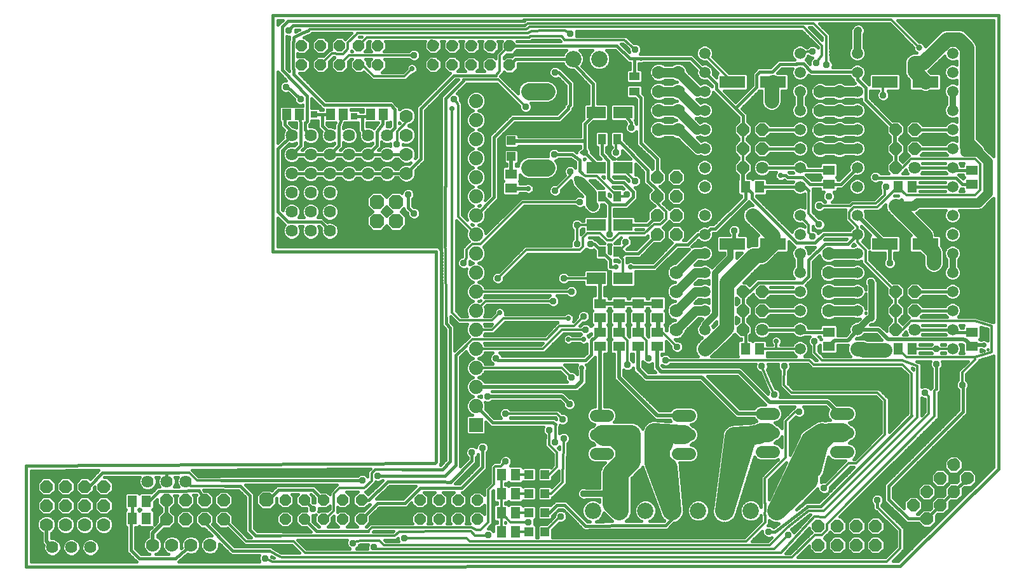
<source format=gtl>
G75*
%MOIN*%
%OFA0B0*%
%FSLAX25Y25*%
%IPPOS*%
%LPD*%
%AMOC8*
5,1,8,0,0,1.08239X$1,22.5*
%
%ADD10C,0.01600*%
%ADD11C,0.01200*%
%ADD12OC8,0.05943*%
%ADD13R,0.07400X0.07400*%
%ADD14C,0.07400*%
%ADD15C,0.05943*%
%ADD16C,0.07000*%
%ADD17C,0.06400*%
%ADD18OC8,0.06400*%
%ADD19C,0.08600*%
%ADD20R,0.13780X0.06299*%
%ADD21R,0.05118X0.06299*%
%ADD22R,0.06299X0.05118*%
%ADD23C,0.06400*%
%ADD24R,0.04724X0.04724*%
%ADD25R,0.10236X0.06299*%
%ADD26R,0.04331X0.05512*%
%ADD27R,0.05512X0.04331*%
%ADD28OC8,0.06600*%
%ADD29R,0.05118X0.05906*%
%ADD30C,0.01189*%
%ADD31C,0.09055*%
%ADD32OC8,0.07600*%
%ADD33C,0.01320*%
%ADD34C,0.03200*%
%ADD35C,0.05000*%
%ADD36C,0.02400*%
%ADD37C,0.03762*%
%ADD38C,0.02778*%
%ADD39C,0.02000*%
%ADD40C,0.05600*%
%ADD41C,0.04000*%
%ADD42C,0.07500*%
%ADD43C,0.10000*%
%ADD44C,0.03172*%
%ADD45R,0.03762X0.03762*%
D10*
X0002800Y0040700D02*
X0461300Y0041000D01*
X0464300Y0044000D01*
X0512800Y0092000D01*
X0512800Y0330000D01*
X0218800Y0330000D01*
X0218700Y0330000D02*
X0132300Y0330000D01*
X0132300Y0206000D01*
X0217900Y0206000D01*
X0217900Y0095600D01*
X0217200Y0094800D02*
X0002800Y0093500D01*
X0002800Y0040700D01*
X0005400Y0043302D02*
X0005400Y0090916D01*
X0040967Y0091131D01*
X0040688Y0090853D01*
X0036462Y0086626D01*
X0035588Y0087500D01*
X0031612Y0087500D01*
X0028800Y0084688D01*
X0028800Y0080712D01*
X0031612Y0077900D01*
X0035588Y0077900D01*
X0038400Y0080712D01*
X0038400Y0082059D01*
X0038800Y0082459D01*
X0038800Y0080712D01*
X0041612Y0077900D01*
X0045588Y0077900D01*
X0048400Y0080712D01*
X0048400Y0081943D01*
X0048691Y0082307D01*
X0048481Y0084201D01*
X0048400Y0084265D01*
X0048400Y0084688D01*
X0045588Y0087500D01*
X0043841Y0087500D01*
X0043941Y0087600D01*
X0062524Y0087600D01*
X0062000Y0086335D01*
X0062000Y0084465D01*
X0062716Y0082738D01*
X0064038Y0081416D01*
X0065765Y0080700D01*
X0067635Y0080700D01*
X0069362Y0081416D01*
X0070684Y0082738D01*
X0071400Y0084465D01*
X0071400Y0086335D01*
X0070876Y0087600D01*
X0072524Y0087600D01*
X0072000Y0086335D01*
X0072000Y0084465D01*
X0072716Y0082738D01*
X0072853Y0082600D01*
X0071601Y0082600D01*
X0068651Y0079650D01*
X0062860Y0079650D01*
X0062300Y0079090D01*
X0061740Y0079650D01*
X0055379Y0079650D01*
X0054501Y0078771D01*
X0054501Y0071229D01*
X0055230Y0070500D01*
X0054501Y0069771D01*
X0054501Y0062229D01*
X0055379Y0061350D01*
X0055619Y0061350D01*
X0055619Y0048428D01*
X0056966Y0047081D01*
X0056966Y0047081D01*
X0060000Y0044047D01*
X0060709Y0043338D01*
X0005400Y0043302D01*
X0005400Y0044000D02*
X0060047Y0044000D01*
X0058449Y0045599D02*
X0005400Y0045599D01*
X0005400Y0047197D02*
X0013656Y0047197D01*
X0014038Y0046816D02*
X0015765Y0046100D01*
X0017635Y0046100D01*
X0019362Y0046816D01*
X0020684Y0048138D01*
X0021400Y0049865D01*
X0021400Y0051735D01*
X0020684Y0053462D01*
X0019362Y0054784D01*
X0017635Y0055500D01*
X0016050Y0055500D01*
X0016050Y0058274D01*
X0016382Y0058411D01*
X0017789Y0059818D01*
X0018550Y0061655D01*
X0018550Y0063645D01*
X0017789Y0065482D01*
X0016382Y0066889D01*
X0014545Y0067650D01*
X0012555Y0067650D01*
X0010718Y0066889D01*
X0009311Y0065482D01*
X0008550Y0063645D01*
X0008550Y0061655D01*
X0009311Y0059818D01*
X0010718Y0058411D01*
X0011050Y0058274D01*
X0011050Y0053453D01*
X0011431Y0052534D01*
X0012067Y0051897D01*
X0012000Y0051735D01*
X0012000Y0049865D01*
X0012716Y0048138D01*
X0014038Y0046816D01*
X0012443Y0048796D02*
X0005400Y0048796D01*
X0005400Y0050394D02*
X0012000Y0050394D01*
X0011972Y0051993D02*
X0005400Y0051993D01*
X0005400Y0053591D02*
X0011050Y0053591D01*
X0011050Y0055190D02*
X0005400Y0055190D01*
X0005400Y0056788D02*
X0011050Y0056788D01*
X0010777Y0058387D02*
X0005400Y0058387D01*
X0005400Y0059985D02*
X0009242Y0059985D01*
X0008580Y0061584D02*
X0005400Y0061584D01*
X0005400Y0063182D02*
X0008550Y0063182D01*
X0009021Y0064781D02*
X0005400Y0064781D01*
X0005400Y0066379D02*
X0010208Y0066379D01*
X0011612Y0067900D02*
X0015588Y0067900D01*
X0018400Y0070712D01*
X0018400Y0074688D01*
X0015588Y0077500D01*
X0011612Y0077500D01*
X0008800Y0074688D01*
X0008800Y0070712D01*
X0011612Y0067900D01*
X0011534Y0067978D02*
X0005400Y0067978D01*
X0005400Y0069576D02*
X0009936Y0069576D01*
X0008800Y0071175D02*
X0005400Y0071175D01*
X0005400Y0072773D02*
X0008800Y0072773D01*
X0008800Y0074372D02*
X0005400Y0074372D01*
X0005400Y0075970D02*
X0010082Y0075970D01*
X0011612Y0077900D02*
X0015588Y0077900D01*
X0018400Y0080712D01*
X0018400Y0084688D01*
X0015588Y0087500D01*
X0011612Y0087500D01*
X0008800Y0084688D01*
X0008800Y0080712D01*
X0011612Y0077900D01*
X0010345Y0079167D02*
X0005400Y0079167D01*
X0005400Y0077569D02*
X0054501Y0077569D01*
X0054501Y0075970D02*
X0047118Y0075970D01*
X0048400Y0074688D02*
X0045588Y0077500D01*
X0041612Y0077500D01*
X0038800Y0074688D01*
X0038800Y0070712D01*
X0041612Y0067900D01*
X0045588Y0067900D01*
X0048400Y0070712D01*
X0048400Y0074688D01*
X0048400Y0074372D02*
X0054501Y0074372D01*
X0054501Y0072773D02*
X0048400Y0072773D01*
X0048400Y0071175D02*
X0054555Y0071175D01*
X0054501Y0069576D02*
X0047264Y0069576D01*
X0045666Y0067978D02*
X0054501Y0067978D01*
X0054501Y0066379D02*
X0046892Y0066379D01*
X0046382Y0066889D02*
X0047789Y0065482D01*
X0048550Y0063645D01*
X0048550Y0061655D01*
X0047789Y0059818D01*
X0046382Y0058411D01*
X0044545Y0057650D01*
X0042555Y0057650D01*
X0040718Y0058411D01*
X0039311Y0059818D01*
X0038550Y0061655D01*
X0037789Y0059818D01*
X0036382Y0058411D01*
X0034545Y0057650D01*
X0032555Y0057650D01*
X0030718Y0058411D01*
X0029311Y0059818D01*
X0028550Y0061655D01*
X0027789Y0059818D01*
X0026382Y0058411D01*
X0024545Y0057650D01*
X0022555Y0057650D01*
X0020718Y0058411D01*
X0019311Y0059818D01*
X0018550Y0061655D01*
X0018550Y0063645D01*
X0019311Y0065482D01*
X0020718Y0066889D01*
X0022555Y0067650D01*
X0024545Y0067650D01*
X0026382Y0066889D01*
X0027789Y0065482D01*
X0028550Y0063645D01*
X0028550Y0061655D01*
X0028550Y0063645D01*
X0029311Y0065482D01*
X0030718Y0066889D01*
X0032555Y0067650D01*
X0034545Y0067650D01*
X0036382Y0066889D01*
X0037789Y0065482D01*
X0038550Y0063645D01*
X0038550Y0061655D01*
X0038550Y0063645D01*
X0039311Y0065482D01*
X0040718Y0066889D01*
X0042555Y0067650D01*
X0044545Y0067650D01*
X0046382Y0066889D01*
X0048079Y0064781D02*
X0054501Y0064781D01*
X0054501Y0063182D02*
X0048550Y0063182D01*
X0048520Y0061584D02*
X0055146Y0061584D01*
X0055619Y0059985D02*
X0047858Y0059985D01*
X0046323Y0058387D02*
X0055619Y0058387D01*
X0055619Y0056788D02*
X0016050Y0056788D01*
X0016323Y0058387D02*
X0020777Y0058387D01*
X0019242Y0059985D02*
X0017858Y0059985D01*
X0018520Y0061584D02*
X0018580Y0061584D01*
X0018550Y0063182D02*
X0018550Y0063182D01*
X0018079Y0064781D02*
X0019021Y0064781D01*
X0020208Y0066379D02*
X0016892Y0066379D01*
X0015666Y0067978D02*
X0021534Y0067978D01*
X0021612Y0067900D02*
X0025588Y0067900D01*
X0028400Y0070712D01*
X0028400Y0074688D01*
X0025588Y0077500D01*
X0021612Y0077500D01*
X0018800Y0074688D01*
X0018800Y0070712D01*
X0021612Y0067900D01*
X0019936Y0069576D02*
X0017264Y0069576D01*
X0018400Y0071175D02*
X0018800Y0071175D01*
X0018800Y0072773D02*
X0018400Y0072773D01*
X0018400Y0074372D02*
X0018800Y0074372D01*
X0020082Y0075970D02*
X0017118Y0075970D01*
X0016855Y0079167D02*
X0020345Y0079167D01*
X0021612Y0077900D02*
X0018800Y0080712D01*
X0018800Y0084688D01*
X0021612Y0087500D01*
X0025588Y0087500D01*
X0028400Y0084688D01*
X0028400Y0080712D01*
X0025588Y0077900D01*
X0021612Y0077900D01*
X0018800Y0080766D02*
X0018400Y0080766D01*
X0018400Y0082364D02*
X0018800Y0082364D01*
X0018800Y0083963D02*
X0018400Y0083963D01*
X0017527Y0085561D02*
X0019673Y0085561D01*
X0021272Y0087160D02*
X0015928Y0087160D01*
X0011272Y0087160D02*
X0005400Y0087160D01*
X0005400Y0088758D02*
X0038594Y0088758D01*
X0036995Y0087160D02*
X0035928Y0087160D01*
X0035788Y0082700D02*
X0042988Y0089900D01*
X0064553Y0089900D01*
X0064753Y0090100D01*
X0068647Y0090100D01*
X0068847Y0089900D01*
X0077203Y0089900D01*
X0076700Y0089397D01*
X0076700Y0085400D01*
X0072342Y0087160D02*
X0071058Y0087160D01*
X0071400Y0085561D02*
X0072000Y0085561D01*
X0072208Y0083963D02*
X0071192Y0083963D01*
X0071366Y0082364D02*
X0070311Y0082364D01*
X0069767Y0080766D02*
X0067794Y0080766D01*
X0065606Y0080766D02*
X0048400Y0080766D01*
X0048685Y0082364D02*
X0063089Y0082364D01*
X0062208Y0083963D02*
X0048507Y0083963D01*
X0047527Y0085561D02*
X0062000Y0085561D01*
X0062342Y0087160D02*
X0045928Y0087160D01*
X0040192Y0090357D02*
X0005400Y0090357D01*
X0005400Y0085561D02*
X0009673Y0085561D01*
X0008800Y0083963D02*
X0005400Y0083963D01*
X0005400Y0082364D02*
X0008800Y0082364D01*
X0008800Y0080766D02*
X0005400Y0080766D01*
X0025928Y0087160D02*
X0031272Y0087160D01*
X0029673Y0085561D02*
X0027527Y0085561D01*
X0028400Y0083963D02*
X0028800Y0083963D01*
X0028800Y0082364D02*
X0028400Y0082364D01*
X0028400Y0080766D02*
X0028800Y0080766D01*
X0030345Y0079167D02*
X0026855Y0079167D01*
X0027118Y0075970D02*
X0030082Y0075970D01*
X0028800Y0074688D02*
X0028800Y0070712D01*
X0031612Y0067900D01*
X0035588Y0067900D01*
X0038400Y0070712D01*
X0038400Y0074688D01*
X0035588Y0077500D01*
X0031612Y0077500D01*
X0028800Y0074688D01*
X0028800Y0074372D02*
X0028400Y0074372D01*
X0028400Y0072773D02*
X0028800Y0072773D01*
X0028800Y0071175D02*
X0028400Y0071175D01*
X0027264Y0069576D02*
X0029936Y0069576D01*
X0031534Y0067978D02*
X0025666Y0067978D01*
X0026892Y0066379D02*
X0030208Y0066379D01*
X0029021Y0064781D02*
X0028079Y0064781D01*
X0028550Y0063182D02*
X0028550Y0063182D01*
X0028520Y0061584D02*
X0028580Y0061584D01*
X0029242Y0059985D02*
X0027858Y0059985D01*
X0026323Y0058387D02*
X0030777Y0058387D01*
X0029362Y0054784D02*
X0027635Y0055500D01*
X0025765Y0055500D01*
X0024038Y0054784D01*
X0022716Y0053462D01*
X0022000Y0051735D01*
X0022000Y0049865D01*
X0022716Y0048138D01*
X0024038Y0046816D01*
X0025765Y0046100D01*
X0027635Y0046100D01*
X0029362Y0046816D01*
X0030684Y0048138D01*
X0031400Y0049865D01*
X0031400Y0051735D01*
X0030684Y0053462D01*
X0029362Y0054784D01*
X0028384Y0055190D02*
X0035016Y0055190D01*
X0035765Y0055500D02*
X0034038Y0054784D01*
X0032716Y0053462D01*
X0032000Y0051735D01*
X0032000Y0049865D01*
X0032716Y0048138D01*
X0034038Y0046816D01*
X0035765Y0046100D01*
X0037635Y0046100D01*
X0039362Y0046816D01*
X0040684Y0048138D01*
X0041400Y0049865D01*
X0041400Y0051735D01*
X0040684Y0053462D01*
X0039362Y0054784D01*
X0037635Y0055500D01*
X0035765Y0055500D01*
X0038384Y0055190D02*
X0055619Y0055190D01*
X0055619Y0053591D02*
X0040556Y0053591D01*
X0041293Y0051993D02*
X0055619Y0051993D01*
X0055619Y0050394D02*
X0041400Y0050394D01*
X0040957Y0048796D02*
X0055619Y0048796D01*
X0056850Y0047197D02*
X0039744Y0047197D01*
X0033656Y0047197D02*
X0029744Y0047197D01*
X0030957Y0048796D02*
X0032443Y0048796D01*
X0032000Y0050394D02*
X0031400Y0050394D01*
X0031293Y0051993D02*
X0032107Y0051993D01*
X0032844Y0053591D02*
X0030556Y0053591D01*
X0025016Y0055190D02*
X0018384Y0055190D01*
X0020556Y0053591D02*
X0022844Y0053591D01*
X0022107Y0051993D02*
X0021293Y0051993D01*
X0021400Y0050394D02*
X0022000Y0050394D01*
X0022443Y0048796D02*
X0020957Y0048796D01*
X0019744Y0047197D02*
X0023656Y0047197D01*
X0036323Y0058387D02*
X0040777Y0058387D01*
X0039242Y0059985D02*
X0037858Y0059985D01*
X0038520Y0061584D02*
X0038580Y0061584D01*
X0038550Y0063182D02*
X0038550Y0063182D01*
X0038079Y0064781D02*
X0039021Y0064781D01*
X0040208Y0066379D02*
X0036892Y0066379D01*
X0035666Y0067978D02*
X0041534Y0067978D01*
X0039936Y0069576D02*
X0037264Y0069576D01*
X0038400Y0071175D02*
X0038800Y0071175D01*
X0038800Y0072773D02*
X0038400Y0072773D01*
X0038400Y0074372D02*
X0038800Y0074372D01*
X0040082Y0075970D02*
X0037118Y0075970D01*
X0036855Y0079167D02*
X0040345Y0079167D01*
X0038800Y0080766D02*
X0038400Y0080766D01*
X0038705Y0082364D02*
X0038800Y0082364D01*
X0035788Y0082700D02*
X0033600Y0082700D01*
X0043600Y0082700D02*
X0046300Y0083000D01*
X0046855Y0079167D02*
X0054897Y0079167D01*
X0058560Y0075000D02*
X0058560Y0066000D01*
X0057919Y0065359D01*
X0057919Y0049381D01*
X0062300Y0045000D01*
X0081371Y0045000D01*
X0089371Y0052000D01*
X0089300Y0052000D01*
X0094300Y0051993D02*
X0094300Y0051993D01*
X0094300Y0051005D02*
X0094300Y0052995D01*
X0093539Y0054832D01*
X0092132Y0056239D01*
X0090295Y0057000D01*
X0088305Y0057000D01*
X0086468Y0056239D01*
X0085061Y0054832D01*
X0084300Y0052995D01*
X0083539Y0054832D01*
X0082132Y0056239D01*
X0080295Y0057000D01*
X0078305Y0057000D01*
X0076468Y0056239D01*
X0075061Y0054832D01*
X0074300Y0052995D01*
X0074300Y0051005D01*
X0075061Y0049168D01*
X0076468Y0047761D01*
X0077581Y0047300D01*
X0071019Y0047300D01*
X0072132Y0047761D01*
X0073539Y0049168D01*
X0074300Y0051005D01*
X0074300Y0052995D01*
X0073539Y0054832D01*
X0072132Y0056239D01*
X0071800Y0056376D01*
X0071800Y0057364D01*
X0075136Y0060700D01*
X0078388Y0060700D01*
X0081200Y0063512D01*
X0081200Y0067488D01*
X0078900Y0069788D01*
X0078900Y0071212D01*
X0081200Y0073512D01*
X0081200Y0077488D01*
X0080690Y0077998D01*
X0080806Y0078000D01*
X0081741Y0078000D01*
X0081756Y0078015D01*
X0082133Y0078021D01*
X0081600Y0077488D01*
X0081600Y0073512D01*
X0084412Y0070700D01*
X0088388Y0070700D01*
X0091200Y0073512D01*
X0091200Y0077488D01*
X0090536Y0078152D01*
X0092255Y0078179D01*
X0092268Y0078156D01*
X0091600Y0077488D01*
X0091600Y0073512D01*
X0094412Y0070700D01*
X0098388Y0070700D01*
X0101200Y0073512D01*
X0101200Y0077488D01*
X0098388Y0080300D01*
X0096339Y0080300D01*
X0096002Y0080900D01*
X0106147Y0080900D01*
X0106347Y0080700D01*
X0114347Y0080700D01*
X0118000Y0077047D01*
X0118000Y0059047D01*
X0120947Y0056100D01*
X0119170Y0056100D01*
X0111200Y0064070D01*
X0111200Y0067488D01*
X0108388Y0070300D01*
X0104412Y0070300D01*
X0101600Y0067488D01*
X0101600Y0063512D01*
X0104412Y0060700D01*
X0108388Y0060700D01*
X0108509Y0060821D01*
X0117430Y0051900D01*
X0142217Y0051900D01*
X0146267Y0047850D01*
X0137393Y0047859D01*
X0136491Y0048010D01*
X0132617Y0050213D01*
X0131530Y0051300D01*
X0112253Y0051300D01*
X0100620Y0062932D01*
X0101200Y0063512D01*
X0101200Y0067488D01*
X0098388Y0070300D01*
X0094412Y0070300D01*
X0091600Y0067488D01*
X0091600Y0063512D01*
X0094412Y0060700D01*
X0096347Y0060700D01*
X0100047Y0057000D01*
X0098305Y0057000D01*
X0096468Y0056239D01*
X0095061Y0054832D01*
X0094300Y0052995D01*
X0094300Y0051005D01*
X0093539Y0049168D01*
X0092132Y0047761D01*
X0090295Y0047000D01*
X0088305Y0047000D01*
X0087521Y0047325D01*
X0082981Y0043352D01*
X0125311Y0043380D01*
X0124919Y0044327D01*
X0124919Y0045673D01*
X0125345Y0046700D01*
X0110347Y0046700D01*
X0109000Y0048047D01*
X0104300Y0052747D01*
X0104300Y0051005D01*
X0103539Y0049168D01*
X0102132Y0047761D01*
X0100295Y0047000D01*
X0098305Y0047000D01*
X0096468Y0047761D01*
X0095061Y0049168D01*
X0094300Y0051005D01*
X0094047Y0050394D02*
X0094553Y0050394D01*
X0095433Y0048796D02*
X0093167Y0048796D01*
X0090770Y0047197D02*
X0097830Y0047197D01*
X0100770Y0047197D02*
X0109850Y0047197D01*
X0108252Y0048796D02*
X0103167Y0048796D01*
X0104047Y0050394D02*
X0106653Y0050394D01*
X0105055Y0051993D02*
X0104300Y0051993D01*
X0108363Y0055190D02*
X0114141Y0055190D01*
X0115739Y0053591D02*
X0109962Y0053591D01*
X0111560Y0051993D02*
X0117338Y0051993D01*
X0111300Y0049000D02*
X0130577Y0049000D01*
X0130677Y0048900D01*
X0132436Y0050394D02*
X0143723Y0050394D01*
X0145321Y0048796D02*
X0135109Y0048796D01*
X0132786Y0045285D02*
X0132589Y0045285D01*
X0131658Y0045728D01*
X0131551Y0045988D01*
X0132786Y0045285D01*
X0132235Y0045599D02*
X0131930Y0045599D01*
X0124919Y0045599D02*
X0085548Y0045599D01*
X0087375Y0047197D02*
X0087830Y0047197D01*
X0084418Y0050722D02*
X0084049Y0050399D01*
X0084300Y0051005D01*
X0084300Y0052995D01*
X0084300Y0051005D01*
X0084418Y0050722D01*
X0084300Y0051993D02*
X0084300Y0051993D01*
X0084053Y0053591D02*
X0084547Y0053591D01*
X0085419Y0055190D02*
X0083181Y0055190D01*
X0080806Y0056788D02*
X0087794Y0056788D01*
X0090806Y0056788D02*
X0097794Y0056788D01*
X0098661Y0058387D02*
X0072822Y0058387D01*
X0071800Y0056788D02*
X0077794Y0056788D01*
X0075419Y0055190D02*
X0073181Y0055190D01*
X0074053Y0053591D02*
X0074547Y0053591D01*
X0074300Y0051993D02*
X0074300Y0051993D01*
X0074047Y0050394D02*
X0074553Y0050394D01*
X0075433Y0048796D02*
X0073167Y0048796D01*
X0067581Y0047300D02*
X0063253Y0047300D01*
X0060219Y0050334D01*
X0060219Y0061350D01*
X0061740Y0061350D01*
X0062300Y0061910D01*
X0062860Y0061350D01*
X0068715Y0061350D01*
X0067884Y0060519D01*
X0067181Y0059816D01*
X0066800Y0058897D01*
X0066800Y0056376D01*
X0066468Y0056239D01*
X0065061Y0054832D01*
X0064300Y0052995D01*
X0064300Y0051005D01*
X0065061Y0049168D01*
X0066468Y0047761D01*
X0067581Y0047300D01*
X0065433Y0048796D02*
X0061757Y0048796D01*
X0060219Y0050394D02*
X0064553Y0050394D01*
X0064300Y0051993D02*
X0060219Y0051993D01*
X0060219Y0053591D02*
X0064547Y0053591D01*
X0065419Y0055190D02*
X0060219Y0055190D01*
X0060219Y0056788D02*
X0066800Y0056788D01*
X0066800Y0058387D02*
X0060219Y0058387D01*
X0060219Y0059985D02*
X0067350Y0059985D01*
X0070099Y0062735D02*
X0071600Y0064236D01*
X0071600Y0067488D01*
X0073900Y0069788D01*
X0073900Y0071212D01*
X0071600Y0073512D01*
X0071600Y0076093D01*
X0070099Y0074592D01*
X0070099Y0071229D01*
X0069370Y0070500D01*
X0070099Y0069771D01*
X0070099Y0062735D01*
X0070099Y0063182D02*
X0070547Y0063182D01*
X0070099Y0064781D02*
X0071600Y0064781D01*
X0071600Y0066379D02*
X0070099Y0066379D01*
X0070099Y0067978D02*
X0072089Y0067978D01*
X0073688Y0069576D02*
X0070099Y0069576D01*
X0070045Y0071175D02*
X0073900Y0071175D01*
X0072339Y0072773D02*
X0070099Y0072773D01*
X0070099Y0074372D02*
X0071600Y0074372D01*
X0071600Y0075970D02*
X0071477Y0075970D01*
X0067254Y0075000D02*
X0072554Y0080300D01*
X0080788Y0080300D01*
X0093588Y0080500D01*
X0096400Y0075500D01*
X0099521Y0079167D02*
X0103279Y0079167D01*
X0104412Y0080300D02*
X0101600Y0077488D01*
X0101600Y0073512D01*
X0104412Y0070700D01*
X0108388Y0070700D01*
X0111200Y0073512D01*
X0111200Y0077488D01*
X0108388Y0080300D01*
X0104412Y0080300D01*
X0106282Y0080766D02*
X0096078Y0080766D01*
X0091681Y0077569D02*
X0091119Y0077569D01*
X0091200Y0075970D02*
X0091600Y0075970D01*
X0091600Y0074372D02*
X0091200Y0074372D01*
X0090461Y0072773D02*
X0092339Y0072773D01*
X0093937Y0071175D02*
X0088863Y0071175D01*
X0088388Y0070300D02*
X0084412Y0070300D01*
X0081600Y0067488D01*
X0081600Y0063512D01*
X0084412Y0060700D01*
X0088388Y0060700D01*
X0091200Y0063512D01*
X0091200Y0067488D01*
X0088388Y0070300D01*
X0089112Y0069576D02*
X0093688Y0069576D01*
X0092089Y0067978D02*
X0090711Y0067978D01*
X0091200Y0066379D02*
X0091600Y0066379D01*
X0091600Y0064781D02*
X0091200Y0064781D01*
X0090870Y0063182D02*
X0091930Y0063182D01*
X0093528Y0061584D02*
X0089272Y0061584D01*
X0083528Y0061584D02*
X0079272Y0061584D01*
X0080870Y0063182D02*
X0081930Y0063182D01*
X0081600Y0064781D02*
X0081200Y0064781D01*
X0081200Y0066379D02*
X0081600Y0066379D01*
X0082089Y0067978D02*
X0080711Y0067978D01*
X0079112Y0069576D02*
X0083688Y0069576D01*
X0083937Y0071175D02*
X0078900Y0071175D01*
X0080461Y0072773D02*
X0082339Y0072773D01*
X0081600Y0074372D02*
X0081200Y0074372D01*
X0081200Y0075970D02*
X0081600Y0075970D01*
X0081681Y0077569D02*
X0081119Y0077569D01*
X0080771Y0082600D02*
X0080547Y0082600D01*
X0080684Y0082738D01*
X0081400Y0084465D01*
X0081400Y0086335D01*
X0080876Y0087600D01*
X0082524Y0087600D01*
X0082000Y0086335D01*
X0082000Y0084465D01*
X0082716Y0082738D01*
X0082821Y0082632D01*
X0080771Y0082600D01*
X0081192Y0083963D02*
X0082208Y0083963D01*
X0082000Y0085561D02*
X0081400Y0085561D01*
X0081058Y0087160D02*
X0082342Y0087160D01*
X0082743Y0089900D02*
X0077203Y0089900D01*
X0090005Y0091429D02*
X0183427Y0091995D01*
X0183249Y0091818D01*
X0182019Y0090588D01*
X0182019Y0088063D01*
X0181215Y0088866D01*
X0179973Y0089381D01*
X0178627Y0089381D01*
X0177385Y0088866D01*
X0176818Y0088300D01*
X0104347Y0088300D01*
X0104147Y0088100D01*
X0093334Y0088100D01*
X0090664Y0090770D01*
X0090005Y0091429D01*
X0091077Y0090357D02*
X0182019Y0090357D01*
X0182019Y0088758D02*
X0181323Y0088758D01*
X0179300Y0086000D02*
X0105300Y0086000D01*
X0107300Y0083000D02*
X0115300Y0083000D01*
X0120300Y0078000D01*
X0120300Y0060000D01*
X0123300Y0057000D01*
X0136100Y0057000D01*
X0136300Y0056800D01*
X0137453Y0058900D02*
X0137053Y0059300D01*
X0124253Y0059300D01*
X0122600Y0060953D01*
X0122600Y0078953D01*
X0121253Y0080300D01*
X0117853Y0083700D01*
X0166030Y0083700D01*
X0165200Y0082870D01*
X0162093Y0079763D01*
X0162093Y0078656D01*
X0160652Y0080097D01*
X0157456Y0080097D01*
X0154253Y0083300D01*
X0134347Y0083300D01*
X0133847Y0082800D01*
X0131621Y0080574D01*
X0131095Y0081100D01*
X0126705Y0081100D01*
X0123600Y0077995D01*
X0123600Y0073605D01*
X0126705Y0070500D01*
X0131095Y0070500D01*
X0134200Y0073605D01*
X0134200Y0076647D01*
X0134328Y0076776D01*
X0134328Y0073773D01*
X0136948Y0071154D01*
X0140652Y0071154D01*
X0143272Y0073773D01*
X0143272Y0077477D01*
X0142049Y0078700D01*
X0145551Y0078700D01*
X0144328Y0077477D01*
X0144328Y0073773D01*
X0146948Y0071154D01*
X0149919Y0071154D01*
X0149919Y0070327D01*
X0150014Y0070097D01*
X0146948Y0070097D01*
X0144328Y0067477D01*
X0144328Y0063773D01*
X0146948Y0061154D01*
X0150019Y0061154D01*
X0152273Y0058900D01*
X0137453Y0058900D01*
X0136948Y0061154D02*
X0140652Y0061154D01*
X0143272Y0063773D01*
X0143272Y0067477D01*
X0140652Y0070097D01*
X0136948Y0070097D01*
X0134328Y0067477D01*
X0134328Y0063773D01*
X0136948Y0061154D01*
X0136518Y0061584D02*
X0122600Y0061584D01*
X0122600Y0063182D02*
X0134919Y0063182D01*
X0134328Y0064781D02*
X0122600Y0064781D01*
X0122600Y0066379D02*
X0134328Y0066379D01*
X0134829Y0067978D02*
X0122600Y0067978D01*
X0122600Y0069576D02*
X0136427Y0069576D01*
X0136927Y0071175D02*
X0131770Y0071175D01*
X0133369Y0072773D02*
X0135328Y0072773D01*
X0134328Y0074372D02*
X0134200Y0074372D01*
X0134200Y0075970D02*
X0134328Y0075970D01*
X0130100Y0075800D02*
X0134800Y0080500D01*
X0135300Y0081000D02*
X0153300Y0081000D01*
X0158675Y0075625D01*
X0158800Y0075625D01*
X0162093Y0072594D02*
X0160652Y0071154D01*
X0156948Y0071154D01*
X0156681Y0071420D01*
X0156681Y0070327D01*
X0156329Y0069478D01*
X0156948Y0070097D01*
X0160652Y0070097D01*
X0160933Y0069816D01*
X0162093Y0070977D01*
X0162093Y0072594D01*
X0162093Y0071175D02*
X0160673Y0071175D01*
X0156927Y0071175D02*
X0156681Y0071175D01*
X0156427Y0069576D02*
X0156370Y0069576D01*
X0154822Y0067971D02*
X0154328Y0067477D01*
X0154328Y0063773D01*
X0156501Y0061600D01*
X0156078Y0061600D01*
X0153272Y0064406D01*
X0153272Y0067477D01*
X0153130Y0067619D01*
X0153973Y0067619D01*
X0154822Y0067971D01*
X0154328Y0066379D02*
X0153272Y0066379D01*
X0153272Y0064781D02*
X0154328Y0064781D01*
X0154496Y0063182D02*
X0154919Y0063182D01*
X0155125Y0059300D02*
X0148800Y0065625D01*
X0144328Y0066379D02*
X0143272Y0066379D01*
X0143272Y0064781D02*
X0144328Y0064781D01*
X0144919Y0063182D02*
X0142681Y0063182D01*
X0141082Y0061584D02*
X0146518Y0061584D01*
X0151187Y0059985D02*
X0123568Y0059985D01*
X0120259Y0056788D02*
X0118482Y0056788D01*
X0118661Y0058387D02*
X0116883Y0058387D01*
X0118000Y0059985D02*
X0115285Y0059985D01*
X0113686Y0061584D02*
X0118000Y0061584D01*
X0118000Y0063182D02*
X0112088Y0063182D01*
X0111200Y0064781D02*
X0118000Y0064781D01*
X0118000Y0066379D02*
X0111200Y0066379D01*
X0110711Y0067978D02*
X0118000Y0067978D01*
X0118000Y0069576D02*
X0109112Y0069576D01*
X0108863Y0071175D02*
X0118000Y0071175D01*
X0118000Y0072773D02*
X0110461Y0072773D01*
X0111200Y0074372D02*
X0118000Y0074372D01*
X0118000Y0075970D02*
X0111200Y0075970D01*
X0111119Y0077569D02*
X0117479Y0077569D01*
X0115880Y0079167D02*
X0109521Y0079167D01*
X0101681Y0077569D02*
X0101119Y0077569D01*
X0101200Y0075970D02*
X0101600Y0075970D01*
X0101600Y0074372D02*
X0101200Y0074372D01*
X0100461Y0072773D02*
X0102339Y0072773D01*
X0103937Y0071175D02*
X0098863Y0071175D01*
X0099112Y0069576D02*
X0103688Y0069576D01*
X0102089Y0067978D02*
X0100711Y0067978D01*
X0101200Y0066379D02*
X0101600Y0066379D01*
X0101600Y0064781D02*
X0101200Y0064781D01*
X0100870Y0063182D02*
X0101930Y0063182D01*
X0101969Y0061584D02*
X0103528Y0061584D01*
X0103568Y0059985D02*
X0109345Y0059985D01*
X0110944Y0058387D02*
X0105166Y0058387D01*
X0106765Y0056788D02*
X0112542Y0056788D01*
X0097062Y0059985D02*
X0074421Y0059985D01*
X0062627Y0061584D02*
X0061973Y0061584D01*
X0062300Y0070090D02*
X0061890Y0070500D01*
X0062300Y0070910D01*
X0062710Y0070500D01*
X0062300Y0070090D01*
X0066040Y0075000D02*
X0067254Y0075000D01*
X0062377Y0079167D02*
X0062223Y0079167D01*
X0092675Y0088758D02*
X0177277Y0088758D01*
X0176857Y0091955D02*
X0183387Y0091955D01*
X0187300Y0088400D02*
X0222700Y0088400D01*
X0228300Y0094000D01*
X0228300Y0151571D01*
X0233493Y0156764D01*
X0232823Y0159064D02*
X0232540Y0159064D01*
X0227600Y0154124D01*
X0227600Y0166968D01*
X0226253Y0168315D01*
X0226253Y0168315D01*
X0225474Y0169094D01*
X0225474Y0171856D01*
X0228200Y0169130D01*
X0229430Y0167900D01*
X0234373Y0167900D01*
X0233600Y0166034D01*
X0233600Y0163966D01*
X0234392Y0162054D01*
X0235103Y0161344D01*
X0232823Y0159064D01*
X0232852Y0159093D02*
X0227600Y0159093D01*
X0227600Y0160691D02*
X0234450Y0160691D01*
X0234294Y0162290D02*
X0227600Y0162290D01*
X0227600Y0163888D02*
X0233632Y0163888D01*
X0233600Y0165487D02*
X0227600Y0165487D01*
X0227483Y0167085D02*
X0234035Y0167085D01*
X0234373Y0172100D02*
X0231170Y0172100D01*
X0228400Y0174870D01*
X0228400Y0222430D01*
X0228611Y0222219D01*
X0233950Y0216880D01*
X0233600Y0216034D01*
X0233600Y0213966D01*
X0234392Y0212054D01*
X0235103Y0211344D01*
X0234629Y0210870D01*
X0232930Y0209171D01*
X0231700Y0207941D01*
X0231700Y0203381D01*
X0231627Y0203381D01*
X0230385Y0202866D01*
X0229434Y0201915D01*
X0228919Y0200673D01*
X0228919Y0199327D01*
X0229434Y0198085D01*
X0230385Y0197134D01*
X0231627Y0196619D01*
X0232973Y0196619D01*
X0234022Y0197054D01*
X0233600Y0196034D01*
X0233600Y0193966D01*
X0234392Y0192054D01*
X0235854Y0190592D01*
X0237283Y0190000D01*
X0235854Y0189408D01*
X0234392Y0187946D01*
X0233600Y0186034D01*
X0233600Y0183966D01*
X0234392Y0182054D01*
X0235854Y0180592D01*
X0237283Y0180000D01*
X0235854Y0179408D01*
X0234392Y0177946D01*
X0233600Y0176034D01*
X0233600Y0173966D01*
X0234373Y0172100D01*
X0233801Y0173479D02*
X0229790Y0173479D01*
X0228400Y0175078D02*
X0233600Y0175078D01*
X0233866Y0176676D02*
X0228400Y0176676D01*
X0228400Y0178275D02*
X0234721Y0178275D01*
X0236977Y0179873D02*
X0228400Y0179873D01*
X0228400Y0181472D02*
X0234974Y0181472D01*
X0233971Y0183070D02*
X0228400Y0183070D01*
X0228400Y0184669D02*
X0233600Y0184669D01*
X0233697Y0186268D02*
X0228400Y0186268D01*
X0228400Y0187866D02*
X0234359Y0187866D01*
X0235990Y0189465D02*
X0228400Y0189465D01*
X0228400Y0191063D02*
X0235383Y0191063D01*
X0234140Y0192662D02*
X0228400Y0192662D01*
X0228400Y0194260D02*
X0233600Y0194260D01*
X0233600Y0195859D02*
X0228400Y0195859D01*
X0228400Y0197457D02*
X0230061Y0197457D01*
X0229031Y0199056D02*
X0228400Y0199056D01*
X0228400Y0200654D02*
X0228919Y0200654D01*
X0228400Y0202253D02*
X0229771Y0202253D01*
X0228400Y0203851D02*
X0231700Y0203851D01*
X0231700Y0205450D02*
X0228400Y0205450D01*
X0228400Y0207048D02*
X0231700Y0207048D01*
X0232406Y0208647D02*
X0228400Y0208647D01*
X0228400Y0210245D02*
X0234004Y0210245D01*
X0234602Y0211844D02*
X0228400Y0211844D01*
X0228400Y0213442D02*
X0233817Y0213442D01*
X0233600Y0215041D02*
X0228400Y0215041D01*
X0228400Y0216639D02*
X0233851Y0216639D01*
X0232592Y0218238D02*
X0228400Y0218238D01*
X0228400Y0219836D02*
X0230994Y0219836D01*
X0229395Y0221435D02*
X0228400Y0221435D01*
X0232138Y0224632D02*
X0233600Y0224632D01*
X0233600Y0223966D02*
X0234163Y0222607D01*
X0231581Y0225189D01*
X0231581Y0281630D01*
X0231689Y0281776D01*
X0231581Y0282478D01*
X0231581Y0283188D01*
X0231453Y0283316D01*
X0231432Y0283450D01*
X0231530Y0283939D01*
X0231305Y0284276D01*
X0231244Y0284677D01*
X0230842Y0284972D01*
X0230652Y0285257D01*
X0230681Y0285327D01*
X0230681Y0286673D01*
X0230166Y0287915D01*
X0229215Y0288866D01*
X0228807Y0289036D01*
X0233871Y0294100D01*
X0249730Y0294100D01*
X0261419Y0282411D01*
X0261419Y0281327D01*
X0261934Y0280085D01*
X0262885Y0279134D01*
X0264127Y0278619D01*
X0265473Y0278619D01*
X0266715Y0279134D01*
X0267666Y0280085D01*
X0268181Y0281327D01*
X0268181Y0282673D01*
X0267666Y0283915D01*
X0267609Y0283972D01*
X0277027Y0283972D01*
X0279242Y0284890D01*
X0280937Y0286586D01*
X0281855Y0288801D01*
X0281855Y0291199D01*
X0280937Y0293414D01*
X0279242Y0295110D01*
X0277027Y0296028D01*
X0265573Y0296028D01*
X0263358Y0295110D01*
X0261663Y0293414D01*
X0260745Y0291199D01*
X0260745Y0289025D01*
X0252700Y0297070D01*
X0251701Y0298069D01*
X0252231Y0298599D01*
X0253461Y0299829D01*
X0253461Y0300354D01*
X0254398Y0299407D01*
X0258102Y0299388D01*
X0260735Y0301994D01*
X0260750Y0304700D01*
X0284388Y0304700D01*
X0284796Y0303715D01*
X0286428Y0302083D01*
X0288560Y0301200D01*
X0289847Y0301200D01*
X0298000Y0293047D01*
X0298000Y0283650D01*
X0295974Y0283650D01*
X0295095Y0282771D01*
X0295095Y0275635D01*
X0294847Y0275387D01*
X0293500Y0274039D01*
X0293500Y0266425D01*
X0261162Y0266425D01*
X0261162Y0267117D01*
X0260284Y0267996D01*
X0254316Y0267996D01*
X0253438Y0267117D01*
X0253438Y0261150D01*
X0254316Y0260272D01*
X0260284Y0260272D01*
X0261162Y0261150D01*
X0261162Y0261425D01*
X0293500Y0261425D01*
X0293500Y0260482D01*
X0293412Y0260394D01*
X0292750Y0260119D01*
X0292047Y0259416D01*
X0291666Y0258497D01*
X0291666Y0258100D01*
X0290811Y0258742D01*
X0290253Y0259300D01*
X0290067Y0259300D01*
X0289918Y0259412D01*
X0289137Y0259300D01*
X0282282Y0259300D01*
X0281715Y0259866D01*
X0280473Y0260381D01*
X0279127Y0260381D01*
X0277885Y0259866D01*
X0276934Y0258915D01*
X0276419Y0257673D01*
X0276419Y0256327D01*
X0276543Y0256028D01*
X0265573Y0256028D01*
X0263358Y0255110D01*
X0261663Y0253414D01*
X0260745Y0251199D01*
X0260745Y0250799D01*
X0259800Y0250799D01*
X0259800Y0252004D01*
X0260284Y0252004D01*
X0261162Y0252883D01*
X0261162Y0258850D01*
X0260284Y0259728D01*
X0254316Y0259728D01*
X0253438Y0258850D01*
X0253438Y0252883D01*
X0254316Y0252004D01*
X0254800Y0252004D01*
X0254800Y0250799D01*
X0253529Y0250799D01*
X0252650Y0249921D01*
X0252650Y0243560D01*
X0253210Y0243000D01*
X0252650Y0242440D01*
X0252650Y0236079D01*
X0253529Y0235201D01*
X0261071Y0235201D01*
X0261950Y0236079D01*
X0261950Y0236500D01*
X0264786Y0236500D01*
X0265725Y0236111D01*
X0266875Y0236111D01*
X0267936Y0236551D01*
X0268749Y0237364D01*
X0269189Y0238425D01*
X0269189Y0239575D01*
X0268749Y0240636D01*
X0267936Y0241449D01*
X0266875Y0241889D01*
X0265725Y0241889D01*
X0264786Y0241500D01*
X0261950Y0241500D01*
X0261950Y0242440D01*
X0261390Y0243000D01*
X0261950Y0243560D01*
X0261950Y0246299D01*
X0263358Y0244890D01*
X0265573Y0243972D01*
X0277027Y0243972D01*
X0279242Y0244890D01*
X0280937Y0246586D01*
X0281855Y0248801D01*
X0281855Y0251199D01*
X0280937Y0253414D01*
X0280657Y0253695D01*
X0281715Y0254134D01*
X0282282Y0254700D01*
X0288533Y0254700D01*
X0291000Y0252850D01*
X0291000Y0250082D01*
X0290215Y0250866D01*
X0288973Y0251381D01*
X0287627Y0251381D01*
X0286385Y0250866D01*
X0285434Y0249915D01*
X0284919Y0248673D01*
X0284919Y0247327D01*
X0285428Y0246098D01*
X0280711Y0241381D01*
X0279627Y0241381D01*
X0278385Y0240866D01*
X0277434Y0239915D01*
X0276919Y0238673D01*
X0276919Y0237327D01*
X0277434Y0236085D01*
X0278385Y0235134D01*
X0279627Y0234619D01*
X0280973Y0234619D01*
X0282215Y0235134D01*
X0283166Y0236085D01*
X0283681Y0237327D01*
X0283681Y0238411D01*
X0288471Y0243201D01*
X0288750Y0242528D01*
X0288750Y0241895D01*
X0289405Y0240314D01*
X0294596Y0235123D01*
X0293973Y0235381D01*
X0292627Y0235381D01*
X0291385Y0234866D01*
X0290618Y0234100D01*
X0262430Y0234100D01*
X0244000Y0215670D01*
X0244000Y0216034D01*
X0243208Y0217946D01*
X0241746Y0219408D01*
X0240317Y0220000D01*
X0241746Y0220592D01*
X0243208Y0222054D01*
X0244000Y0223966D01*
X0244000Y0226034D01*
X0243733Y0226680D01*
X0249253Y0232200D01*
X0250600Y0233547D01*
X0250600Y0265047D01*
X0259253Y0273700D01*
X0283253Y0273700D01*
X0288253Y0278700D01*
X0289600Y0280047D01*
X0289600Y0281047D01*
X0290600Y0282047D01*
X0290600Y0294953D01*
X0284600Y0300953D01*
X0283253Y0302300D01*
X0282782Y0302300D01*
X0282215Y0302866D01*
X0280973Y0303381D01*
X0279627Y0303381D01*
X0278385Y0302866D01*
X0277434Y0301915D01*
X0276919Y0300673D01*
X0276919Y0299327D01*
X0277434Y0298085D01*
X0278385Y0297134D01*
X0279627Y0296619D01*
X0280973Y0296619D01*
X0282002Y0297045D01*
X0286000Y0293047D01*
X0286000Y0283953D01*
X0285000Y0282953D01*
X0285000Y0281953D01*
X0281347Y0278300D01*
X0257347Y0278300D01*
X0256000Y0276953D01*
X0247347Y0268300D01*
X0246000Y0266953D01*
X0246000Y0235453D01*
X0243637Y0233090D01*
X0244000Y0233966D01*
X0244000Y0236034D01*
X0243208Y0237946D01*
X0241746Y0239408D01*
X0240317Y0240000D01*
X0241746Y0240592D01*
X0243208Y0242054D01*
X0244000Y0243966D01*
X0244000Y0246034D01*
X0243208Y0247946D01*
X0241746Y0249408D01*
X0240317Y0250000D01*
X0241746Y0250592D01*
X0243208Y0252054D01*
X0244000Y0253966D01*
X0244000Y0256034D01*
X0243208Y0257946D01*
X0241746Y0259408D01*
X0240317Y0260000D01*
X0241746Y0260592D01*
X0243208Y0262054D01*
X0244000Y0263966D01*
X0244000Y0266034D01*
X0243208Y0267946D01*
X0241746Y0269408D01*
X0240317Y0270000D01*
X0241746Y0270592D01*
X0243208Y0272054D01*
X0244000Y0273966D01*
X0244000Y0276034D01*
X0243208Y0277946D01*
X0241746Y0279408D01*
X0240317Y0280000D01*
X0241746Y0280592D01*
X0243208Y0282054D01*
X0244000Y0283966D01*
X0244000Y0286034D01*
X0243208Y0287946D01*
X0241746Y0289408D01*
X0239834Y0290200D01*
X0237766Y0290200D01*
X0235854Y0289408D01*
X0234392Y0287946D01*
X0233600Y0286034D01*
X0233600Y0283966D01*
X0234392Y0282054D01*
X0235854Y0280592D01*
X0237283Y0280000D01*
X0235854Y0279408D01*
X0234392Y0277946D01*
X0233600Y0276034D01*
X0233600Y0273966D01*
X0234392Y0272054D01*
X0235854Y0270592D01*
X0237283Y0270000D01*
X0235854Y0269408D01*
X0234392Y0267946D01*
X0233600Y0266034D01*
X0233600Y0263966D01*
X0234392Y0262054D01*
X0235854Y0260592D01*
X0237283Y0260000D01*
X0235854Y0259408D01*
X0234392Y0257946D01*
X0233600Y0256034D01*
X0233600Y0253966D01*
X0234392Y0252054D01*
X0235854Y0250592D01*
X0237283Y0250000D01*
X0235854Y0249408D01*
X0234392Y0247946D01*
X0233600Y0246034D01*
X0233600Y0243966D01*
X0234392Y0242054D01*
X0235854Y0240592D01*
X0237283Y0240000D01*
X0235854Y0239408D01*
X0234392Y0237946D01*
X0233600Y0236034D01*
X0233600Y0233966D01*
X0234392Y0232054D01*
X0235854Y0230592D01*
X0237283Y0230000D01*
X0235854Y0229408D01*
X0234392Y0227946D01*
X0233600Y0226034D01*
X0233600Y0223966D01*
X0233737Y0223033D02*
X0233986Y0223033D01*
X0233681Y0226230D02*
X0231581Y0226230D01*
X0231581Y0227829D02*
X0234343Y0227829D01*
X0235900Y0229427D02*
X0231581Y0229427D01*
X0231581Y0231026D02*
X0235420Y0231026D01*
X0234156Y0232624D02*
X0231581Y0232624D01*
X0231581Y0234223D02*
X0233600Y0234223D01*
X0233600Y0235821D02*
X0231581Y0235821D01*
X0231581Y0237420D02*
X0234174Y0237420D01*
X0235464Y0239018D02*
X0231581Y0239018D01*
X0231581Y0240617D02*
X0235829Y0240617D01*
X0234325Y0242215D02*
X0231581Y0242215D01*
X0231581Y0243814D02*
X0233663Y0243814D01*
X0233600Y0245412D02*
X0231581Y0245412D01*
X0231581Y0247011D02*
X0234005Y0247011D01*
X0235056Y0248609D02*
X0231581Y0248609D01*
X0231581Y0250208D02*
X0236781Y0250208D01*
X0234640Y0251806D02*
X0231581Y0251806D01*
X0231581Y0253405D02*
X0233832Y0253405D01*
X0233600Y0255003D02*
X0231581Y0255003D01*
X0231581Y0256602D02*
X0233835Y0256602D01*
X0234647Y0258201D02*
X0231581Y0258201D01*
X0231581Y0259799D02*
X0236798Y0259799D01*
X0235049Y0261398D02*
X0231581Y0261398D01*
X0231581Y0262996D02*
X0234002Y0262996D01*
X0233600Y0264595D02*
X0231581Y0264595D01*
X0231581Y0266193D02*
X0233666Y0266193D01*
X0234328Y0267792D02*
X0231581Y0267792D01*
X0231581Y0269390D02*
X0235836Y0269390D01*
X0235457Y0270989D02*
X0231581Y0270989D01*
X0231581Y0272587D02*
X0234171Y0272587D01*
X0233600Y0274186D02*
X0231581Y0274186D01*
X0231581Y0275784D02*
X0233600Y0275784D01*
X0234158Y0277383D02*
X0231581Y0277383D01*
X0231581Y0278981D02*
X0235427Y0278981D01*
X0235883Y0280580D02*
X0231581Y0280580D01*
X0231627Y0282178D02*
X0234340Y0282178D01*
X0233678Y0283777D02*
X0231497Y0283777D01*
X0230681Y0285375D02*
X0233600Y0285375D01*
X0233989Y0286974D02*
X0230556Y0286974D01*
X0229509Y0288572D02*
X0235018Y0288572D01*
X0237695Y0290171D02*
X0229942Y0290171D01*
X0231540Y0291769D02*
X0252061Y0291769D01*
X0253659Y0290171D02*
X0239905Y0290171D01*
X0242582Y0288572D02*
X0255258Y0288572D01*
X0256856Y0286974D02*
X0243611Y0286974D01*
X0244000Y0285375D02*
X0258455Y0285375D01*
X0260053Y0283777D02*
X0243922Y0283777D01*
X0243260Y0282178D02*
X0261419Y0282178D01*
X0261729Y0280580D02*
X0241717Y0280580D01*
X0242173Y0278981D02*
X0263253Y0278981D01*
X0266347Y0278981D02*
X0282028Y0278981D01*
X0283627Y0280580D02*
X0267871Y0280580D01*
X0268181Y0282178D02*
X0285000Y0282178D01*
X0285824Y0283777D02*
X0267724Y0283777D01*
X0260745Y0290171D02*
X0259599Y0290171D01*
X0260981Y0291769D02*
X0258001Y0291769D01*
X0256402Y0293368D02*
X0261643Y0293368D01*
X0263214Y0294966D02*
X0254804Y0294966D01*
X0253205Y0296565D02*
X0282483Y0296565D01*
X0284081Y0294966D02*
X0279386Y0294966D01*
X0280957Y0293368D02*
X0285680Y0293368D01*
X0286000Y0291769D02*
X0281619Y0291769D01*
X0281855Y0290171D02*
X0286000Y0290171D01*
X0286000Y0288572D02*
X0281760Y0288572D01*
X0281098Y0286974D02*
X0286000Y0286974D01*
X0286000Y0285375D02*
X0279727Y0285375D01*
X0287300Y0282000D02*
X0288300Y0283000D01*
X0288300Y0294000D01*
X0282300Y0300000D01*
X0280300Y0300000D01*
X0277204Y0301360D02*
X0260095Y0301360D01*
X0260740Y0302959D02*
X0278608Y0302959D01*
X0281992Y0302959D02*
X0285552Y0302959D01*
X0284447Y0304557D02*
X0260749Y0304557D01*
X0259404Y0307000D02*
X0289713Y0307000D01*
X0289713Y0304587D01*
X0300300Y0294000D01*
X0300300Y0280413D01*
X0301713Y0279000D01*
X0295800Y0273087D01*
X0295800Y0263925D01*
X0295800Y0258000D01*
X0301713Y0252087D01*
X0301713Y0250000D01*
X0302403Y0254650D02*
X0299181Y0257872D01*
X0299181Y0258673D01*
X0298666Y0259915D01*
X0298100Y0260482D01*
X0298100Y0262945D01*
X0298300Y0263428D01*
X0298300Y0264422D01*
X0298100Y0264905D01*
X0298100Y0272134D01*
X0300316Y0274350D01*
X0307453Y0274350D01*
X0308331Y0275229D01*
X0308331Y0282771D01*
X0307453Y0283650D01*
X0302600Y0283650D01*
X0302600Y0294953D01*
X0294234Y0303318D01*
X0294630Y0303715D01*
X0295513Y0305846D01*
X0295513Y0308154D01*
X0294630Y0310285D01*
X0293347Y0311569D01*
X0299860Y0311569D01*
X0298576Y0310285D01*
X0297693Y0308154D01*
X0297693Y0305846D01*
X0298576Y0303715D01*
X0300207Y0302083D01*
X0302339Y0301200D01*
X0304647Y0301200D01*
X0306778Y0302083D01*
X0308410Y0303715D01*
X0309293Y0305846D01*
X0309293Y0308154D01*
X0308410Y0310285D01*
X0307126Y0311569D01*
X0311725Y0311569D01*
X0318462Y0304832D01*
X0319500Y0304832D01*
X0319500Y0301602D01*
X0318423Y0301602D01*
X0317544Y0300724D01*
X0317544Y0295150D01*
X0318423Y0294272D01*
X0325177Y0294272D01*
X0326056Y0295150D01*
X0326056Y0300724D01*
X0325177Y0301602D01*
X0324100Y0301602D01*
X0324100Y0304622D01*
X0326001Y0304622D01*
X0326471Y0305091D01*
X0350456Y0305091D01*
X0354425Y0301122D01*
X0354328Y0300889D01*
X0354328Y0299111D01*
X0355009Y0297467D01*
X0356267Y0296209D01*
X0357911Y0295528D01*
X0359689Y0295528D01*
X0359922Y0295625D01*
X0362480Y0293067D01*
X0362480Y0292644D01*
X0361333Y0293791D01*
X0359689Y0294472D01*
X0357911Y0294472D01*
X0356549Y0293908D01*
X0349800Y0300657D01*
X0349800Y0300995D01*
X0349039Y0302832D01*
X0347632Y0304239D01*
X0345795Y0305000D01*
X0343805Y0305000D01*
X0341968Y0304239D01*
X0341591Y0303862D01*
X0337834Y0303938D01*
X0337532Y0304239D01*
X0335695Y0305000D01*
X0333705Y0305000D01*
X0331868Y0304239D01*
X0330461Y0302832D01*
X0329700Y0300995D01*
X0329700Y0299005D01*
X0330461Y0297168D01*
X0331868Y0295761D01*
X0333705Y0295000D01*
X0331868Y0294239D01*
X0330461Y0292832D01*
X0329700Y0290995D01*
X0329700Y0289005D01*
X0330461Y0287168D01*
X0331868Y0285761D01*
X0333705Y0285000D01*
X0335695Y0285000D01*
X0337532Y0285761D01*
X0337709Y0285938D01*
X0341875Y0285854D01*
X0341968Y0285761D01*
X0343805Y0285000D01*
X0341968Y0284239D01*
X0341591Y0283862D01*
X0337834Y0283938D01*
X0337532Y0284239D01*
X0335695Y0285000D01*
X0333705Y0285000D01*
X0331868Y0284239D01*
X0330461Y0282832D01*
X0329700Y0280995D01*
X0329700Y0279005D01*
X0330461Y0277168D01*
X0331868Y0275761D01*
X0333705Y0275000D01*
X0331868Y0274239D01*
X0330461Y0272832D01*
X0329700Y0270995D01*
X0329700Y0269005D01*
X0330461Y0267168D01*
X0331868Y0265761D01*
X0333705Y0265000D01*
X0335695Y0265000D01*
X0337532Y0265761D01*
X0337709Y0265938D01*
X0341875Y0265854D01*
X0341968Y0265761D01*
X0343805Y0265000D01*
X0344697Y0265000D01*
X0353088Y0256609D01*
X0354558Y0256000D01*
X0356150Y0256000D01*
X0356461Y0256129D01*
X0357911Y0255528D01*
X0359689Y0255528D01*
X0361333Y0256209D01*
X0362591Y0257467D01*
X0363272Y0259111D01*
X0363272Y0260889D01*
X0362591Y0262533D01*
X0361333Y0263791D01*
X0359689Y0264472D01*
X0357911Y0264472D01*
X0356941Y0264070D01*
X0355011Y0266000D01*
X0355596Y0266000D01*
X0356218Y0266258D01*
X0356267Y0266209D01*
X0357911Y0265528D01*
X0359689Y0265528D01*
X0361333Y0266209D01*
X0362591Y0267467D01*
X0363272Y0269111D01*
X0363272Y0270889D01*
X0362591Y0272533D01*
X0361333Y0273791D01*
X0359689Y0274472D01*
X0357911Y0274472D01*
X0356267Y0273791D01*
X0356266Y0273790D01*
X0354057Y0276000D01*
X0355596Y0276000D01*
X0356218Y0276258D01*
X0356267Y0276209D01*
X0357911Y0275528D01*
X0359689Y0275528D01*
X0361333Y0276209D01*
X0362591Y0277467D01*
X0363272Y0279111D01*
X0363272Y0280889D01*
X0362591Y0282533D01*
X0361333Y0283791D01*
X0359689Y0284472D01*
X0357911Y0284472D01*
X0356549Y0283908D01*
X0354457Y0286000D01*
X0355596Y0286000D01*
X0356218Y0286258D01*
X0356267Y0286209D01*
X0357911Y0285528D01*
X0359689Y0285528D01*
X0361333Y0286209D01*
X0362591Y0287467D01*
X0363272Y0289111D01*
X0363272Y0289485D01*
X0376500Y0276257D01*
X0376500Y0274347D01*
X0374100Y0271947D01*
X0374100Y0268053D01*
X0376700Y0265453D01*
X0376700Y0264547D01*
X0374100Y0261947D01*
X0374100Y0258053D01*
X0376700Y0255453D01*
X0376700Y0254547D01*
X0374100Y0251947D01*
X0374100Y0248053D01*
X0376300Y0245853D01*
X0376300Y0244070D01*
X0376001Y0243771D01*
X0376001Y0236229D01*
X0376879Y0235350D01*
X0377760Y0235350D01*
X0377760Y0234713D01*
X0363347Y0220300D01*
X0360847Y0220300D01*
X0359922Y0219375D01*
X0359689Y0219472D01*
X0357911Y0219472D01*
X0356267Y0218791D01*
X0355009Y0217533D01*
X0354913Y0217300D01*
X0354145Y0217300D01*
X0348776Y0211930D01*
X0347519Y0211930D01*
X0348600Y0213012D01*
X0348600Y0216988D01*
X0345788Y0219800D01*
X0341812Y0219800D01*
X0339000Y0216988D01*
X0339000Y0213012D01*
X0341517Y0210494D01*
X0331407Y0200384D01*
X0321539Y0200384D01*
X0321474Y0200449D01*
X0320412Y0200889D01*
X0319263Y0200889D01*
X0318201Y0200449D01*
X0317987Y0200235D01*
X0317987Y0202700D01*
X0324753Y0202700D01*
X0332253Y0210200D01*
X0335788Y0210200D01*
X0338600Y0213012D01*
X0338600Y0216988D01*
X0336932Y0218656D01*
X0339270Y0220995D01*
X0340144Y0221868D01*
X0341812Y0220200D01*
X0345788Y0220200D01*
X0348600Y0223012D01*
X0348600Y0226988D01*
X0345788Y0229800D01*
X0341812Y0229800D01*
X0340144Y0228132D01*
X0337805Y0230470D01*
X0337451Y0230824D01*
X0336932Y0231344D01*
X0338600Y0233012D01*
X0338600Y0236988D01*
X0335788Y0239800D01*
X0335464Y0239800D01*
X0335064Y0240200D01*
X0335788Y0240200D01*
X0338600Y0243012D01*
X0338600Y0246988D01*
X0336100Y0249488D01*
X0336100Y0255453D01*
X0327600Y0263953D01*
X0327600Y0287516D01*
X0326253Y0288863D01*
X0326056Y0289060D01*
X0326056Y0292850D01*
X0325177Y0293728D01*
X0318423Y0293728D01*
X0317544Y0292850D01*
X0317544Y0287276D01*
X0318423Y0286398D01*
X0322213Y0286398D01*
X0323000Y0285610D01*
X0323000Y0273082D01*
X0322601Y0273481D01*
X0322685Y0274302D01*
X0322600Y0274405D01*
X0322600Y0274539D01*
X0322207Y0274932D01*
X0322505Y0275229D01*
X0322505Y0282771D01*
X0321626Y0283650D01*
X0310147Y0283650D01*
X0309269Y0282771D01*
X0309269Y0275229D01*
X0310147Y0274350D01*
X0316710Y0274350D01*
X0317679Y0273161D01*
X0317434Y0272915D01*
X0316919Y0271673D01*
X0316919Y0270327D01*
X0317434Y0269085D01*
X0318385Y0268134D01*
X0319627Y0267619D01*
X0320973Y0267619D01*
X0322215Y0268134D01*
X0323000Y0268918D01*
X0323000Y0262047D01*
X0324347Y0260700D01*
X0331500Y0253547D01*
X0331500Y0249488D01*
X0331300Y0249288D01*
X0331300Y0249690D01*
X0316402Y0264587D01*
X0316402Y0268377D01*
X0315524Y0269256D01*
X0309950Y0269256D01*
X0309072Y0268377D01*
X0309072Y0261623D01*
X0309950Y0260744D01*
X0310200Y0260744D01*
X0310200Y0260682D01*
X0309434Y0259915D01*
X0308919Y0258673D01*
X0308919Y0257327D01*
X0309434Y0256085D01*
X0310385Y0255134D01*
X0311553Y0254650D01*
X0310631Y0254650D01*
X0310631Y0254724D01*
X0307163Y0258192D01*
X0307163Y0260744D01*
X0307650Y0260744D01*
X0308528Y0261623D01*
X0308528Y0268377D01*
X0307650Y0269256D01*
X0302076Y0269256D01*
X0301198Y0268377D01*
X0301198Y0261623D01*
X0302076Y0260744D01*
X0302563Y0260744D01*
X0302563Y0256287D01*
X0304200Y0254650D01*
X0302403Y0254650D01*
X0302049Y0255003D02*
X0303846Y0255003D01*
X0302563Y0256602D02*
X0300451Y0256602D01*
X0299181Y0258201D02*
X0302563Y0258201D01*
X0302563Y0259799D02*
X0298714Y0259799D01*
X0298100Y0261398D02*
X0301423Y0261398D01*
X0301198Y0262996D02*
X0298121Y0262996D01*
X0298229Y0264595D02*
X0301198Y0264595D01*
X0301198Y0266193D02*
X0298100Y0266193D01*
X0298100Y0267792D02*
X0301198Y0267792D01*
X0298100Y0269390D02*
X0317307Y0269390D01*
X0316919Y0270989D02*
X0298100Y0270989D01*
X0298553Y0272587D02*
X0317298Y0272587D01*
X0316844Y0274186D02*
X0300152Y0274186D01*
X0295095Y0275784D02*
X0285337Y0275784D01*
X0286935Y0277383D02*
X0295095Y0277383D01*
X0295095Y0278981D02*
X0288534Y0278981D01*
X0289600Y0280580D02*
X0295095Y0280580D01*
X0295095Y0282178D02*
X0290600Y0282178D01*
X0290600Y0283777D02*
X0298000Y0283777D01*
X0298000Y0285375D02*
X0290600Y0285375D01*
X0290600Y0286974D02*
X0298000Y0286974D01*
X0298000Y0288572D02*
X0290600Y0288572D01*
X0290600Y0290171D02*
X0298000Y0290171D01*
X0298000Y0291769D02*
X0290600Y0291769D01*
X0290600Y0293368D02*
X0297680Y0293368D01*
X0296081Y0294966D02*
X0290586Y0294966D01*
X0288988Y0296565D02*
X0294483Y0296565D01*
X0292884Y0298163D02*
X0287389Y0298163D01*
X0285791Y0299762D02*
X0291285Y0299762D01*
X0288173Y0301360D02*
X0284192Y0301360D01*
X0276919Y0299762D02*
X0258480Y0299762D01*
X0254047Y0299762D02*
X0253394Y0299762D01*
X0252231Y0298599D02*
X0252231Y0298599D01*
X0251795Y0298163D02*
X0277401Y0298163D01*
X0284388Y0309300D02*
X0258452Y0309300D01*
X0257486Y0308335D01*
X0254445Y0308350D01*
X0253461Y0307377D01*
X0253461Y0308034D01*
X0254832Y0309405D01*
X0258155Y0309388D01*
X0260359Y0311569D01*
X0286080Y0311569D01*
X0284796Y0310285D01*
X0284388Y0309300D01*
X0284410Y0309353D02*
X0254780Y0309353D01*
X0253842Y0307754D02*
X0253461Y0307754D01*
X0249261Y0307754D02*
X0248772Y0307754D01*
X0249261Y0307260D02*
X0248149Y0308383D01*
X0244445Y0308403D01*
X0241812Y0305797D01*
X0241792Y0302093D01*
X0243131Y0300740D01*
X0239363Y0300740D01*
X0240736Y0302098D01*
X0240755Y0305803D01*
X0238149Y0308436D01*
X0234445Y0308455D01*
X0231812Y0305849D01*
X0231792Y0302145D01*
X0233183Y0300740D01*
X0229310Y0300740D01*
X0230736Y0302151D01*
X0230755Y0305855D01*
X0228149Y0308488D01*
X0224445Y0308508D01*
X0221812Y0305902D01*
X0221793Y0302197D01*
X0224398Y0299564D01*
X0225201Y0299560D01*
X0225034Y0299393D01*
X0207594Y0281953D01*
X0207594Y0255646D01*
X0206768Y0254820D01*
X0207300Y0256105D01*
X0207300Y0258095D01*
X0206539Y0259932D01*
X0205132Y0261339D01*
X0203295Y0262100D01*
X0205132Y0262861D01*
X0206539Y0264268D01*
X0207300Y0266105D01*
X0207300Y0268095D01*
X0206539Y0269932D01*
X0205132Y0271339D01*
X0203427Y0272045D01*
X0203614Y0272232D01*
X0205132Y0272861D01*
X0206539Y0274268D01*
X0207300Y0276105D01*
X0207300Y0278095D01*
X0206539Y0279932D01*
X0205132Y0281339D01*
X0203295Y0282100D01*
X0201305Y0282100D01*
X0199468Y0281339D01*
X0198600Y0280471D01*
X0198600Y0281532D01*
X0196363Y0283769D01*
X0196363Y0283953D01*
X0195016Y0285300D01*
X0160253Y0285300D01*
X0146053Y0299500D01*
X0149169Y0299505D01*
X0151784Y0302129D01*
X0151777Y0305834D01*
X0149153Y0308449D01*
X0145449Y0308442D01*
X0145134Y0308126D01*
X0145134Y0309811D01*
X0145447Y0309499D01*
X0149151Y0309505D01*
X0151766Y0312129D01*
X0151760Y0315834D01*
X0149136Y0318449D01*
X0148662Y0318448D01*
X0152765Y0320293D01*
X0152844Y0320500D01*
X0173453Y0320500D01*
X0170716Y0317884D01*
X0170686Y0317884D01*
X0170213Y0317410D01*
X0169136Y0318484D01*
X0165431Y0318477D01*
X0162816Y0315853D01*
X0162823Y0312149D01*
X0162872Y0312100D01*
X0162430Y0312100D01*
X0161200Y0310870D01*
X0158796Y0308466D01*
X0155449Y0308460D01*
X0152834Y0305836D01*
X0152840Y0302131D01*
X0155464Y0299516D01*
X0159169Y0299523D01*
X0161784Y0302147D01*
X0161778Y0305508D01*
X0164170Y0307900D01*
X0164395Y0307900D01*
X0164635Y0307661D01*
X0162834Y0305853D01*
X0162840Y0302149D01*
X0165464Y0299534D01*
X0169169Y0299540D01*
X0171784Y0302164D01*
X0171778Y0305508D01*
X0173170Y0306900D01*
X0173860Y0306900D01*
X0172834Y0305871D01*
X0172840Y0302166D01*
X0175464Y0299551D01*
X0179169Y0299558D01*
X0179969Y0300361D01*
X0183200Y0297130D01*
X0184430Y0295900D01*
X0202170Y0295900D01*
X0203400Y0297130D01*
X0203400Y0297130D01*
X0205381Y0299111D01*
X0205875Y0299111D01*
X0206936Y0299551D01*
X0207749Y0300364D01*
X0208189Y0301425D01*
X0208189Y0302575D01*
X0207749Y0303636D01*
X0206936Y0304449D01*
X0205875Y0304889D01*
X0204725Y0304889D01*
X0203664Y0304449D01*
X0202851Y0303636D01*
X0202411Y0302575D01*
X0202411Y0302081D01*
X0200430Y0300100D01*
X0189692Y0300100D01*
X0191784Y0302199D01*
X0191777Y0305904D01*
X0190777Y0306900D01*
X0203618Y0306900D01*
X0204385Y0306134D01*
X0205627Y0305619D01*
X0206973Y0305619D01*
X0208215Y0306134D01*
X0209166Y0307085D01*
X0209681Y0308327D01*
X0209681Y0309673D01*
X0209166Y0310915D01*
X0208215Y0311866D01*
X0206973Y0312381D01*
X0205627Y0312381D01*
X0204385Y0311866D01*
X0203618Y0311100D01*
X0190671Y0311100D01*
X0191766Y0312199D01*
X0191760Y0315904D01*
X0191362Y0316300D01*
X0212214Y0316300D01*
X0211864Y0315954D01*
X0211845Y0312250D01*
X0214451Y0309617D01*
X0218155Y0309597D01*
X0220788Y0312203D01*
X0220808Y0315907D01*
X0220419Y0316300D01*
X0222267Y0316300D01*
X0221864Y0315902D01*
X0221845Y0312197D01*
X0224451Y0309564D01*
X0228155Y0309545D01*
X0230788Y0312151D01*
X0230808Y0315855D01*
X0230367Y0316300D01*
X0232320Y0316300D01*
X0231864Y0315849D01*
X0231845Y0312145D01*
X0234451Y0309512D01*
X0238155Y0309492D01*
X0240788Y0312098D01*
X0240807Y0315802D01*
X0240315Y0316300D01*
X0242372Y0316300D01*
X0241864Y0315797D01*
X0241845Y0312093D01*
X0244450Y0309459D01*
X0248155Y0309440D01*
X0250788Y0312046D01*
X0250807Y0315750D01*
X0250263Y0316300D01*
X0252425Y0316300D01*
X0251864Y0315745D01*
X0251846Y0312359D01*
X0250491Y0311004D01*
X0249261Y0309774D01*
X0249261Y0307260D01*
X0249261Y0309353D02*
X0209681Y0309353D01*
X0209444Y0307754D02*
X0213631Y0307754D01*
X0214445Y0308560D02*
X0211812Y0305954D01*
X0211793Y0302250D01*
X0214398Y0299617D01*
X0218103Y0299597D01*
X0220736Y0302203D01*
X0220755Y0305907D01*
X0218150Y0308540D01*
X0214445Y0308560D01*
X0213130Y0310951D02*
X0209130Y0310951D01*
X0211847Y0312550D02*
X0191765Y0312550D01*
X0191763Y0314148D02*
X0211855Y0314148D01*
X0211863Y0315747D02*
X0191760Y0315747D01*
X0183227Y0316300D02*
X0182816Y0315888D01*
X0182823Y0312184D01*
X0183910Y0311100D01*
X0180688Y0311100D01*
X0181766Y0312182D01*
X0181760Y0315525D01*
X0182535Y0316300D01*
X0183227Y0316300D01*
X0182817Y0315747D02*
X0181982Y0315747D01*
X0181763Y0314148D02*
X0182819Y0314148D01*
X0182822Y0312550D02*
X0181765Y0312550D01*
X0180760Y0306900D02*
X0183842Y0306900D01*
X0182834Y0305888D01*
X0182838Y0303432D01*
X0181780Y0304490D01*
X0181777Y0305886D01*
X0180760Y0306900D01*
X0181506Y0306156D02*
X0183101Y0306156D01*
X0182836Y0304557D02*
X0181779Y0304557D01*
X0180568Y0299762D02*
X0179372Y0299762D01*
X0182167Y0298163D02*
X0147389Y0298163D01*
X0148988Y0296565D02*
X0183765Y0296565D01*
X0190948Y0301360D02*
X0201690Y0301360D01*
X0202570Y0302959D02*
X0191782Y0302959D01*
X0191779Y0304557D02*
X0203925Y0304557D01*
X0204363Y0306156D02*
X0191524Y0306156D01*
X0202835Y0296565D02*
X0222206Y0296565D01*
X0223804Y0298163D02*
X0204433Y0298163D01*
X0207147Y0299762D02*
X0214255Y0299762D01*
X0212673Y0301360D02*
X0208162Y0301360D01*
X0208030Y0302959D02*
X0211796Y0302959D01*
X0211805Y0304557D02*
X0206675Y0304557D01*
X0208237Y0306156D02*
X0212016Y0306156D01*
X0218928Y0307754D02*
X0223684Y0307754D01*
X0222069Y0306156D02*
X0220509Y0306156D01*
X0220748Y0304557D02*
X0221805Y0304557D01*
X0221797Y0302959D02*
X0220740Y0302959D01*
X0219884Y0301360D02*
X0222621Y0301360D01*
X0224203Y0299762D02*
X0218269Y0299762D01*
X0220607Y0294966D02*
X0150586Y0294966D01*
X0152185Y0293368D02*
X0219009Y0293368D01*
X0217410Y0291769D02*
X0153783Y0291769D01*
X0155382Y0290171D02*
X0215812Y0290171D01*
X0214213Y0288572D02*
X0156980Y0288572D01*
X0158579Y0286974D02*
X0212615Y0286974D01*
X0211016Y0285375D02*
X0160177Y0285375D01*
X0159300Y0283000D02*
X0194063Y0283000D01*
X0194063Y0282817D01*
X0196300Y0280580D01*
X0196300Y0271000D01*
X0192490Y0267190D01*
X0193597Y0271550D02*
X0193235Y0271700D01*
X0192083Y0271700D01*
X0192131Y0271742D01*
X0192147Y0271977D01*
X0192293Y0272161D01*
X0192209Y0272901D01*
X0192252Y0273547D01*
X0193427Y0273547D01*
X0194000Y0274120D01*
X0194000Y0271953D01*
X0193597Y0271550D01*
X0194000Y0272587D02*
X0192245Y0272587D01*
X0189900Y0272847D02*
X0186800Y0268947D01*
X0186800Y0261700D01*
X0182100Y0257000D01*
X0192300Y0257000D01*
X0202200Y0257000D01*
X0202300Y0257100D01*
X0206844Y0255003D02*
X0206951Y0255003D01*
X0207300Y0256602D02*
X0207594Y0256602D01*
X0207594Y0258201D02*
X0207256Y0258201D01*
X0207594Y0259799D02*
X0206594Y0259799D01*
X0207594Y0261398D02*
X0204990Y0261398D01*
X0205267Y0262996D02*
X0207594Y0262996D01*
X0207594Y0264595D02*
X0206674Y0264595D01*
X0207300Y0266193D02*
X0207594Y0266193D01*
X0207594Y0267792D02*
X0207300Y0267792D01*
X0207594Y0269390D02*
X0206763Y0269390D01*
X0207594Y0270989D02*
X0205482Y0270989D01*
X0204471Y0272587D02*
X0207594Y0272587D01*
X0207594Y0274186D02*
X0206457Y0274186D01*
X0207167Y0275784D02*
X0207594Y0275784D01*
X0207594Y0277383D02*
X0207300Y0277383D01*
X0207594Y0278981D02*
X0206933Y0278981D01*
X0207594Y0280580D02*
X0205891Y0280580D01*
X0207819Y0282178D02*
X0197954Y0282178D01*
X0198600Y0280580D02*
X0198709Y0280580D01*
X0196363Y0283777D02*
X0209418Y0283777D01*
X0209894Y0281000D02*
X0227334Y0298440D01*
X0249102Y0298440D01*
X0252700Y0297070D02*
X0252700Y0297070D01*
X0250462Y0293368D02*
X0233139Y0293368D01*
X0232310Y0295791D02*
X0222919Y0286401D01*
X0222919Y0240219D01*
X0222700Y0240000D01*
X0222700Y0208800D01*
X0220400Y0208647D02*
X0134900Y0208647D01*
X0134900Y0208600D02*
X0134900Y0223747D01*
X0138000Y0220647D01*
X0138000Y0220547D01*
X0138600Y0219947D01*
X0138116Y0219462D01*
X0137400Y0217735D01*
X0137400Y0215865D01*
X0138116Y0214138D01*
X0139438Y0212816D01*
X0141165Y0212100D01*
X0143035Y0212100D01*
X0144762Y0212816D01*
X0146084Y0214138D01*
X0146800Y0215865D01*
X0146800Y0217735D01*
X0146193Y0219200D01*
X0148007Y0219200D01*
X0147400Y0217735D01*
X0147400Y0215865D01*
X0148116Y0214138D01*
X0149438Y0212816D01*
X0151165Y0212100D01*
X0153035Y0212100D01*
X0154762Y0212816D01*
X0156084Y0214138D01*
X0156800Y0215865D01*
X0156800Y0217735D01*
X0156193Y0219200D01*
X0156447Y0219200D01*
X0157550Y0218097D01*
X0157400Y0217735D01*
X0157400Y0215865D01*
X0158116Y0214138D01*
X0159438Y0212816D01*
X0161165Y0212100D01*
X0163035Y0212100D01*
X0164762Y0212816D01*
X0166084Y0214138D01*
X0166800Y0215865D01*
X0166800Y0217735D01*
X0166084Y0219462D01*
X0164762Y0220784D01*
X0163035Y0221500D01*
X0161165Y0221500D01*
X0160803Y0221350D01*
X0159700Y0222453D01*
X0158353Y0223800D01*
X0155747Y0223800D01*
X0156084Y0224138D01*
X0156800Y0225865D01*
X0156800Y0227735D01*
X0156084Y0229462D01*
X0154762Y0230784D01*
X0153035Y0231500D01*
X0151165Y0231500D01*
X0149438Y0230784D01*
X0148116Y0229462D01*
X0147400Y0227735D01*
X0147400Y0225865D01*
X0148116Y0224138D01*
X0148453Y0223800D01*
X0145747Y0223800D01*
X0146084Y0224138D01*
X0146800Y0225865D01*
X0146800Y0227735D01*
X0146084Y0229462D01*
X0144762Y0230784D01*
X0143035Y0231500D01*
X0141165Y0231500D01*
X0139438Y0230784D01*
X0138116Y0229462D01*
X0137405Y0227747D01*
X0137200Y0227953D01*
X0137200Y0258906D01*
X0140761Y0262467D01*
X0141165Y0262300D01*
X0143035Y0262300D01*
X0144500Y0262907D01*
X0144500Y0262653D01*
X0143397Y0261550D01*
X0143035Y0261700D01*
X0141165Y0261700D01*
X0139438Y0260984D01*
X0138116Y0259662D01*
X0137400Y0257935D01*
X0137400Y0256065D01*
X0138116Y0254338D01*
X0139438Y0253016D01*
X0141165Y0252300D01*
X0143035Y0252300D01*
X0144762Y0253016D01*
X0146084Y0254338D01*
X0146235Y0254700D01*
X0147965Y0254700D01*
X0148116Y0254338D01*
X0149438Y0253016D01*
X0151165Y0252300D01*
X0153035Y0252300D01*
X0154762Y0253016D01*
X0156084Y0254338D01*
X0156235Y0254700D01*
X0157965Y0254700D01*
X0158116Y0254338D01*
X0159438Y0253016D01*
X0161165Y0252300D01*
X0163035Y0252300D01*
X0164762Y0253016D01*
X0166084Y0254338D01*
X0166235Y0254700D01*
X0167965Y0254700D01*
X0168116Y0254338D01*
X0169438Y0253016D01*
X0171165Y0252300D01*
X0173035Y0252300D01*
X0174762Y0253016D01*
X0176084Y0254338D01*
X0176235Y0254700D01*
X0177965Y0254700D01*
X0178116Y0254338D01*
X0179438Y0253016D01*
X0181165Y0252300D01*
X0183035Y0252300D01*
X0184762Y0253016D01*
X0186084Y0254338D01*
X0186235Y0254700D01*
X0188165Y0254700D01*
X0188316Y0254338D01*
X0189638Y0253016D01*
X0191365Y0252300D01*
X0193235Y0252300D01*
X0194962Y0253016D01*
X0196284Y0254338D01*
X0196435Y0254700D01*
X0197882Y0254700D01*
X0198061Y0254268D01*
X0199468Y0252861D01*
X0201305Y0252100D01*
X0199468Y0251339D01*
X0198061Y0249932D01*
X0197841Y0249400D01*
X0196393Y0249400D01*
X0196284Y0249662D01*
X0194962Y0250984D01*
X0193235Y0251700D01*
X0191365Y0251700D01*
X0189638Y0250984D01*
X0188316Y0249662D01*
X0188165Y0249300D01*
X0186235Y0249300D01*
X0186084Y0249662D01*
X0184762Y0250984D01*
X0183035Y0251700D01*
X0181165Y0251700D01*
X0179438Y0250984D01*
X0178116Y0249662D01*
X0177965Y0249300D01*
X0176235Y0249300D01*
X0176084Y0249662D01*
X0174762Y0250984D01*
X0173035Y0251700D01*
X0171165Y0251700D01*
X0169438Y0250984D01*
X0168116Y0249662D01*
X0167965Y0249300D01*
X0166235Y0249300D01*
X0166084Y0249662D01*
X0164762Y0250984D01*
X0163035Y0251700D01*
X0161165Y0251700D01*
X0159438Y0250984D01*
X0158116Y0249662D01*
X0157965Y0249300D01*
X0156235Y0249300D01*
X0156084Y0249662D01*
X0154762Y0250984D01*
X0153035Y0251700D01*
X0151165Y0251700D01*
X0149438Y0250984D01*
X0148116Y0249662D01*
X0147965Y0249300D01*
X0146235Y0249300D01*
X0146084Y0249662D01*
X0144762Y0250984D01*
X0143035Y0251700D01*
X0141165Y0251700D01*
X0139438Y0250984D01*
X0138116Y0249662D01*
X0137400Y0247935D01*
X0137400Y0246065D01*
X0138116Y0244338D01*
X0139438Y0243016D01*
X0141165Y0242300D01*
X0143035Y0242300D01*
X0144762Y0243016D01*
X0146084Y0244338D01*
X0146235Y0244700D01*
X0147965Y0244700D01*
X0148116Y0244338D01*
X0149438Y0243016D01*
X0151165Y0242300D01*
X0153035Y0242300D01*
X0154762Y0243016D01*
X0156084Y0244338D01*
X0156235Y0244700D01*
X0157965Y0244700D01*
X0158116Y0244338D01*
X0159438Y0243016D01*
X0161165Y0242300D01*
X0163035Y0242300D01*
X0164762Y0243016D01*
X0166084Y0244338D01*
X0166235Y0244700D01*
X0167965Y0244700D01*
X0168116Y0244338D01*
X0169438Y0243016D01*
X0171165Y0242300D01*
X0173035Y0242300D01*
X0174762Y0243016D01*
X0176084Y0244338D01*
X0176235Y0244700D01*
X0177965Y0244700D01*
X0178116Y0244338D01*
X0179438Y0243016D01*
X0181165Y0242300D01*
X0183035Y0242300D01*
X0184762Y0243016D01*
X0186084Y0244338D01*
X0186235Y0244700D01*
X0188165Y0244700D01*
X0188316Y0244338D01*
X0189638Y0243016D01*
X0191365Y0242300D01*
X0193235Y0242300D01*
X0194962Y0243016D01*
X0196284Y0244338D01*
X0196476Y0244800D01*
X0197841Y0244800D01*
X0198061Y0244268D01*
X0199468Y0242861D01*
X0201305Y0242100D01*
X0203295Y0242100D01*
X0205132Y0242861D01*
X0206539Y0244268D01*
X0207300Y0246105D01*
X0207300Y0248095D01*
X0207080Y0248627D01*
X0210846Y0252394D01*
X0212194Y0253741D01*
X0212194Y0280047D01*
X0228287Y0296140D01*
X0229406Y0296140D01*
X0220619Y0287353D01*
X0220619Y0241172D01*
X0220400Y0240953D01*
X0220400Y0207847D01*
X0220650Y0207597D01*
X0220700Y0206444D01*
X0221032Y0172478D01*
X0220843Y0172289D01*
X0220843Y0170384D01*
X0220874Y0170353D01*
X0220874Y0167188D01*
X0222222Y0165841D01*
X0223000Y0165063D01*
X0223000Y0096953D01*
X0220112Y0094064D01*
X0220041Y0094064D01*
X0220104Y0094127D01*
X0220304Y0094610D01*
X0220335Y0094641D01*
X0220700Y0095523D01*
X0220700Y0096477D01*
X0220500Y0096960D01*
X0220500Y0206517D01*
X0220104Y0207473D01*
X0219373Y0208204D01*
X0218417Y0208600D01*
X0134900Y0208600D01*
X0134900Y0210245D02*
X0220400Y0210245D01*
X0220400Y0211844D02*
X0134900Y0211844D01*
X0134900Y0213442D02*
X0138811Y0213442D01*
X0137741Y0215041D02*
X0134900Y0215041D01*
X0134900Y0216639D02*
X0137400Y0216639D01*
X0137608Y0218238D02*
X0134900Y0218238D01*
X0134900Y0219836D02*
X0138489Y0219836D01*
X0137213Y0221435D02*
X0134900Y0221435D01*
X0134900Y0223033D02*
X0135614Y0223033D01*
X0134900Y0227000D02*
X0140300Y0221600D01*
X0140300Y0221500D01*
X0157400Y0221500D01*
X0162100Y0216800D01*
X0166459Y0215041D02*
X0220400Y0215041D01*
X0220400Y0216639D02*
X0166800Y0216639D01*
X0166592Y0218238D02*
X0183167Y0218238D01*
X0184705Y0216700D02*
X0189095Y0216700D01*
X0191900Y0219505D01*
X0194705Y0216700D01*
X0199095Y0216700D01*
X0202200Y0219805D01*
X0202200Y0224195D01*
X0199395Y0227000D01*
X0201000Y0228605D01*
X0201000Y0228047D01*
X0202347Y0226700D01*
X0202919Y0226128D01*
X0202919Y0225327D01*
X0203434Y0224085D01*
X0204385Y0223134D01*
X0205627Y0222619D01*
X0206973Y0222619D01*
X0208215Y0223134D01*
X0209166Y0224085D01*
X0209681Y0225327D01*
X0209681Y0226673D01*
X0209166Y0227915D01*
X0208215Y0228866D01*
X0206973Y0229381D01*
X0206172Y0229381D01*
X0205600Y0229953D01*
X0205600Y0233518D01*
X0206166Y0234085D01*
X0206681Y0235327D01*
X0206681Y0236673D01*
X0206166Y0237915D01*
X0205215Y0238866D01*
X0203973Y0239381D01*
X0202627Y0239381D01*
X0201385Y0238866D01*
X0200434Y0237915D01*
X0199919Y0236673D01*
X0199919Y0236476D01*
X0199095Y0237300D01*
X0194705Y0237300D01*
X0191900Y0234495D01*
X0189095Y0237300D01*
X0184705Y0237300D01*
X0181600Y0234195D01*
X0181600Y0229805D01*
X0184405Y0227000D01*
X0181600Y0224195D01*
X0181600Y0219805D01*
X0184705Y0216700D01*
X0181600Y0219836D02*
X0165711Y0219836D01*
X0163192Y0221435D02*
X0181600Y0221435D01*
X0181600Y0223033D02*
X0164980Y0223033D01*
X0164762Y0222816D02*
X0166084Y0224138D01*
X0166800Y0225865D01*
X0166800Y0227735D01*
X0166084Y0229462D01*
X0164762Y0230784D01*
X0163035Y0231500D01*
X0161165Y0231500D01*
X0159438Y0230784D01*
X0158116Y0229462D01*
X0157400Y0227735D01*
X0157400Y0225865D01*
X0158116Y0224138D01*
X0159438Y0222816D01*
X0161165Y0222100D01*
X0163035Y0222100D01*
X0164762Y0222816D01*
X0166289Y0224632D02*
X0182036Y0224632D01*
X0183635Y0226230D02*
X0166800Y0226230D01*
X0166761Y0227829D02*
X0183576Y0227829D01*
X0181977Y0229427D02*
X0166099Y0229427D01*
X0164180Y0231026D02*
X0181600Y0231026D01*
X0181600Y0232624D02*
X0163818Y0232624D01*
X0163035Y0232300D02*
X0164762Y0233016D01*
X0166084Y0234338D01*
X0166800Y0236065D01*
X0166800Y0237935D01*
X0166084Y0239662D01*
X0164762Y0240984D01*
X0163035Y0241700D01*
X0161165Y0241700D01*
X0159438Y0240984D01*
X0158116Y0239662D01*
X0157400Y0237935D01*
X0157400Y0236065D01*
X0158116Y0234338D01*
X0159438Y0233016D01*
X0161165Y0232300D01*
X0163035Y0232300D01*
X0160382Y0232624D02*
X0153818Y0232624D01*
X0153035Y0232300D02*
X0154762Y0233016D01*
X0156084Y0234338D01*
X0156800Y0236065D01*
X0156800Y0237935D01*
X0156084Y0239662D01*
X0154762Y0240984D01*
X0153035Y0241700D01*
X0151165Y0241700D01*
X0149438Y0240984D01*
X0148116Y0239662D01*
X0147400Y0237935D01*
X0147400Y0236065D01*
X0148116Y0234338D01*
X0149438Y0233016D01*
X0151165Y0232300D01*
X0153035Y0232300D01*
X0154180Y0231026D02*
X0160020Y0231026D01*
X0158101Y0229427D02*
X0156099Y0229427D01*
X0156761Y0227829D02*
X0157439Y0227829D01*
X0157400Y0226230D02*
X0156800Y0226230D01*
X0156289Y0224632D02*
X0157911Y0224632D01*
X0159119Y0223033D02*
X0159220Y0223033D01*
X0160718Y0221435D02*
X0161008Y0221435D01*
X0157410Y0218238D02*
X0156592Y0218238D01*
X0156800Y0216639D02*
X0157400Y0216639D01*
X0157741Y0215041D02*
X0156459Y0215041D01*
X0155389Y0213442D02*
X0158811Y0213442D01*
X0165389Y0213442D02*
X0220400Y0213442D01*
X0220400Y0218238D02*
X0200633Y0218238D01*
X0202200Y0219836D02*
X0220400Y0219836D01*
X0220400Y0221435D02*
X0202200Y0221435D01*
X0202200Y0223033D02*
X0204627Y0223033D01*
X0203207Y0224632D02*
X0201764Y0224632D01*
X0202817Y0226230D02*
X0200165Y0226230D01*
X0200224Y0227829D02*
X0201219Y0227829D01*
X0203300Y0229000D02*
X0203300Y0236000D01*
X0200228Y0237420D02*
X0166800Y0237420D01*
X0166699Y0235821D02*
X0183226Y0235821D01*
X0181628Y0234223D02*
X0165970Y0234223D01*
X0166351Y0239018D02*
X0201752Y0239018D01*
X0204848Y0239018D02*
X0220400Y0239018D01*
X0220400Y0237420D02*
X0206372Y0237420D01*
X0206681Y0235821D02*
X0220400Y0235821D01*
X0220400Y0234223D02*
X0206224Y0234223D01*
X0205600Y0232624D02*
X0220400Y0232624D01*
X0220400Y0231026D02*
X0205600Y0231026D01*
X0206125Y0229427D02*
X0220400Y0229427D01*
X0220400Y0227829D02*
X0209202Y0227829D01*
X0209681Y0226230D02*
X0220400Y0226230D01*
X0220400Y0224632D02*
X0209393Y0224632D01*
X0207973Y0223033D02*
X0220400Y0223033D01*
X0206300Y0226000D02*
X0203300Y0229000D01*
X0194405Y0227000D02*
X0191900Y0229505D01*
X0189395Y0227000D01*
X0191900Y0224495D01*
X0194405Y0227000D01*
X0193635Y0226230D02*
X0190165Y0226230D01*
X0190224Y0227829D02*
X0193576Y0227829D01*
X0191977Y0229427D02*
X0191823Y0229427D01*
X0191764Y0224632D02*
X0192036Y0224632D01*
X0193167Y0218238D02*
X0190633Y0218238D01*
X0190574Y0235821D02*
X0193226Y0235821D01*
X0201027Y0242215D02*
X0137200Y0242215D01*
X0137200Y0240617D02*
X0139070Y0240617D01*
X0139438Y0240984D02*
X0138116Y0239662D01*
X0137400Y0237935D01*
X0137400Y0236065D01*
X0138116Y0234338D01*
X0139438Y0233016D01*
X0141165Y0232300D01*
X0143035Y0232300D01*
X0144762Y0233016D01*
X0146084Y0234338D01*
X0146800Y0236065D01*
X0146800Y0237935D01*
X0146084Y0239662D01*
X0144762Y0240984D01*
X0143035Y0241700D01*
X0141165Y0241700D01*
X0139438Y0240984D01*
X0137849Y0239018D02*
X0137200Y0239018D01*
X0137200Y0237420D02*
X0137400Y0237420D01*
X0137501Y0235821D02*
X0137200Y0235821D01*
X0137200Y0234223D02*
X0138230Y0234223D01*
X0137200Y0232624D02*
X0140382Y0232624D01*
X0140020Y0231026D02*
X0137200Y0231026D01*
X0137200Y0229427D02*
X0138101Y0229427D01*
X0137439Y0227829D02*
X0137324Y0227829D01*
X0134900Y0227000D02*
X0134900Y0259859D01*
X0142041Y0267000D01*
X0142100Y0267000D01*
X0142100Y0268820D01*
X0138447Y0272473D01*
X0138447Y0278834D01*
X0139326Y0279713D01*
X0140266Y0279713D01*
X0139554Y0278000D01*
X0135494Y0277383D02*
X0134900Y0277383D01*
X0134900Y0278981D02*
X0135494Y0278981D01*
X0135494Y0280580D02*
X0134900Y0280580D01*
X0135494Y0281574D02*
X0135494Y0274426D01*
X0136147Y0273773D01*
X0136147Y0271520D01*
X0138083Y0269584D01*
X0137400Y0267935D01*
X0137400Y0266065D01*
X0137533Y0265744D01*
X0134900Y0263112D01*
X0134900Y0300127D01*
X0135467Y0299560D01*
X0139189Y0295781D01*
X0138427Y0295781D01*
X0137185Y0295266D01*
X0136234Y0294315D01*
X0135719Y0293073D01*
X0135719Y0291727D01*
X0136234Y0290485D01*
X0137185Y0289534D01*
X0138427Y0289019D01*
X0139773Y0289019D01*
X0140086Y0289149D01*
X0143519Y0285987D01*
X0143519Y0285327D01*
X0144034Y0284085D01*
X0144985Y0283134D01*
X0146227Y0282619D01*
X0147573Y0282619D01*
X0148006Y0282798D01*
X0148006Y0282453D01*
X0143066Y0282453D01*
X0142900Y0282287D01*
X0142734Y0282453D01*
X0136373Y0282453D01*
X0135494Y0281574D01*
X0134900Y0282178D02*
X0136099Y0282178D01*
X0134900Y0283777D02*
X0144342Y0283777D01*
X0143519Y0285375D02*
X0134900Y0285375D01*
X0134900Y0286974D02*
X0142448Y0286974D01*
X0140712Y0288572D02*
X0134900Y0288572D01*
X0134900Y0290171D02*
X0136548Y0290171D01*
X0135719Y0291769D02*
X0134900Y0291769D01*
X0134900Y0293368D02*
X0135841Y0293368D01*
X0134900Y0294966D02*
X0136885Y0294966D01*
X0138417Y0296565D02*
X0134900Y0296565D01*
X0134900Y0298163D02*
X0136843Y0298163D01*
X0135265Y0299762D02*
X0134900Y0299762D01*
X0137100Y0301180D02*
X0150306Y0287774D01*
X0150306Y0274426D01*
X0149427Y0273547D01*
X0149219Y0273547D01*
X0149204Y0272963D01*
X0149302Y0272191D01*
X0149242Y0269858D01*
X0152100Y0267000D01*
X0152100Y0268820D01*
X0151682Y0271700D02*
X0151605Y0272307D01*
X0151610Y0272477D01*
X0152605Y0273473D01*
X0152605Y0274619D01*
X0156000Y0274619D01*
X0156000Y0270882D01*
X0157853Y0269029D01*
X0157400Y0267935D01*
X0157400Y0266065D01*
X0158116Y0264338D01*
X0159438Y0263016D01*
X0161165Y0262300D01*
X0163035Y0262300D01*
X0164500Y0262907D01*
X0164500Y0262653D01*
X0163397Y0261550D01*
X0163035Y0261700D01*
X0161165Y0261700D01*
X0159438Y0260984D01*
X0158116Y0259662D01*
X0157965Y0259300D01*
X0156235Y0259300D01*
X0156084Y0259662D01*
X0154762Y0260984D01*
X0153035Y0261700D01*
X0151165Y0261700D01*
X0149438Y0260984D01*
X0148116Y0259662D01*
X0147965Y0259300D01*
X0147653Y0259300D01*
X0149100Y0260747D01*
X0149100Y0263353D01*
X0149438Y0263016D01*
X0151165Y0262300D01*
X0153035Y0262300D01*
X0154762Y0263016D01*
X0156084Y0264338D01*
X0156800Y0266065D01*
X0156800Y0267935D01*
X0156084Y0269662D01*
X0154762Y0270984D01*
X0153035Y0271700D01*
X0151682Y0271700D01*
X0151719Y0272587D02*
X0156000Y0272587D01*
X0156000Y0270989D02*
X0154752Y0270989D01*
X0156197Y0269390D02*
X0157492Y0269390D01*
X0157400Y0267792D02*
X0156800Y0267792D01*
X0156800Y0266193D02*
X0157400Y0266193D01*
X0158009Y0264595D02*
X0156191Y0264595D01*
X0154715Y0262996D02*
X0159485Y0262996D01*
X0160435Y0261398D02*
X0153765Y0261398D01*
X0155948Y0259799D02*
X0158252Y0259799D01*
X0162100Y0257000D02*
X0152100Y0257000D01*
X0142100Y0257000D01*
X0146800Y0261700D01*
X0146800Y0268947D01*
X0146900Y0272847D01*
X0146246Y0278000D01*
X0144493Y0273547D02*
X0144596Y0272731D01*
X0144554Y0271071D01*
X0143035Y0271700D01*
X0142473Y0271700D01*
X0140747Y0273426D01*
X0140747Y0273547D01*
X0142734Y0273547D01*
X0142900Y0273713D01*
X0143066Y0273547D01*
X0144493Y0273547D01*
X0144593Y0272587D02*
X0141586Y0272587D01*
X0138003Y0269390D02*
X0134900Y0269390D01*
X0134900Y0267792D02*
X0137400Y0267792D01*
X0137400Y0266193D02*
X0134900Y0266193D01*
X0134900Y0264595D02*
X0136383Y0264595D01*
X0139691Y0261398D02*
X0140435Y0261398D01*
X0138252Y0259799D02*
X0138093Y0259799D01*
X0137510Y0258201D02*
X0137200Y0258201D01*
X0137200Y0256602D02*
X0137400Y0256602D01*
X0137200Y0255003D02*
X0137840Y0255003D01*
X0137200Y0253405D02*
X0139048Y0253405D01*
X0137200Y0251806D02*
X0200597Y0251806D01*
X0201305Y0252100D02*
X0203295Y0252100D01*
X0203827Y0251880D01*
X0204580Y0252632D01*
X0203295Y0252100D01*
X0201305Y0252100D01*
X0198924Y0253405D02*
X0195352Y0253405D01*
X0195739Y0250208D02*
X0198337Y0250208D01*
X0202300Y0247100D02*
X0192400Y0247100D01*
X0192300Y0247000D01*
X0182100Y0247000D01*
X0172100Y0247000D01*
X0162100Y0247000D01*
X0152100Y0247000D01*
X0142100Y0247000D01*
X0137400Y0247011D02*
X0137200Y0247011D01*
X0137200Y0248609D02*
X0137679Y0248609D01*
X0137200Y0250208D02*
X0138661Y0250208D01*
X0145152Y0253405D02*
X0149048Y0253405D01*
X0148661Y0250208D02*
X0145539Y0250208D01*
X0155539Y0250208D02*
X0158661Y0250208D01*
X0159048Y0253405D02*
X0155152Y0253405D01*
X0162100Y0257000D02*
X0172100Y0257000D01*
X0182100Y0257000D01*
X0180435Y0261398D02*
X0173765Y0261398D01*
X0173035Y0261700D02*
X0171165Y0261700D01*
X0169438Y0260984D01*
X0168116Y0259662D01*
X0167965Y0259300D01*
X0167653Y0259300D01*
X0169100Y0260747D01*
X0169100Y0263353D01*
X0169438Y0263016D01*
X0171165Y0262300D01*
X0173035Y0262300D01*
X0174762Y0263016D01*
X0176084Y0264338D01*
X0176800Y0266065D01*
X0176800Y0267935D01*
X0176084Y0269662D01*
X0174762Y0270984D01*
X0173035Y0271700D01*
X0171165Y0271700D01*
X0169438Y0270984D01*
X0169162Y0270709D01*
X0169185Y0271385D01*
X0170010Y0273547D01*
X0172427Y0273547D01*
X0172498Y0273619D01*
X0177000Y0273619D01*
X0177000Y0268847D01*
X0177550Y0268297D01*
X0177400Y0267935D01*
X0177400Y0266065D01*
X0178116Y0264338D01*
X0179438Y0263016D01*
X0181165Y0262300D01*
X0183035Y0262300D01*
X0184500Y0262907D01*
X0184500Y0262653D01*
X0183397Y0261550D01*
X0183035Y0261700D01*
X0181165Y0261700D01*
X0179438Y0260984D01*
X0178116Y0259662D01*
X0177965Y0259300D01*
X0176235Y0259300D01*
X0176084Y0259662D01*
X0174762Y0260984D01*
X0173035Y0261700D01*
X0174715Y0262996D02*
X0179485Y0262996D01*
X0178009Y0264595D02*
X0176191Y0264595D01*
X0176800Y0266193D02*
X0177400Y0266193D01*
X0177400Y0267792D02*
X0176800Y0267792D01*
X0177000Y0269390D02*
X0176197Y0269390D01*
X0177000Y0270989D02*
X0174752Y0270989D01*
X0177000Y0272587D02*
X0169644Y0272587D01*
X0169448Y0270989D02*
X0169172Y0270989D01*
X0166900Y0271847D02*
X0166800Y0268947D01*
X0166800Y0261700D01*
X0162100Y0257000D01*
X0165152Y0253405D02*
X0169048Y0253405D01*
X0168661Y0250208D02*
X0165539Y0250208D01*
X0165561Y0243814D02*
X0168639Y0243814D01*
X0165130Y0240617D02*
X0220400Y0240617D01*
X0220619Y0242215D02*
X0203573Y0242215D01*
X0206085Y0243814D02*
X0220619Y0243814D01*
X0220619Y0245412D02*
X0207013Y0245412D01*
X0207300Y0247011D02*
X0220619Y0247011D01*
X0220619Y0248609D02*
X0207087Y0248609D01*
X0208661Y0250208D02*
X0220619Y0250208D01*
X0220619Y0251806D02*
X0210259Y0251806D01*
X0211858Y0253405D02*
X0220619Y0253405D01*
X0220619Y0255003D02*
X0212194Y0255003D01*
X0212194Y0256602D02*
X0220619Y0256602D01*
X0220619Y0258201D02*
X0212194Y0258201D01*
X0212194Y0259799D02*
X0220619Y0259799D01*
X0220619Y0261398D02*
X0212194Y0261398D01*
X0212194Y0262996D02*
X0220619Y0262996D01*
X0220619Y0264595D02*
X0212194Y0264595D01*
X0212194Y0266193D02*
X0220619Y0266193D01*
X0220619Y0267792D02*
X0212194Y0267792D01*
X0212194Y0269390D02*
X0220619Y0269390D01*
X0220619Y0270989D02*
X0212194Y0270989D01*
X0212194Y0272587D02*
X0220619Y0272587D01*
X0220619Y0274186D02*
X0212194Y0274186D01*
X0212194Y0275784D02*
X0220619Y0275784D01*
X0220619Y0277383D02*
X0212194Y0277383D01*
X0212194Y0278981D02*
X0220619Y0278981D01*
X0220619Y0280580D02*
X0212726Y0280580D01*
X0214325Y0282178D02*
X0220619Y0282178D01*
X0220619Y0283777D02*
X0215923Y0283777D01*
X0217522Y0285375D02*
X0220619Y0285375D01*
X0220619Y0286974D02*
X0219120Y0286974D01*
X0220719Y0288572D02*
X0221838Y0288572D01*
X0222317Y0290171D02*
X0223436Y0290171D01*
X0223916Y0291769D02*
X0225035Y0291769D01*
X0225514Y0293368D02*
X0226633Y0293368D01*
X0227113Y0294966D02*
X0228232Y0294966D01*
X0232310Y0295791D02*
X0232310Y0296140D01*
X0232569Y0301360D02*
X0229937Y0301360D01*
X0230740Y0302959D02*
X0231797Y0302959D01*
X0231805Y0304557D02*
X0230748Y0304557D01*
X0230457Y0306156D02*
X0232121Y0306156D01*
X0233737Y0307754D02*
X0228876Y0307754D01*
X0229576Y0310951D02*
X0233026Y0310951D01*
X0231847Y0312550D02*
X0230790Y0312550D01*
X0230799Y0314148D02*
X0231855Y0314148D01*
X0231864Y0315747D02*
X0230807Y0315747D01*
X0221864Y0315747D02*
X0220807Y0315747D01*
X0220798Y0314148D02*
X0221855Y0314148D01*
X0221847Y0312550D02*
X0220790Y0312550D01*
X0219524Y0310951D02*
X0223078Y0310951D01*
X0238824Y0307754D02*
X0243790Y0307754D01*
X0242174Y0306156D02*
X0240405Y0306156D01*
X0240748Y0304557D02*
X0241805Y0304557D01*
X0241797Y0302959D02*
X0240740Y0302959D01*
X0239990Y0301360D02*
X0242517Y0301360D01*
X0256273Y0303869D02*
X0259404Y0307000D01*
X0259735Y0310951D02*
X0285462Y0310951D01*
X0293964Y0310951D02*
X0299242Y0310951D01*
X0298190Y0309353D02*
X0295017Y0309353D01*
X0295513Y0307754D02*
X0297693Y0307754D01*
X0297693Y0306156D02*
X0295513Y0306156D01*
X0294979Y0304557D02*
X0298227Y0304557D01*
X0299332Y0302959D02*
X0294594Y0302959D01*
X0296192Y0301360D02*
X0301952Y0301360D01*
X0305034Y0301360D02*
X0318181Y0301360D01*
X0317544Y0299762D02*
X0297791Y0299762D01*
X0299389Y0298163D02*
X0317544Y0298163D01*
X0317544Y0296565D02*
X0300988Y0296565D01*
X0302586Y0294966D02*
X0317728Y0294966D01*
X0318062Y0293368D02*
X0302600Y0293368D01*
X0302600Y0291769D02*
X0317544Y0291769D01*
X0317544Y0290171D02*
X0302600Y0290171D01*
X0302600Y0288572D02*
X0317544Y0288572D01*
X0317847Y0286974D02*
X0302600Y0286974D01*
X0302600Y0285375D02*
X0323000Y0285375D01*
X0323000Y0283777D02*
X0302600Y0283777D01*
X0308331Y0282178D02*
X0309269Y0282178D01*
X0309269Y0280580D02*
X0308331Y0280580D01*
X0308331Y0278981D02*
X0309269Y0278981D01*
X0309269Y0277383D02*
X0308331Y0277383D01*
X0308331Y0275784D02*
X0309269Y0275784D01*
X0315887Y0279000D02*
X0320300Y0273587D01*
X0320300Y0271000D01*
X0321389Y0267792D02*
X0323000Y0267792D01*
X0323000Y0266193D02*
X0316402Y0266193D01*
X0316402Y0264595D02*
X0323000Y0264595D01*
X0323000Y0262996D02*
X0317994Y0262996D01*
X0319592Y0261398D02*
X0323650Y0261398D01*
X0325248Y0259799D02*
X0321191Y0259799D01*
X0322789Y0258201D02*
X0326847Y0258201D01*
X0328445Y0256602D02*
X0324388Y0256602D01*
X0325986Y0255003D02*
X0330044Y0255003D01*
X0331500Y0253405D02*
X0327585Y0253405D01*
X0329183Y0251806D02*
X0331500Y0251806D01*
X0331500Y0250208D02*
X0330782Y0250208D01*
X0329000Y0248737D02*
X0329000Y0243012D01*
X0333800Y0238212D01*
X0333800Y0235000D01*
X0330385Y0238374D02*
X0329000Y0236988D01*
X0329000Y0233012D01*
X0331812Y0230200D01*
X0332136Y0230200D01*
X0332536Y0229800D01*
X0331812Y0229800D01*
X0329000Y0226988D01*
X0329000Y0223453D01*
X0327847Y0222300D01*
X0322505Y0222300D01*
X0322505Y0223771D01*
X0321626Y0224650D01*
X0311100Y0224650D01*
X0311100Y0228444D01*
X0318278Y0228444D01*
X0323481Y0233647D01*
X0323481Y0238353D01*
X0322215Y0239619D01*
X0322973Y0239619D01*
X0324215Y0240134D01*
X0325166Y0241085D01*
X0325681Y0242327D01*
X0325681Y0243673D01*
X0325166Y0244915D01*
X0324215Y0245866D01*
X0322973Y0246381D01*
X0322505Y0246381D01*
X0322505Y0251980D01*
X0326700Y0247784D01*
X0326700Y0242059D01*
X0330385Y0238374D01*
X0329741Y0239018D02*
X0322816Y0239018D01*
X0323481Y0237420D02*
X0329432Y0237420D01*
X0329000Y0235821D02*
X0323481Y0235821D01*
X0323481Y0234223D02*
X0329000Y0234223D01*
X0329387Y0232624D02*
X0322459Y0232624D01*
X0320860Y0231026D02*
X0330986Y0231026D01*
X0331439Y0229427D02*
X0319262Y0229427D01*
X0317326Y0230744D02*
X0321181Y0234599D01*
X0321181Y0237401D01*
X0316206Y0242375D01*
X0310484Y0242375D01*
X0308331Y0244528D01*
X0308331Y0253771D01*
X0304863Y0257239D01*
X0304863Y0265000D01*
X0308528Y0264595D02*
X0309072Y0264595D01*
X0309072Y0266193D02*
X0308528Y0266193D01*
X0308528Y0267792D02*
X0309072Y0267792D01*
X0312737Y0265000D02*
X0329000Y0248737D01*
X0326700Y0247011D02*
X0322505Y0247011D01*
X0322505Y0248609D02*
X0325875Y0248609D01*
X0324276Y0250208D02*
X0322505Y0250208D01*
X0322505Y0251806D02*
X0322678Y0251806D01*
X0319835Y0254650D02*
X0315589Y0258896D01*
X0315681Y0258673D01*
X0315681Y0257327D01*
X0315166Y0256085D01*
X0314215Y0255134D01*
X0313047Y0254650D01*
X0319835Y0254650D01*
X0319481Y0255003D02*
X0313901Y0255003D01*
X0315381Y0256602D02*
X0317882Y0256602D01*
X0316284Y0258201D02*
X0315681Y0258201D01*
X0310699Y0255003D02*
X0310352Y0255003D01*
X0309219Y0256602D02*
X0308753Y0256602D01*
X0308919Y0258201D02*
X0307163Y0258201D01*
X0307163Y0259799D02*
X0309386Y0259799D01*
X0309297Y0261398D02*
X0308303Y0261398D01*
X0308528Y0262996D02*
X0309072Y0262996D01*
X0316402Y0267792D02*
X0319211Y0267792D01*
X0325300Y0263000D02*
X0325300Y0286563D01*
X0321800Y0290063D01*
X0326056Y0290171D02*
X0329700Y0290171D01*
X0329879Y0288572D02*
X0326543Y0288572D01*
X0327600Y0286974D02*
X0330655Y0286974D01*
X0332800Y0285375D02*
X0327600Y0285375D01*
X0327600Y0283777D02*
X0331406Y0283777D01*
X0330190Y0282178D02*
X0327600Y0282178D01*
X0327600Y0280580D02*
X0329700Y0280580D01*
X0329710Y0278981D02*
X0327600Y0278981D01*
X0327600Y0277383D02*
X0330372Y0277383D01*
X0331845Y0275784D02*
X0327600Y0275784D01*
X0327600Y0274186D02*
X0331815Y0274186D01*
X0333705Y0275000D02*
X0335695Y0275000D01*
X0337532Y0274239D01*
X0337834Y0273938D01*
X0341591Y0273862D01*
X0341968Y0274239D01*
X0343761Y0274982D01*
X0343699Y0275044D01*
X0341968Y0275761D01*
X0341875Y0275854D01*
X0337709Y0275938D01*
X0337532Y0275761D01*
X0335695Y0275000D01*
X0333705Y0275000D01*
X0337555Y0275784D02*
X0341945Y0275784D01*
X0341915Y0274186D02*
X0337585Y0274186D01*
X0330360Y0272587D02*
X0327600Y0272587D01*
X0327600Y0270989D02*
X0329700Y0270989D01*
X0329700Y0269390D02*
X0327600Y0269390D01*
X0327600Y0267792D02*
X0330203Y0267792D01*
X0331436Y0266193D02*
X0327600Y0266193D01*
X0327600Y0264595D02*
X0345103Y0264595D01*
X0346701Y0262996D02*
X0328557Y0262996D01*
X0330155Y0261398D02*
X0348300Y0261398D01*
X0349898Y0259799D02*
X0331754Y0259799D01*
X0333352Y0258201D02*
X0351497Y0258201D01*
X0353105Y0256602D02*
X0334951Y0256602D01*
X0336100Y0255003D02*
X0376700Y0255003D01*
X0375558Y0253405D02*
X0361719Y0253405D01*
X0361333Y0253791D02*
X0359689Y0254472D01*
X0357911Y0254472D01*
X0356267Y0253791D01*
X0355009Y0252533D01*
X0354328Y0250889D01*
X0354328Y0249111D01*
X0355009Y0247467D01*
X0356267Y0246209D01*
X0357911Y0245528D01*
X0359689Y0245528D01*
X0361333Y0246209D01*
X0362591Y0247467D01*
X0363272Y0249111D01*
X0363272Y0250889D01*
X0362591Y0252533D01*
X0361333Y0253791D01*
X0362892Y0251806D02*
X0374100Y0251806D01*
X0374100Y0250208D02*
X0363272Y0250208D01*
X0363064Y0248609D02*
X0374100Y0248609D01*
X0375142Y0247011D02*
X0362135Y0247011D01*
X0361277Y0243814D02*
X0376044Y0243814D01*
X0376001Y0242215D02*
X0362722Y0242215D01*
X0362591Y0242533D02*
X0361333Y0243791D01*
X0359689Y0244472D01*
X0357911Y0244472D01*
X0356267Y0243791D01*
X0355009Y0242533D01*
X0354328Y0240889D01*
X0354328Y0239111D01*
X0355009Y0237467D01*
X0356267Y0236209D01*
X0357911Y0235528D01*
X0359689Y0235528D01*
X0361333Y0236209D01*
X0362591Y0237467D01*
X0363272Y0239111D01*
X0363272Y0240889D01*
X0362591Y0242533D01*
X0363272Y0240617D02*
X0376001Y0240617D01*
X0376001Y0239018D02*
X0363233Y0239018D01*
X0362544Y0237420D02*
X0376001Y0237420D01*
X0376408Y0235821D02*
X0360397Y0235821D01*
X0357203Y0235821D02*
X0348600Y0235821D01*
X0348600Y0236988D02*
X0348600Y0233012D01*
X0345788Y0230200D01*
X0341812Y0230200D01*
X0339000Y0233012D01*
X0339000Y0236988D01*
X0341812Y0239800D01*
X0345788Y0239800D01*
X0348600Y0236988D01*
X0348168Y0237420D02*
X0355056Y0237420D01*
X0354367Y0239018D02*
X0346570Y0239018D01*
X0345788Y0240200D02*
X0341812Y0240200D01*
X0339000Y0243012D01*
X0339000Y0246988D01*
X0341812Y0249800D01*
X0345788Y0249800D01*
X0348600Y0246988D01*
X0348600Y0243012D01*
X0345788Y0240200D01*
X0346205Y0240617D02*
X0354328Y0240617D01*
X0354878Y0242215D02*
X0347804Y0242215D01*
X0348600Y0243814D02*
X0356323Y0243814D01*
X0355465Y0247011D02*
X0348577Y0247011D01*
X0348600Y0245412D02*
X0376300Y0245412D01*
X0381300Y0245412D02*
X0387594Y0245412D01*
X0387865Y0245300D02*
X0389735Y0245300D01*
X0391462Y0246016D01*
X0392784Y0247338D01*
X0392935Y0247700D01*
X0396263Y0247700D01*
X0396038Y0247475D01*
X0395599Y0246414D01*
X0395599Y0245264D01*
X0396038Y0244202D01*
X0396851Y0243390D01*
X0397913Y0242950D01*
X0399062Y0242950D01*
X0400124Y0243390D01*
X0400391Y0243657D01*
X0401347Y0242700D01*
X0405176Y0242700D01*
X0405009Y0242533D01*
X0404913Y0242300D01*
X0391599Y0242300D01*
X0391599Y0243771D01*
X0390721Y0244650D01*
X0384360Y0244650D01*
X0383800Y0244090D01*
X0383240Y0244650D01*
X0381300Y0244650D01*
X0381300Y0245853D01*
X0383500Y0248053D01*
X0383500Y0251947D01*
X0380900Y0254547D01*
X0380900Y0255453D01*
X0383500Y0258053D01*
X0383500Y0261947D01*
X0380900Y0264547D01*
X0380900Y0265453D01*
X0383500Y0268053D01*
X0383500Y0271947D01*
X0381100Y0274347D01*
X0381100Y0278162D01*
X0378157Y0281105D01*
X0387403Y0290350D01*
X0388550Y0290350D01*
X0388550Y0283956D01*
X0389349Y0282026D01*
X0390826Y0280549D01*
X0392756Y0279750D01*
X0394844Y0279750D01*
X0396774Y0280549D01*
X0398251Y0282026D01*
X0399050Y0283956D01*
X0399050Y0290350D01*
X0401941Y0290350D01*
X0402820Y0291229D01*
X0402820Y0298771D01*
X0401941Y0299650D01*
X0396924Y0299650D01*
X0396795Y0299703D01*
X0399064Y0301972D01*
X0404777Y0301972D01*
X0404328Y0300889D01*
X0404328Y0299111D01*
X0405009Y0297467D01*
X0406267Y0296209D01*
X0407911Y0295528D01*
X0409689Y0295528D01*
X0411333Y0296209D01*
X0412591Y0297467D01*
X0413122Y0298749D01*
X0413752Y0298119D01*
X0434739Y0298119D01*
X0435009Y0297467D01*
X0436267Y0296209D01*
X0436500Y0296113D01*
X0436500Y0295371D01*
X0436700Y0295171D01*
X0437549Y0294322D01*
X0436812Y0294016D01*
X0436242Y0294000D01*
X0435504Y0294000D01*
X0435449Y0293977D01*
X0432383Y0293888D01*
X0432232Y0294039D01*
X0430395Y0294800D01*
X0428405Y0294800D01*
X0426568Y0294039D01*
X0426329Y0293800D01*
X0422371Y0293800D01*
X0422132Y0294039D01*
X0420295Y0294800D01*
X0418305Y0294800D01*
X0416468Y0294039D01*
X0415061Y0292632D01*
X0414300Y0290795D01*
X0414300Y0288805D01*
X0415061Y0286968D01*
X0416468Y0285561D01*
X0418305Y0284800D01*
X0416468Y0284039D01*
X0415061Y0282632D01*
X0414300Y0280795D01*
X0414300Y0278805D01*
X0415061Y0276968D01*
X0416468Y0275561D01*
X0418305Y0274800D01*
X0416468Y0274039D01*
X0415061Y0272632D01*
X0414300Y0270795D01*
X0414300Y0268805D01*
X0415061Y0266968D01*
X0416468Y0265561D01*
X0418305Y0264800D01*
X0416468Y0264039D01*
X0415061Y0262632D01*
X0414300Y0260795D01*
X0414300Y0258805D01*
X0415061Y0256968D01*
X0416468Y0255561D01*
X0418305Y0254800D01*
X0420295Y0254800D01*
X0422132Y0255561D01*
X0422371Y0255800D01*
X0426329Y0255800D01*
X0426568Y0255561D01*
X0428405Y0254800D01*
X0430395Y0254800D01*
X0432232Y0255561D01*
X0432537Y0255866D01*
X0436873Y0255958D01*
X0437911Y0255528D01*
X0439689Y0255528D01*
X0441333Y0256209D01*
X0442591Y0257467D01*
X0443272Y0259111D01*
X0443272Y0260889D01*
X0442591Y0262533D01*
X0441333Y0263791D01*
X0439689Y0264472D01*
X0437911Y0264472D01*
X0436664Y0263955D01*
X0432406Y0263865D01*
X0432232Y0264039D01*
X0430395Y0264800D01*
X0428405Y0264800D01*
X0426568Y0264039D01*
X0426329Y0263800D01*
X0422371Y0263800D01*
X0422132Y0264039D01*
X0420295Y0264800D01*
X0418305Y0264800D01*
X0420295Y0264800D01*
X0422132Y0265561D01*
X0422371Y0265800D01*
X0426329Y0265800D01*
X0426568Y0265561D01*
X0428405Y0264800D01*
X0430395Y0264800D01*
X0432232Y0265561D01*
X0432537Y0265866D01*
X0436873Y0265958D01*
X0437911Y0265528D01*
X0439689Y0265528D01*
X0441333Y0266209D01*
X0442591Y0267467D01*
X0443272Y0269111D01*
X0443272Y0270889D01*
X0442591Y0272533D01*
X0441333Y0273791D01*
X0439689Y0274472D01*
X0437911Y0274472D01*
X0436664Y0273955D01*
X0432406Y0273865D01*
X0432232Y0274039D01*
X0430395Y0274800D01*
X0428405Y0274800D01*
X0426568Y0274039D01*
X0426329Y0273800D01*
X0422371Y0273800D01*
X0422132Y0274039D01*
X0420295Y0274800D01*
X0418305Y0274800D01*
X0420295Y0274800D01*
X0422132Y0275561D01*
X0422371Y0275800D01*
X0426329Y0275800D01*
X0426568Y0275561D01*
X0428405Y0274800D01*
X0430395Y0274800D01*
X0432232Y0275561D01*
X0432537Y0275866D01*
X0436873Y0275958D01*
X0437911Y0275528D01*
X0439689Y0275528D01*
X0441333Y0276209D01*
X0442591Y0277467D01*
X0443272Y0279111D01*
X0443272Y0280889D01*
X0442591Y0282533D01*
X0441333Y0283791D01*
X0439689Y0284472D01*
X0437911Y0284472D01*
X0436664Y0283955D01*
X0432406Y0283865D01*
X0432232Y0284039D01*
X0430395Y0284800D01*
X0428405Y0284800D01*
X0426568Y0284039D01*
X0426329Y0283800D01*
X0422371Y0283800D01*
X0422132Y0284039D01*
X0420295Y0284800D01*
X0418305Y0284800D01*
X0420295Y0284800D01*
X0422132Y0285561D01*
X0422371Y0285800D01*
X0426329Y0285800D01*
X0426568Y0285561D01*
X0428405Y0284800D01*
X0430395Y0284800D01*
X0432232Y0285561D01*
X0432561Y0285890D01*
X0436358Y0286000D01*
X0436772Y0286000D01*
X0437911Y0285528D01*
X0439689Y0285528D01*
X0440972Y0286059D01*
X0440972Y0284576D01*
X0442319Y0283228D01*
X0454100Y0271447D01*
X0454100Y0268053D01*
X0455877Y0266276D01*
X0455877Y0263724D01*
X0454100Y0261947D01*
X0454100Y0258053D01*
X0456500Y0255653D01*
X0456500Y0254347D01*
X0454100Y0251947D01*
X0454100Y0248053D01*
X0455204Y0246950D01*
X0451132Y0246950D01*
X0450215Y0247866D01*
X0448973Y0248381D01*
X0447627Y0248381D01*
X0446385Y0247866D01*
X0445434Y0246915D01*
X0444919Y0245673D01*
X0444919Y0244327D01*
X0445434Y0243085D01*
X0446385Y0242134D01*
X0447627Y0241619D01*
X0448973Y0241619D01*
X0450215Y0242134D01*
X0450431Y0242350D01*
X0451368Y0242350D01*
X0450934Y0241915D01*
X0450419Y0240673D01*
X0450419Y0239327D01*
X0450934Y0238085D01*
X0450986Y0238032D01*
X0450986Y0236583D01*
X0447675Y0233272D01*
X0435374Y0233272D01*
X0434202Y0232100D01*
X0425634Y0232100D01*
X0425715Y0232134D01*
X0426666Y0233085D01*
X0427181Y0234327D01*
X0427181Y0235673D01*
X0426666Y0236915D01*
X0426381Y0237201D01*
X0427571Y0237201D01*
X0428450Y0238079D01*
X0428450Y0238960D01*
X0431013Y0238960D01*
X0432360Y0240307D01*
X0437678Y0245625D01*
X0437911Y0245528D01*
X0439689Y0245528D01*
X0441333Y0246209D01*
X0442591Y0247467D01*
X0443272Y0249111D01*
X0443272Y0250889D01*
X0442591Y0252533D01*
X0441333Y0253791D01*
X0439689Y0254472D01*
X0437911Y0254472D01*
X0436267Y0253791D01*
X0435009Y0252533D01*
X0434328Y0250889D01*
X0434328Y0249111D01*
X0434425Y0248878D01*
X0429107Y0243560D01*
X0428450Y0243560D01*
X0428450Y0244440D01*
X0427890Y0245000D01*
X0428450Y0245560D01*
X0428450Y0251921D01*
X0427571Y0252799D01*
X0420029Y0252799D01*
X0419150Y0251921D01*
X0419150Y0251040D01*
X0413209Y0251040D01*
X0412591Y0252533D01*
X0411333Y0253791D01*
X0409689Y0254472D01*
X0407911Y0254472D01*
X0406267Y0253791D01*
X0405009Y0252533D01*
X0404913Y0252300D01*
X0392935Y0252300D01*
X0392784Y0252662D01*
X0391462Y0253984D01*
X0389735Y0254700D01*
X0387865Y0254700D01*
X0386138Y0253984D01*
X0384816Y0252662D01*
X0384100Y0250935D01*
X0384100Y0249065D01*
X0384816Y0247338D01*
X0386138Y0246016D01*
X0387865Y0245300D01*
X0390006Y0245412D02*
X0395599Y0245412D01*
X0395846Y0247011D02*
X0392458Y0247011D01*
X0391556Y0243814D02*
X0396427Y0243814D01*
X0398488Y0245839D02*
X0398695Y0246046D01*
X0401254Y0246046D01*
X0402300Y0245000D01*
X0410124Y0245000D01*
X0413864Y0241260D01*
X0423800Y0241260D01*
X0430060Y0241260D01*
X0438800Y0250000D01*
X0434708Y0251806D02*
X0428450Y0251806D01*
X0428450Y0250208D02*
X0434328Y0250208D01*
X0434157Y0248609D02*
X0428450Y0248609D01*
X0428450Y0247011D02*
X0432558Y0247011D01*
X0430960Y0245412D02*
X0428302Y0245412D01*
X0428450Y0243814D02*
X0429361Y0243814D01*
X0432670Y0240617D02*
X0434328Y0240617D01*
X0434328Y0240889D02*
X0434328Y0239111D01*
X0435009Y0237467D01*
X0436267Y0236209D01*
X0437911Y0235528D01*
X0439689Y0235528D01*
X0441333Y0236209D01*
X0442591Y0237467D01*
X0443272Y0239111D01*
X0443272Y0240889D01*
X0442591Y0242533D01*
X0441333Y0243791D01*
X0439689Y0244472D01*
X0437911Y0244472D01*
X0436267Y0243791D01*
X0435009Y0242533D01*
X0434328Y0240889D01*
X0434268Y0242215D02*
X0434878Y0242215D01*
X0435867Y0243814D02*
X0436323Y0243814D01*
X0437465Y0245412D02*
X0444919Y0245412D01*
X0445132Y0243814D02*
X0441277Y0243814D01*
X0442722Y0242215D02*
X0446303Y0242215D01*
X0443272Y0240617D02*
X0450419Y0240617D01*
X0450297Y0242215D02*
X0451234Y0242215D01*
X0449150Y0244650D02*
X0490474Y0244650D01*
X0493864Y0241260D01*
X0498800Y0241260D01*
X0494150Y0238960D02*
X0494150Y0238079D01*
X0494579Y0237650D01*
X0492667Y0237650D01*
X0493209Y0238960D01*
X0494150Y0238960D01*
X0488800Y0240000D02*
X0467540Y0240000D01*
X0471599Y0237700D02*
X0484913Y0237700D01*
X0484933Y0237650D01*
X0471599Y0237650D01*
X0471599Y0237700D01*
X0471599Y0242300D02*
X0471599Y0242350D01*
X0484933Y0242350D01*
X0484913Y0242300D01*
X0471599Y0242300D01*
X0472396Y0246950D02*
X0472784Y0247338D01*
X0472935Y0247700D01*
X0484913Y0247700D01*
X0485009Y0247467D01*
X0485527Y0246950D01*
X0472396Y0246950D01*
X0472458Y0247011D02*
X0485465Y0247011D01*
X0488800Y0250000D02*
X0490060Y0248740D01*
X0498800Y0248740D01*
X0494150Y0246440D02*
X0494150Y0245560D01*
X0494710Y0245000D01*
X0494150Y0244440D01*
X0494150Y0244226D01*
X0492774Y0245602D01*
X0491936Y0246440D01*
X0494150Y0246440D01*
X0494298Y0245412D02*
X0492964Y0245412D01*
X0492774Y0245602D02*
X0492774Y0245602D01*
X0493209Y0251040D02*
X0492646Y0252400D01*
X0494630Y0252400D01*
X0494150Y0251921D01*
X0494150Y0251040D01*
X0493209Y0251040D01*
X0492892Y0251806D02*
X0494150Y0251806D01*
X0488800Y0250000D02*
X0468800Y0250000D01*
X0465204Y0246950D02*
X0462396Y0246950D01*
X0463500Y0248053D01*
X0463500Y0248094D01*
X0464209Y0248803D01*
X0464816Y0247338D01*
X0465204Y0246950D01*
X0465142Y0247011D02*
X0462458Y0247011D01*
X0464015Y0248609D02*
X0464289Y0248609D01*
X0458800Y0250000D02*
X0458800Y0260505D01*
X0458177Y0260623D02*
X0458177Y0270623D01*
X0458800Y0270000D02*
X0443272Y0285528D01*
X0443272Y0291852D01*
X0438800Y0296324D01*
X0438800Y0300000D01*
X0438381Y0300419D01*
X0414705Y0300419D01*
X0410652Y0304472D01*
X0406948Y0304472D01*
X0406748Y0304272D01*
X0398111Y0304272D01*
X0394090Y0300250D01*
X0387519Y0300250D01*
X0386040Y0298771D01*
X0386040Y0292240D01*
X0375673Y0281873D01*
X0374905Y0284357D02*
X0368912Y0290350D01*
X0380681Y0290350D01*
X0381560Y0291229D01*
X0381560Y0298771D01*
X0380681Y0299650D01*
X0371490Y0299650D01*
X0362908Y0308232D01*
X0363272Y0309111D01*
X0363272Y0310889D01*
X0362591Y0312533D01*
X0361333Y0313791D01*
X0359689Y0314472D01*
X0357911Y0314472D01*
X0356267Y0313791D01*
X0355009Y0312533D01*
X0354328Y0310889D01*
X0354328Y0309111D01*
X0355009Y0307467D01*
X0356267Y0306209D01*
X0357911Y0305528D01*
X0359672Y0305528D01*
X0365605Y0299595D01*
X0364780Y0298771D01*
X0364780Y0297272D01*
X0363175Y0298878D01*
X0363272Y0299111D01*
X0363272Y0300889D01*
X0362591Y0302533D01*
X0361333Y0303791D01*
X0359689Y0304472D01*
X0357911Y0304472D01*
X0357678Y0304375D01*
X0352362Y0309691D01*
X0324773Y0309691D01*
X0325166Y0310085D01*
X0325681Y0311327D01*
X0325681Y0312673D01*
X0325166Y0313915D01*
X0324215Y0314866D01*
X0322973Y0315381D01*
X0321667Y0315381D01*
X0318124Y0318546D01*
X0317551Y0319119D01*
X0317482Y0319119D01*
X0317431Y0319165D01*
X0316622Y0319119D01*
X0291429Y0319119D01*
X0291681Y0319727D01*
X0291681Y0321073D01*
X0291421Y0321700D01*
X0409630Y0321700D01*
X0418200Y0313130D01*
X0418200Y0312834D01*
X0418166Y0312915D01*
X0417215Y0313866D01*
X0415973Y0314381D01*
X0414627Y0314381D01*
X0413385Y0313866D01*
X0412434Y0312915D01*
X0412421Y0312885D01*
X0412252Y0312872D01*
X0411333Y0313791D01*
X0409689Y0314472D01*
X0407911Y0314472D01*
X0406267Y0313791D01*
X0405009Y0312533D01*
X0404328Y0310889D01*
X0404328Y0309111D01*
X0405009Y0307467D01*
X0405850Y0306626D01*
X0405795Y0306572D01*
X0397159Y0306572D01*
X0393137Y0302550D01*
X0386567Y0302550D01*
X0383740Y0299724D01*
X0383740Y0293193D01*
X0374905Y0284357D01*
X0373887Y0285375D02*
X0375923Y0285375D01*
X0377521Y0286974D02*
X0372288Y0286974D01*
X0370690Y0288572D02*
X0379120Y0288572D01*
X0380718Y0290171D02*
X0369091Y0290171D01*
X0364780Y0291229D02*
X0364780Y0294020D01*
X0358800Y0300000D01*
X0351409Y0307391D01*
X0325218Y0307391D01*
X0324838Y0307132D02*
X0325049Y0306922D01*
X0324838Y0307132D02*
X0322014Y0307132D01*
X0321800Y0306918D01*
X0321800Y0297937D01*
X0326056Y0298163D02*
X0330049Y0298163D01*
X0329700Y0299762D02*
X0326056Y0299762D01*
X0325419Y0301360D02*
X0329852Y0301360D01*
X0330588Y0302959D02*
X0324100Y0302959D01*
X0324100Y0304557D02*
X0332637Y0304557D01*
X0336763Y0304557D02*
X0342737Y0304557D01*
X0346863Y0304557D02*
X0350990Y0304557D01*
X0352588Y0302959D02*
X0348912Y0302959D01*
X0349648Y0301360D02*
X0354187Y0301360D01*
X0354328Y0299762D02*
X0350695Y0299762D01*
X0352294Y0298163D02*
X0354721Y0298163D01*
X0353892Y0296565D02*
X0355911Y0296565D01*
X0355491Y0294966D02*
X0360581Y0294966D01*
X0361756Y0293368D02*
X0362180Y0293368D01*
X0364780Y0291229D02*
X0378800Y0277209D01*
X0378800Y0270000D01*
X0383500Y0269390D02*
X0384100Y0269390D01*
X0384100Y0268053D02*
X0386853Y0265300D01*
X0390747Y0265300D01*
X0393147Y0267700D01*
X0404913Y0267700D01*
X0405009Y0267467D01*
X0406267Y0266209D01*
X0407911Y0265528D01*
X0409689Y0265528D01*
X0411333Y0266209D01*
X0412591Y0267467D01*
X0413272Y0269111D01*
X0413272Y0270889D01*
X0412591Y0272533D01*
X0411333Y0273791D01*
X0409689Y0274472D01*
X0407911Y0274472D01*
X0406267Y0273791D01*
X0405009Y0272533D01*
X0404913Y0272300D01*
X0393147Y0272300D01*
X0390747Y0274700D01*
X0386853Y0274700D01*
X0384100Y0271947D01*
X0384100Y0268053D01*
X0384362Y0267792D02*
X0383238Y0267792D01*
X0381640Y0266193D02*
X0385960Y0266193D01*
X0386853Y0264700D02*
X0384100Y0261947D01*
X0384100Y0258053D01*
X0386853Y0255300D01*
X0390747Y0255300D01*
X0393147Y0257700D01*
X0404913Y0257700D01*
X0405009Y0257467D01*
X0406267Y0256209D01*
X0407911Y0255528D01*
X0409689Y0255528D01*
X0411333Y0256209D01*
X0412591Y0257467D01*
X0413272Y0259111D01*
X0413272Y0260889D01*
X0412591Y0262533D01*
X0411333Y0263791D01*
X0409689Y0264472D01*
X0407911Y0264472D01*
X0406267Y0263791D01*
X0405009Y0262533D01*
X0404913Y0262300D01*
X0393147Y0262300D01*
X0390747Y0264700D01*
X0386853Y0264700D01*
X0386748Y0264595D02*
X0380900Y0264595D01*
X0382451Y0262996D02*
X0385149Y0262996D01*
X0384100Y0261398D02*
X0383500Y0261398D01*
X0383500Y0259799D02*
X0384100Y0259799D01*
X0384100Y0258201D02*
X0383500Y0258201D01*
X0382049Y0256602D02*
X0385551Y0256602D01*
X0385558Y0253405D02*
X0382042Y0253405D01*
X0380900Y0255003D02*
X0417814Y0255003D01*
X0415427Y0256602D02*
X0411726Y0256602D01*
X0412895Y0258201D02*
X0414551Y0258201D01*
X0414300Y0259799D02*
X0413272Y0259799D01*
X0413061Y0261398D02*
X0414550Y0261398D01*
X0415425Y0262996D02*
X0412128Y0262996D01*
X0411294Y0266193D02*
X0415836Y0266193D01*
X0414720Y0267792D02*
X0412725Y0267792D01*
X0413272Y0269390D02*
X0414300Y0269390D01*
X0414380Y0270989D02*
X0413231Y0270989D01*
X0412537Y0272587D02*
X0415043Y0272587D01*
X0416822Y0274186D02*
X0410380Y0274186D01*
X0409689Y0275528D02*
X0411333Y0276209D01*
X0412591Y0277467D01*
X0413272Y0279111D01*
X0413272Y0280889D01*
X0412591Y0282533D01*
X0411900Y0283224D01*
X0411900Y0286776D01*
X0412591Y0287467D01*
X0413272Y0289111D01*
X0413272Y0290889D01*
X0412591Y0292533D01*
X0411333Y0293791D01*
X0409689Y0294472D01*
X0407911Y0294472D01*
X0406267Y0293791D01*
X0405009Y0292533D01*
X0404328Y0290889D01*
X0404328Y0289111D01*
X0405009Y0287467D01*
X0405700Y0286776D01*
X0405700Y0283224D01*
X0405009Y0282533D01*
X0404328Y0280889D01*
X0404328Y0279111D01*
X0405009Y0277467D01*
X0406267Y0276209D01*
X0407911Y0275528D01*
X0409689Y0275528D01*
X0410307Y0275784D02*
X0416245Y0275784D01*
X0414889Y0277383D02*
X0412507Y0277383D01*
X0413218Y0278981D02*
X0414300Y0278981D01*
X0414300Y0280580D02*
X0413272Y0280580D01*
X0412738Y0282178D02*
X0414873Y0282178D01*
X0416206Y0283777D02*
X0411900Y0283777D01*
X0411900Y0285375D02*
X0416917Y0285375D01*
X0415059Y0286974D02*
X0412098Y0286974D01*
X0413049Y0288572D02*
X0414397Y0288572D01*
X0414300Y0290171D02*
X0413272Y0290171D01*
X0412907Y0291769D02*
X0414704Y0291769D01*
X0415797Y0293368D02*
X0411756Y0293368D01*
X0411689Y0296565D02*
X0435911Y0296565D01*
X0436700Y0295171D02*
X0436700Y0295171D01*
X0436905Y0294966D02*
X0402820Y0294966D01*
X0402820Y0293368D02*
X0405844Y0293368D01*
X0404693Y0291769D02*
X0402820Y0291769D01*
X0404328Y0290171D02*
X0399050Y0290171D01*
X0399050Y0288572D02*
X0404551Y0288572D01*
X0405502Y0286974D02*
X0399050Y0286974D01*
X0399050Y0285375D02*
X0405700Y0285375D01*
X0405700Y0283777D02*
X0398976Y0283777D01*
X0398314Y0282178D02*
X0404862Y0282178D01*
X0404328Y0280580D02*
X0396804Y0280580D01*
X0390796Y0280580D02*
X0378682Y0280580D01*
X0379231Y0282178D02*
X0389286Y0282178D01*
X0388624Y0283777D02*
X0380829Y0283777D01*
X0382428Y0285375D02*
X0388550Y0285375D01*
X0388550Y0286974D02*
X0384026Y0286974D01*
X0385625Y0288572D02*
X0388550Y0288572D01*
X0388550Y0290171D02*
X0387223Y0290171D01*
X0383740Y0293368D02*
X0381560Y0293368D01*
X0381560Y0294966D02*
X0383740Y0294966D01*
X0383740Y0296565D02*
X0381560Y0296565D01*
X0381560Y0298163D02*
X0383740Y0298163D01*
X0383778Y0299762D02*
X0371378Y0299762D01*
X0369780Y0301360D02*
X0385377Y0301360D01*
X0393546Y0302959D02*
X0368181Y0302959D01*
X0366583Y0304557D02*
X0395144Y0304557D01*
X0396743Y0306156D02*
X0364984Y0306156D01*
X0363386Y0307754D02*
X0404890Y0307754D01*
X0404328Y0309353D02*
X0363272Y0309353D01*
X0363246Y0310951D02*
X0404354Y0310951D01*
X0405026Y0312550D02*
X0362574Y0312550D01*
X0360470Y0314148D02*
X0407130Y0314148D01*
X0410470Y0314148D02*
X0414066Y0314148D01*
X0415583Y0315747D02*
X0321258Y0315747D01*
X0319468Y0317345D02*
X0413985Y0317345D01*
X0412386Y0318944D02*
X0317726Y0318944D01*
X0315880Y0314919D02*
X0318919Y0312204D01*
X0318919Y0311327D01*
X0319235Y0310564D01*
X0314880Y0314919D01*
X0315880Y0314919D01*
X0315651Y0314148D02*
X0316742Y0314148D01*
X0317249Y0312550D02*
X0318532Y0312550D01*
X0318848Y0310951D02*
X0319075Y0310951D01*
X0319414Y0307132D02*
X0312677Y0313869D01*
X0256326Y0313869D01*
X0251856Y0314148D02*
X0250799Y0314148D01*
X0250790Y0312550D02*
X0251847Y0312550D01*
X0250438Y0310951D02*
X0249682Y0310951D01*
X0250807Y0315747D02*
X0251866Y0315747D01*
X0242974Y0310951D02*
X0239629Y0310951D01*
X0240790Y0312550D02*
X0241847Y0312550D01*
X0241855Y0314148D02*
X0240799Y0314148D01*
X0240807Y0315747D02*
X0241864Y0315747D01*
X0260211Y0316300D02*
X0267601Y0316300D01*
X0268201Y0316900D01*
X0282705Y0316900D01*
X0283082Y0316359D01*
X0283082Y0316169D01*
X0260341Y0316169D01*
X0260211Y0316300D01*
X0264300Y0324700D02*
X0143000Y0324700D01*
X0140700Y0322000D01*
X0139400Y0318879D02*
X0140027Y0318619D01*
X0141000Y0318619D01*
X0141000Y0317254D01*
X0140530Y0316782D01*
X0140515Y0316767D01*
X0140515Y0316767D01*
X0140517Y0315654D01*
X0140518Y0314862D01*
X0140523Y0312233D01*
X0140524Y0311157D01*
X0140525Y0311157D01*
X0140534Y0311148D01*
X0140534Y0306769D01*
X0140532Y0306767D01*
X0140534Y0305817D01*
X0140534Y0304866D01*
X0140536Y0304864D01*
X0140539Y0303062D01*
X0140542Y0301157D01*
X0140844Y0300856D01*
X0141000Y0300701D01*
X0141000Y0300498D01*
X0139400Y0302122D01*
X0139400Y0318879D01*
X0139400Y0317345D02*
X0141000Y0317345D01*
X0140516Y0315747D02*
X0139400Y0315747D01*
X0140518Y0314862D02*
X0140518Y0314862D01*
X0140519Y0314148D02*
X0139400Y0314148D01*
X0139400Y0312550D02*
X0140522Y0312550D01*
X0140525Y0311157D02*
X0140525Y0311157D01*
X0140534Y0310951D02*
X0139400Y0310951D01*
X0139400Y0309353D02*
X0140534Y0309353D01*
X0140534Y0307754D02*
X0139400Y0307754D01*
X0139400Y0306156D02*
X0140533Y0306156D01*
X0140536Y0304557D02*
X0139400Y0304557D01*
X0139400Y0302959D02*
X0140539Y0302959D01*
X0140539Y0303062D02*
X0140539Y0303062D01*
X0140542Y0301360D02*
X0140150Y0301360D01*
X0140542Y0301157D02*
X0140542Y0301157D01*
X0142840Y0302114D02*
X0142834Y0305818D01*
X0142834Y0312103D01*
X0142823Y0312114D01*
X0142816Y0315818D01*
X0143300Y0316304D01*
X0143300Y0318218D01*
X0143681Y0318599D01*
X0147681Y0320528D01*
X0150953Y0322000D01*
X0149765Y0318944D02*
X0171825Y0318944D01*
X0164304Y0317345D02*
X0160260Y0317345D01*
X0159136Y0318466D02*
X0155431Y0318460D01*
X0152816Y0315836D01*
X0152823Y0312131D01*
X0155447Y0309516D01*
X0159151Y0309523D01*
X0161766Y0312147D01*
X0161760Y0315851D01*
X0159136Y0318466D01*
X0161760Y0315747D02*
X0162817Y0315747D01*
X0162819Y0314148D02*
X0161763Y0314148D01*
X0161765Y0312550D02*
X0162822Y0312550D01*
X0161282Y0310951D02*
X0160575Y0310951D01*
X0159683Y0309353D02*
X0145134Y0309353D01*
X0149850Y0307754D02*
X0154746Y0307754D01*
X0153153Y0306156D02*
X0151454Y0306156D01*
X0151779Y0304557D02*
X0152836Y0304557D01*
X0152839Y0302959D02*
X0151782Y0302959D01*
X0151017Y0301360D02*
X0153614Y0301360D01*
X0155218Y0299762D02*
X0149424Y0299762D01*
X0143300Y0299000D02*
X0159300Y0283000D01*
X0158494Y0280700D02*
X0158494Y0280300D01*
X0157281Y0280300D01*
X0157281Y0280502D01*
X0156402Y0281381D01*
X0152605Y0281381D01*
X0152605Y0286442D01*
X0157000Y0282047D01*
X0158347Y0280700D01*
X0158494Y0280700D01*
X0158494Y0280580D02*
X0157204Y0280580D01*
X0156869Y0282178D02*
X0152605Y0282178D01*
X0152605Y0283777D02*
X0155271Y0283777D01*
X0153672Y0285375D02*
X0152605Y0285375D01*
X0146900Y0286000D02*
X0139300Y0293000D01*
X0139100Y0292400D01*
X0143300Y0299000D02*
X0143300Y0301656D01*
X0142840Y0302114D01*
X0137100Y0301180D02*
X0137100Y0324000D01*
X0137300Y0324000D01*
X0140300Y0327000D01*
X0264300Y0327000D01*
X0291681Y0320542D02*
X0410788Y0320542D01*
X0413670Y0323600D02*
X0414873Y0323600D01*
X0420338Y0318135D01*
X0420360Y0316910D01*
X0413670Y0323600D01*
X0415129Y0322141D02*
X0416332Y0322141D01*
X0416727Y0320542D02*
X0417930Y0320542D01*
X0418326Y0318944D02*
X0419529Y0318944D01*
X0419924Y0317345D02*
X0420352Y0317345D01*
X0424553Y0317345D02*
X0435300Y0317345D01*
X0435300Y0315747D02*
X0424582Y0315747D01*
X0424611Y0314148D02*
X0435300Y0314148D01*
X0435300Y0312824D02*
X0435009Y0312533D01*
X0434328Y0310889D01*
X0434328Y0309111D01*
X0435009Y0307467D01*
X0436267Y0306209D01*
X0437911Y0305528D01*
X0439689Y0305528D01*
X0441333Y0306209D01*
X0442591Y0307467D01*
X0443272Y0309111D01*
X0443272Y0310889D01*
X0442591Y0312533D01*
X0442300Y0312824D01*
X0442300Y0320097D01*
X0442800Y0321304D01*
X0442800Y0322696D01*
X0442267Y0323983D01*
X0441283Y0324967D01*
X0439996Y0325500D01*
X0438604Y0325500D01*
X0437317Y0324967D01*
X0436817Y0324467D01*
X0435833Y0323483D01*
X0435300Y0322196D01*
X0435300Y0312824D01*
X0435026Y0312550D02*
X0424641Y0312550D01*
X0424670Y0310951D02*
X0434354Y0310951D01*
X0434328Y0309353D02*
X0424699Y0309353D01*
X0424728Y0307754D02*
X0434890Y0307754D01*
X0436396Y0306156D02*
X0425126Y0306156D01*
X0424750Y0306531D02*
X0424522Y0319039D01*
X0424522Y0319890D01*
X0424506Y0319906D01*
X0424506Y0319929D01*
X0423893Y0320519D01*
X0418912Y0325500D01*
X0455830Y0325500D01*
X0468214Y0313116D01*
X0468214Y0312386D01*
X0468684Y0311252D01*
X0469552Y0310384D01*
X0469875Y0310250D01*
X0467756Y0310250D01*
X0465826Y0309451D01*
X0464349Y0307974D01*
X0463550Y0306044D01*
X0463550Y0299586D01*
X0464349Y0297656D01*
X0466040Y0295965D01*
X0466040Y0291229D01*
X0466919Y0290350D01*
X0471936Y0290350D01*
X0473386Y0289750D01*
X0475474Y0289750D01*
X0476924Y0290350D01*
X0481941Y0290350D01*
X0482820Y0291229D01*
X0482820Y0298771D01*
X0481941Y0299650D01*
X0477205Y0299650D01*
X0476292Y0300563D01*
X0484478Y0308749D01*
X0485009Y0307467D01*
X0486267Y0306209D01*
X0487911Y0305528D01*
X0489689Y0305528D01*
X0490972Y0306059D01*
X0490972Y0303941D01*
X0489689Y0304472D01*
X0487911Y0304472D01*
X0486267Y0303791D01*
X0485009Y0302533D01*
X0484328Y0300889D01*
X0484328Y0299111D01*
X0485009Y0297467D01*
X0486267Y0296209D01*
X0487911Y0295528D01*
X0489689Y0295528D01*
X0490972Y0296059D01*
X0490972Y0293941D01*
X0489689Y0294472D01*
X0487911Y0294472D01*
X0486267Y0293791D01*
X0485009Y0292533D01*
X0484328Y0290889D01*
X0484328Y0289111D01*
X0485009Y0287467D01*
X0485700Y0286776D01*
X0485700Y0283224D01*
X0485009Y0282533D01*
X0484328Y0280889D01*
X0484328Y0279111D01*
X0485009Y0277467D01*
X0486267Y0276209D01*
X0487911Y0275528D01*
X0489689Y0275528D01*
X0490972Y0276059D01*
X0490972Y0273941D01*
X0489689Y0274472D01*
X0487911Y0274472D01*
X0486267Y0273791D01*
X0485009Y0272533D01*
X0484913Y0272300D01*
X0473147Y0272300D01*
X0470747Y0274700D01*
X0466853Y0274700D01*
X0464100Y0271947D01*
X0464100Y0268053D01*
X0466853Y0265300D01*
X0470747Y0265300D01*
X0473147Y0267700D01*
X0484913Y0267700D01*
X0485009Y0267467D01*
X0486267Y0266209D01*
X0487911Y0265528D01*
X0489689Y0265528D01*
X0490972Y0266059D01*
X0490972Y0263941D01*
X0489689Y0264472D01*
X0487911Y0264472D01*
X0486267Y0263791D01*
X0485009Y0262533D01*
X0484913Y0262300D01*
X0473147Y0262300D01*
X0470747Y0264700D01*
X0466853Y0264700D01*
X0464100Y0261947D01*
X0464100Y0258053D01*
X0465810Y0256344D01*
X0464836Y0255370D01*
X0464836Y0255370D01*
X0462456Y0252990D01*
X0461100Y0254347D01*
X0461100Y0255653D01*
X0463500Y0258053D01*
X0463500Y0261947D01*
X0460900Y0264547D01*
X0460900Y0265453D01*
X0463500Y0268053D01*
X0463500Y0271947D01*
X0460747Y0274700D01*
X0457353Y0274700D01*
X0445572Y0286481D01*
X0445572Y0290438D01*
X0445659Y0290350D01*
X0449869Y0290350D01*
X0449434Y0289915D01*
X0448919Y0288673D01*
X0448919Y0287327D01*
X0449434Y0286085D01*
X0450385Y0285134D01*
X0451627Y0284619D01*
X0452973Y0284619D01*
X0454215Y0285134D01*
X0455166Y0286085D01*
X0455681Y0287327D01*
X0455681Y0288673D01*
X0455166Y0289915D01*
X0454731Y0290350D01*
X0460681Y0290350D01*
X0461560Y0291229D01*
X0461560Y0298771D01*
X0460681Y0299650D01*
X0445659Y0299650D01*
X0444780Y0298771D01*
X0444780Y0293596D01*
X0441750Y0296626D01*
X0442591Y0297467D01*
X0443272Y0299111D01*
X0443272Y0300889D01*
X0442591Y0302533D01*
X0441333Y0303791D01*
X0439689Y0304472D01*
X0437911Y0304472D01*
X0436267Y0303791D01*
X0435195Y0302719D01*
X0425912Y0302719D01*
X0426081Y0303127D01*
X0426081Y0304473D01*
X0425566Y0305715D01*
X0424750Y0306531D01*
X0426046Y0304557D02*
X0463550Y0304557D01*
X0463550Y0302959D02*
X0442165Y0302959D01*
X0443077Y0301360D02*
X0463550Y0301360D01*
X0463550Y0299762D02*
X0443272Y0299762D01*
X0442879Y0298163D02*
X0444780Y0298163D01*
X0444780Y0296565D02*
X0441812Y0296565D01*
X0443410Y0294966D02*
X0444780Y0294966D01*
X0445572Y0290171D02*
X0449689Y0290171D01*
X0448919Y0288572D02*
X0445572Y0288572D01*
X0445572Y0286974D02*
X0449065Y0286974D01*
X0450143Y0285375D02*
X0446677Y0285375D01*
X0448276Y0283777D02*
X0485700Y0283777D01*
X0485700Y0285375D02*
X0454457Y0285375D01*
X0455535Y0286974D02*
X0485502Y0286974D01*
X0484551Y0288572D02*
X0455681Y0288572D01*
X0454911Y0290171D02*
X0472370Y0290171D01*
X0476490Y0290171D02*
X0484328Y0290171D01*
X0484693Y0291769D02*
X0482820Y0291769D01*
X0482820Y0293368D02*
X0485844Y0293368D01*
X0485911Y0296565D02*
X0482820Y0296565D01*
X0482820Y0298163D02*
X0484721Y0298163D01*
X0484328Y0299762D02*
X0477093Y0299762D01*
X0477089Y0301360D02*
X0484523Y0301360D01*
X0485435Y0302959D02*
X0478688Y0302959D01*
X0480286Y0304557D02*
X0490972Y0304557D01*
X0486396Y0306156D02*
X0481885Y0306156D01*
X0483483Y0307754D02*
X0484890Y0307754D01*
X0476627Y0315747D02*
X0472732Y0315747D01*
X0473048Y0315616D02*
X0471914Y0316086D01*
X0471184Y0316086D01*
X0459870Y0327400D01*
X0510200Y0327400D01*
X0510200Y0255918D01*
X0506025Y0260093D01*
X0505552Y0261234D01*
X0501472Y0265315D01*
X0501472Y0314118D01*
X0500672Y0316048D01*
X0499196Y0317525D01*
X0494848Y0321872D01*
X0492918Y0322672D01*
X0484682Y0322672D01*
X0482752Y0321872D01*
X0474386Y0313506D01*
X0474386Y0313614D01*
X0473916Y0314748D01*
X0473048Y0315616D01*
X0474164Y0314148D02*
X0475028Y0314148D01*
X0478225Y0317345D02*
X0469924Y0317345D01*
X0468326Y0318944D02*
X0479824Y0318944D01*
X0481422Y0320542D02*
X0466727Y0320542D01*
X0465129Y0322141D02*
X0483400Y0322141D01*
X0494200Y0322141D02*
X0510200Y0322141D01*
X0510200Y0323739D02*
X0463530Y0323739D01*
X0461932Y0325338D02*
X0510200Y0325338D01*
X0510200Y0326937D02*
X0460333Y0326937D01*
X0457591Y0323739D02*
X0442368Y0323739D01*
X0442800Y0322141D02*
X0459189Y0322141D01*
X0460788Y0320542D02*
X0442485Y0320542D01*
X0442300Y0318944D02*
X0462386Y0318944D01*
X0463985Y0317345D02*
X0442300Y0317345D01*
X0442300Y0315747D02*
X0465583Y0315747D01*
X0467182Y0314148D02*
X0442300Y0314148D01*
X0442574Y0312550D02*
X0468214Y0312550D01*
X0468985Y0310951D02*
X0443246Y0310951D01*
X0443272Y0309353D02*
X0465728Y0309353D01*
X0464258Y0307754D02*
X0442710Y0307754D01*
X0441204Y0306156D02*
X0463596Y0306156D01*
X0464139Y0298163D02*
X0461560Y0298163D01*
X0461560Y0296565D02*
X0465441Y0296565D01*
X0466040Y0294966D02*
X0461560Y0294966D01*
X0461560Y0293368D02*
X0466040Y0293368D01*
X0466040Y0291769D02*
X0461560Y0291769D01*
X0453170Y0295000D02*
X0453170Y0295630D01*
X0440972Y0285375D02*
X0431783Y0285375D01*
X0427017Y0285375D02*
X0421683Y0285375D01*
X0422355Y0275784D02*
X0426345Y0275784D01*
X0426922Y0274186D02*
X0421778Y0274186D01*
X0431878Y0274186D02*
X0437220Y0274186D01*
X0437293Y0275784D02*
X0432455Y0275784D01*
X0440307Y0275784D02*
X0449763Y0275784D01*
X0448165Y0277383D02*
X0442507Y0277383D01*
X0443218Y0278981D02*
X0446566Y0278981D01*
X0444968Y0280580D02*
X0443272Y0280580D01*
X0443369Y0282178D02*
X0442738Y0282178D01*
X0441771Y0283777D02*
X0441347Y0283777D01*
X0449874Y0282178D02*
X0484862Y0282178D01*
X0484328Y0280580D02*
X0451473Y0280580D01*
X0453072Y0278981D02*
X0484382Y0278981D01*
X0485093Y0277383D02*
X0454670Y0277383D01*
X0456269Y0275784D02*
X0487293Y0275784D01*
X0487220Y0274186D02*
X0471261Y0274186D01*
X0472860Y0272587D02*
X0485063Y0272587D01*
X0488800Y0270000D02*
X0468800Y0270000D01*
X0464100Y0269390D02*
X0463500Y0269390D01*
X0463500Y0270989D02*
X0464100Y0270989D01*
X0464740Y0272587D02*
X0462860Y0272587D01*
X0461261Y0274186D02*
X0466339Y0274186D01*
X0464362Y0267792D02*
X0463238Y0267792D01*
X0461640Y0266193D02*
X0465960Y0266193D01*
X0466748Y0264595D02*
X0460900Y0264595D01*
X0462451Y0262996D02*
X0465149Y0262996D01*
X0464100Y0261398D02*
X0463500Y0261398D01*
X0463500Y0259799D02*
X0464100Y0259799D01*
X0464100Y0258201D02*
X0463500Y0258201D01*
X0462049Y0256602D02*
X0465551Y0256602D01*
X0464470Y0255003D02*
X0461100Y0255003D01*
X0462042Y0253405D02*
X0462871Y0253405D01*
X0472047Y0256600D02*
X0473147Y0257700D01*
X0484913Y0257700D01*
X0485009Y0257467D01*
X0485876Y0256600D01*
X0472047Y0256600D01*
X0472049Y0256602D02*
X0485874Y0256602D01*
X0488800Y0260000D02*
X0468800Y0260000D01*
X0472451Y0262996D02*
X0485472Y0262996D01*
X0486306Y0266193D02*
X0471640Y0266193D01*
X0470852Y0264595D02*
X0490972Y0264595D01*
X0501472Y0266193D02*
X0510200Y0266193D01*
X0510200Y0264595D02*
X0502192Y0264595D01*
X0503790Y0262996D02*
X0510200Y0262996D01*
X0510200Y0261398D02*
X0505389Y0261398D01*
X0506319Y0259799D02*
X0510200Y0259799D01*
X0510200Y0258201D02*
X0507918Y0258201D01*
X0509516Y0256602D02*
X0510200Y0256602D01*
X0510200Y0267792D02*
X0501472Y0267792D01*
X0501472Y0269390D02*
X0510200Y0269390D01*
X0510200Y0270989D02*
X0501472Y0270989D01*
X0501472Y0272587D02*
X0510200Y0272587D01*
X0510200Y0274186D02*
X0501472Y0274186D01*
X0501472Y0275784D02*
X0510200Y0275784D01*
X0510200Y0277383D02*
X0501472Y0277383D01*
X0501472Y0278981D02*
X0510200Y0278981D01*
X0510200Y0280580D02*
X0501472Y0280580D01*
X0501472Y0282178D02*
X0510200Y0282178D01*
X0510200Y0283777D02*
X0501472Y0283777D01*
X0501472Y0285375D02*
X0510200Y0285375D01*
X0510200Y0286974D02*
X0501472Y0286974D01*
X0501472Y0288572D02*
X0510200Y0288572D01*
X0510200Y0290171D02*
X0501472Y0290171D01*
X0501472Y0291769D02*
X0510200Y0291769D01*
X0510200Y0293368D02*
X0501472Y0293368D01*
X0501472Y0294966D02*
X0510200Y0294966D01*
X0510200Y0296565D02*
X0501472Y0296565D01*
X0501472Y0298163D02*
X0510200Y0298163D01*
X0510200Y0299762D02*
X0501472Y0299762D01*
X0501472Y0301360D02*
X0510200Y0301360D01*
X0510200Y0302959D02*
X0501472Y0302959D01*
X0501472Y0304557D02*
X0510200Y0304557D01*
X0510200Y0306156D02*
X0501472Y0306156D01*
X0501472Y0307754D02*
X0510200Y0307754D01*
X0510200Y0309353D02*
X0501472Y0309353D01*
X0501472Y0310951D02*
X0510200Y0310951D01*
X0510200Y0312550D02*
X0501472Y0312550D01*
X0501459Y0314148D02*
X0510200Y0314148D01*
X0510200Y0315747D02*
X0500797Y0315747D01*
X0499375Y0317345D02*
X0510200Y0317345D01*
X0510200Y0318944D02*
X0497776Y0318944D01*
X0496178Y0320542D02*
X0510200Y0320542D01*
X0490972Y0294966D02*
X0482820Y0294966D01*
X0490307Y0275784D02*
X0490972Y0275784D01*
X0490972Y0274186D02*
X0490380Y0274186D01*
X0484954Y0252400D02*
X0472893Y0252400D01*
X0472935Y0252300D01*
X0484913Y0252300D01*
X0484954Y0252400D01*
X0460348Y0235350D02*
X0460321Y0235339D01*
X0460118Y0235137D01*
X0459844Y0235250D01*
X0458280Y0235250D01*
X0458380Y0235350D01*
X0460348Y0235350D01*
X0453550Y0230520D02*
X0453550Y0228956D01*
X0454349Y0227026D01*
X0466822Y0214553D01*
X0466040Y0213771D01*
X0466040Y0206229D01*
X0466919Y0205350D01*
X0471655Y0205350D01*
X0473550Y0203455D01*
X0473550Y0198956D01*
X0474349Y0197026D01*
X0475826Y0195549D01*
X0477756Y0194750D01*
X0479844Y0194750D01*
X0481774Y0195549D01*
X0483251Y0197026D01*
X0484050Y0198956D01*
X0484050Y0206674D01*
X0483251Y0208604D01*
X0482820Y0209035D01*
X0482820Y0213771D01*
X0481941Y0214650D01*
X0479680Y0214650D01*
X0479680Y0215414D01*
X0478881Y0217344D01*
X0469894Y0226331D01*
X0470566Y0226609D01*
X0471691Y0227734D01*
X0471691Y0227734D01*
X0471707Y0227750D01*
X0485227Y0227750D01*
X0485009Y0227533D01*
X0484328Y0225889D01*
X0484328Y0224111D01*
X0485009Y0222467D01*
X0486267Y0221209D01*
X0487911Y0220528D01*
X0489689Y0220528D01*
X0491333Y0221209D01*
X0492591Y0222467D01*
X0493272Y0224111D01*
X0493272Y0225889D01*
X0492591Y0227533D01*
X0492373Y0227750D01*
X0503007Y0227750D01*
X0504478Y0228359D01*
X0509315Y0233197D01*
X0509315Y0233197D01*
X0510200Y0234082D01*
X0510200Y0168857D01*
X0510119Y0168938D01*
X0509565Y0168938D01*
X0501703Y0171354D01*
X0501457Y0171600D01*
X0500903Y0171600D01*
X0500373Y0171763D01*
X0500065Y0171600D01*
X0491724Y0171600D01*
X0492591Y0172467D01*
X0493272Y0174111D01*
X0493272Y0175889D01*
X0492591Y0177533D01*
X0491333Y0178791D01*
X0489689Y0179472D01*
X0487911Y0179472D01*
X0486267Y0178791D01*
X0485009Y0177533D01*
X0484913Y0177300D01*
X0473147Y0177300D01*
X0470747Y0179700D01*
X0466853Y0179700D01*
X0464100Y0176947D01*
X0464100Y0173053D01*
X0465810Y0171344D01*
X0464836Y0170370D01*
X0462456Y0167990D01*
X0460900Y0169547D01*
X0460900Y0170453D01*
X0463500Y0173053D01*
X0463500Y0176947D01*
X0460900Y0179547D01*
X0460900Y0180453D01*
X0463500Y0183053D01*
X0463500Y0186947D01*
X0460747Y0189700D01*
X0457070Y0189700D01*
X0445172Y0201598D01*
X0445172Y0205838D01*
X0445659Y0205350D01*
X0453300Y0205350D01*
X0453300Y0202282D01*
X0452934Y0201915D01*
X0452419Y0200673D01*
X0452419Y0199327D01*
X0452934Y0198085D01*
X0453885Y0197134D01*
X0455127Y0196619D01*
X0456473Y0196619D01*
X0457715Y0197134D01*
X0458666Y0198085D01*
X0459181Y0199327D01*
X0459181Y0200673D01*
X0458666Y0201915D01*
X0458300Y0202282D01*
X0458300Y0205350D01*
X0460681Y0205350D01*
X0461560Y0206229D01*
X0461560Y0213771D01*
X0460681Y0214650D01*
X0452686Y0214650D01*
X0443258Y0224078D01*
X0443272Y0224111D01*
X0443272Y0225889D01*
X0442741Y0227172D01*
X0450201Y0227172D01*
X0451431Y0228402D01*
X0453550Y0230520D01*
X0453550Y0229427D02*
X0452457Y0229427D01*
X0454017Y0227829D02*
X0450858Y0227829D01*
X0455145Y0226230D02*
X0443130Y0226230D01*
X0443272Y0224632D02*
X0456744Y0224632D01*
X0458342Y0223033D02*
X0444302Y0223033D01*
X0445901Y0221435D02*
X0459941Y0221435D01*
X0461539Y0219836D02*
X0447499Y0219836D01*
X0449098Y0218238D02*
X0463138Y0218238D01*
X0464736Y0216639D02*
X0450696Y0216639D01*
X0452295Y0215041D02*
X0466335Y0215041D01*
X0466040Y0213442D02*
X0461560Y0213442D01*
X0461560Y0211844D02*
X0466040Y0211844D01*
X0466040Y0210245D02*
X0461560Y0210245D01*
X0461560Y0208647D02*
X0466040Y0208647D01*
X0466040Y0207048D02*
X0461560Y0207048D01*
X0460780Y0205450D02*
X0466820Y0205450D01*
X0473154Y0203851D02*
X0458300Y0203851D01*
X0458329Y0202253D02*
X0473550Y0202253D01*
X0473550Y0200654D02*
X0459181Y0200654D01*
X0459068Y0199056D02*
X0473550Y0199056D01*
X0474171Y0197457D02*
X0458039Y0197457D01*
X0453561Y0197457D02*
X0449313Y0197457D01*
X0450911Y0195859D02*
X0475517Y0195859D01*
X0482083Y0195859D02*
X0484328Y0195859D01*
X0484328Y0195889D02*
X0484328Y0194111D01*
X0485009Y0192467D01*
X0486267Y0191209D01*
X0487911Y0190528D01*
X0489689Y0190528D01*
X0491333Y0191209D01*
X0492591Y0192467D01*
X0493272Y0194111D01*
X0493272Y0195889D01*
X0492591Y0197533D01*
X0491900Y0198224D01*
X0491900Y0201776D01*
X0492591Y0202467D01*
X0493272Y0204111D01*
X0493272Y0205889D01*
X0492591Y0207533D01*
X0491333Y0208791D01*
X0489689Y0209472D01*
X0487911Y0209472D01*
X0486267Y0208791D01*
X0485009Y0207533D01*
X0484328Y0205889D01*
X0484328Y0204111D01*
X0485009Y0202467D01*
X0485700Y0201776D01*
X0485700Y0198224D01*
X0485009Y0197533D01*
X0484328Y0195889D01*
X0484328Y0194260D02*
X0452510Y0194260D01*
X0454108Y0192662D02*
X0484929Y0192662D01*
X0486620Y0191063D02*
X0455707Y0191063D01*
X0452964Y0187866D02*
X0449400Y0187866D01*
X0449400Y0186268D02*
X0454100Y0186268D01*
X0454100Y0186730D02*
X0454100Y0183053D01*
X0456700Y0180453D01*
X0456700Y0179547D01*
X0454100Y0176947D01*
X0454100Y0173053D01*
X0456700Y0170453D01*
X0456700Y0169547D01*
X0454100Y0166947D01*
X0454100Y0164306D01*
X0451286Y0167119D01*
X0450368Y0167500D01*
X0445684Y0167500D01*
X0446084Y0167900D01*
X0446917Y0167900D01*
X0448056Y0168372D01*
X0448928Y0169244D01*
X0449400Y0170383D01*
X0449400Y0190117D01*
X0449181Y0190645D01*
X0449181Y0190673D01*
X0448666Y0191915D01*
X0447715Y0192866D01*
X0446473Y0193381D01*
X0445127Y0193381D01*
X0443885Y0192866D01*
X0442934Y0191915D01*
X0442419Y0190673D01*
X0442419Y0189327D01*
X0442934Y0188085D01*
X0443200Y0187818D01*
X0443200Y0186062D01*
X0442591Y0187533D01*
X0441333Y0188791D01*
X0439689Y0189472D01*
X0437911Y0189472D01*
X0436772Y0189000D01*
X0426871Y0189000D01*
X0426632Y0189239D01*
X0424795Y0190000D01*
X0426632Y0190761D01*
X0426871Y0191000D01*
X0436772Y0191000D01*
X0437911Y0190528D01*
X0439689Y0190528D01*
X0441333Y0191209D01*
X0442591Y0192467D01*
X0443272Y0194111D01*
X0443272Y0195889D01*
X0442591Y0197533D01*
X0441333Y0198791D01*
X0439689Y0199472D01*
X0437911Y0199472D01*
X0436772Y0199000D01*
X0426871Y0199000D01*
X0426632Y0199239D01*
X0424795Y0200000D01*
X0422805Y0200000D01*
X0420968Y0199239D01*
X0419561Y0197832D01*
X0418800Y0195995D01*
X0418800Y0194005D01*
X0419561Y0192168D01*
X0420968Y0190761D01*
X0422805Y0190000D01*
X0424795Y0190000D01*
X0422805Y0190000D01*
X0420968Y0189239D01*
X0419561Y0187832D01*
X0418800Y0185995D01*
X0418800Y0184005D01*
X0419561Y0182168D01*
X0420968Y0180761D01*
X0422805Y0180000D01*
X0420968Y0179239D01*
X0419561Y0177832D01*
X0418800Y0175995D01*
X0418800Y0174005D01*
X0419561Y0172168D01*
X0420968Y0170761D01*
X0422805Y0170000D01*
X0424795Y0170000D01*
X0426632Y0170761D01*
X0426871Y0171000D01*
X0436772Y0171000D01*
X0437911Y0170528D01*
X0439689Y0170528D01*
X0440125Y0170709D01*
X0438888Y0169472D01*
X0437911Y0169472D01*
X0436267Y0168791D01*
X0435009Y0167533D01*
X0434328Y0165889D01*
X0434328Y0164111D01*
X0434425Y0163878D01*
X0433381Y0162834D01*
X0433381Y0162552D01*
X0432748Y0161919D01*
X0428450Y0161919D01*
X0428450Y0166921D01*
X0427571Y0167799D01*
X0420029Y0167799D01*
X0419150Y0166921D01*
X0419150Y0166040D01*
X0413209Y0166040D01*
X0412591Y0167533D01*
X0411333Y0168791D01*
X0409689Y0169472D01*
X0407911Y0169472D01*
X0406267Y0168791D01*
X0405009Y0167533D01*
X0404913Y0167300D01*
X0392935Y0167300D01*
X0392784Y0167662D01*
X0391462Y0168984D01*
X0389735Y0169700D01*
X0387865Y0169700D01*
X0386138Y0168984D01*
X0384816Y0167662D01*
X0384100Y0165935D01*
X0384100Y0164065D01*
X0384816Y0162338D01*
X0386138Y0161016D01*
X0387865Y0160300D01*
X0389735Y0160300D01*
X0391462Y0161016D01*
X0392784Y0162338D01*
X0392935Y0162700D01*
X0404913Y0162700D01*
X0405009Y0162467D01*
X0406267Y0161209D01*
X0407911Y0160528D01*
X0409689Y0160528D01*
X0411333Y0161209D01*
X0411564Y0161440D01*
X0413959Y0161440D01*
X0413434Y0160915D01*
X0412919Y0159673D01*
X0412919Y0158327D01*
X0413434Y0157085D01*
X0414200Y0156318D01*
X0414200Y0152130D01*
X0417480Y0148850D01*
X0416732Y0148850D01*
X0415713Y0149870D01*
X0414483Y0151100D01*
X0411070Y0151100D01*
X0415230Y0151100D01*
X0415713Y0149870D02*
X0415713Y0149870D01*
X0416081Y0149502D02*
X0416828Y0149502D01*
X0414200Y0152699D02*
X0412687Y0152699D01*
X0412591Y0152467D02*
X0413272Y0154111D01*
X0413272Y0155889D01*
X0412591Y0157533D01*
X0411333Y0158791D01*
X0409689Y0159472D01*
X0407911Y0159472D01*
X0406267Y0158791D01*
X0405009Y0157533D01*
X0404830Y0157100D01*
X0398486Y0157100D01*
X0398749Y0157364D01*
X0399189Y0158425D01*
X0399189Y0159575D01*
X0398749Y0160636D01*
X0397936Y0161449D01*
X0396875Y0161889D01*
X0395725Y0161889D01*
X0394664Y0161449D01*
X0393851Y0160636D01*
X0393411Y0159575D01*
X0393411Y0158425D01*
X0393851Y0157364D01*
X0394114Y0157100D01*
X0391599Y0157100D01*
X0391599Y0158771D01*
X0390721Y0159650D01*
X0384360Y0159650D01*
X0383800Y0159090D01*
X0383240Y0159650D01*
X0382360Y0159650D01*
X0382360Y0161913D01*
X0383500Y0163053D01*
X0383500Y0166947D01*
X0381100Y0169347D01*
X0381100Y0170653D01*
X0383500Y0173053D01*
X0383500Y0176947D01*
X0381100Y0179347D01*
X0381100Y0180653D01*
X0383500Y0183053D01*
X0383500Y0183094D01*
X0384100Y0183694D01*
X0384100Y0183053D01*
X0386853Y0180300D01*
X0390747Y0180300D01*
X0393147Y0182700D01*
X0404913Y0182700D01*
X0405009Y0182467D01*
X0406267Y0181209D01*
X0407911Y0180528D01*
X0409689Y0180528D01*
X0411333Y0181209D01*
X0412591Y0182467D01*
X0413272Y0184111D01*
X0413272Y0185889D01*
X0412591Y0187533D01*
X0411838Y0188286D01*
X0414253Y0190700D01*
X0415600Y0192047D01*
X0415600Y0200618D01*
X0418855Y0203873D01*
X0419561Y0202168D01*
X0420968Y0200761D01*
X0422805Y0200000D01*
X0424795Y0200000D01*
X0426632Y0200761D01*
X0426871Y0201000D01*
X0436772Y0201000D01*
X0437911Y0200528D01*
X0439689Y0200528D01*
X0440972Y0201059D01*
X0440972Y0199858D01*
X0442202Y0198628D01*
X0454100Y0186730D01*
X0454100Y0184669D02*
X0449400Y0184669D01*
X0449400Y0183070D02*
X0454100Y0183070D01*
X0455681Y0181472D02*
X0449400Y0181472D01*
X0449400Y0179873D02*
X0456700Y0179873D01*
X0455428Y0178275D02*
X0449400Y0178275D01*
X0449400Y0176676D02*
X0454100Y0176676D01*
X0454100Y0175078D02*
X0449400Y0175078D01*
X0449400Y0173479D02*
X0454100Y0173479D01*
X0455272Y0171881D02*
X0449400Y0171881D01*
X0449358Y0170282D02*
X0456700Y0170282D01*
X0455837Y0168684D02*
X0448368Y0168684D01*
X0451320Y0167085D02*
X0454239Y0167085D01*
X0454100Y0165487D02*
X0452919Y0165487D01*
X0449045Y0162290D02*
X0442414Y0162290D01*
X0442591Y0162467D02*
X0442605Y0162500D01*
X0448835Y0162500D01*
X0451685Y0159650D01*
X0443869Y0159650D01*
X0442420Y0160250D01*
X0438150Y0160250D01*
X0438428Y0160528D01*
X0439689Y0160528D01*
X0441333Y0161209D01*
X0442591Y0162467D01*
X0440083Y0160691D02*
X0450643Y0160691D01*
X0438800Y0165000D02*
X0435681Y0161881D01*
X0435681Y0161599D01*
X0433701Y0159619D01*
X0427159Y0159619D01*
X0423800Y0156260D01*
X0428450Y0155896D02*
X0433550Y0155896D01*
X0433550Y0156044D02*
X0433550Y0153956D01*
X0434349Y0152026D01*
X0435275Y0151100D01*
X0421170Y0151100D01*
X0420069Y0152201D01*
X0427571Y0152201D01*
X0428450Y0153079D01*
X0428450Y0156919D01*
X0433912Y0156919D01*
X0433550Y0156044D01*
X0433550Y0154297D02*
X0428450Y0154297D01*
X0428069Y0152699D02*
X0434071Y0152699D01*
X0435275Y0151100D02*
X0421170Y0151100D01*
X0419150Y0153119D02*
X0418400Y0153870D01*
X0418400Y0156318D01*
X0419150Y0157069D01*
X0419150Y0153119D01*
X0419150Y0154297D02*
X0418400Y0154297D01*
X0418400Y0155896D02*
X0419150Y0155896D01*
X0414200Y0155896D02*
X0413269Y0155896D01*
X0413264Y0157494D02*
X0412607Y0157494D01*
X0412919Y0159093D02*
X0410604Y0159093D01*
X0410083Y0160691D02*
X0413341Y0160691D01*
X0410060Y0163740D02*
X0408800Y0165000D01*
X0388800Y0165000D01*
X0390680Y0160691D02*
X0393906Y0160691D01*
X0393411Y0159093D02*
X0391277Y0159093D01*
X0391599Y0157494D02*
X0393797Y0157494D01*
X0392737Y0162290D02*
X0405186Y0162290D01*
X0407517Y0160691D02*
X0398694Y0160691D01*
X0399189Y0159093D02*
X0406996Y0159093D01*
X0404993Y0157494D02*
X0398803Y0157494D01*
X0404830Y0152900D02*
X0391599Y0152900D01*
X0391599Y0151229D01*
X0391470Y0151100D01*
X0406530Y0151100D01*
X0391470Y0151100D01*
X0391599Y0152699D02*
X0404913Y0152699D01*
X0404830Y0152900D02*
X0405009Y0152467D01*
X0406267Y0151209D01*
X0406530Y0151100D01*
X0411070Y0151100D02*
X0411333Y0151209D01*
X0412591Y0152467D01*
X0413272Y0154297D02*
X0414200Y0154297D01*
X0412743Y0146900D02*
X0403704Y0146900D01*
X0403881Y0146473D01*
X0403881Y0145127D01*
X0403366Y0143885D01*
X0402545Y0143063D01*
X0402418Y0136852D01*
X0405170Y0134100D01*
X0450170Y0134100D01*
X0451400Y0132870D01*
X0455400Y0128870D01*
X0455400Y0111353D01*
X0465200Y0121153D01*
X0465200Y0141130D01*
X0461680Y0144650D01*
X0414993Y0144650D01*
X0413763Y0145881D01*
X0413763Y0145881D01*
X0412743Y0146900D01*
X0413338Y0146305D02*
X0403881Y0146305D01*
X0403707Y0144706D02*
X0414937Y0144706D01*
X0402589Y0143108D02*
X0463222Y0143108D01*
X0464821Y0141509D02*
X0402513Y0141509D01*
X0402480Y0139911D02*
X0465200Y0139911D01*
X0465200Y0138312D02*
X0402448Y0138312D01*
X0402556Y0136714D02*
X0465200Y0136714D01*
X0465200Y0135115D02*
X0404155Y0135115D01*
X0401412Y0131918D02*
X0398579Y0131918D01*
X0398681Y0131673D02*
X0398166Y0132915D01*
X0397215Y0133866D01*
X0395973Y0134381D01*
X0395957Y0134381D01*
X0394214Y0137868D01*
X0391660Y0144111D01*
X0392081Y0145127D01*
X0392081Y0146473D01*
X0391904Y0146900D01*
X0397296Y0146900D01*
X0397119Y0146473D01*
X0397119Y0145127D01*
X0397634Y0143885D01*
X0398346Y0143172D01*
X0398218Y0136888D01*
X0398200Y0136870D01*
X0398200Y0136021D01*
X0398183Y0135173D01*
X0398200Y0135155D01*
X0398200Y0135130D01*
X0398800Y0134530D01*
X0399387Y0133918D01*
X0399412Y0133918D01*
X0403430Y0129900D01*
X0448430Y0129900D01*
X0451200Y0127130D01*
X0451200Y0110870D01*
X0437430Y0097100D01*
X0436747Y0097100D01*
X0437984Y0098338D01*
X0438700Y0100065D01*
X0438700Y0101935D01*
X0437984Y0103662D01*
X0436662Y0104984D01*
X0434935Y0105700D01*
X0434692Y0105700D01*
X0435545Y0106553D01*
X0436662Y0107016D01*
X0437984Y0108338D01*
X0438700Y0110065D01*
X0438700Y0111935D01*
X0437984Y0113662D01*
X0436662Y0114984D01*
X0435545Y0115447D01*
X0434692Y0116300D01*
X0434935Y0116300D01*
X0436662Y0117016D01*
X0437984Y0118338D01*
X0438700Y0120065D01*
X0438700Y0121935D01*
X0437984Y0123662D01*
X0436662Y0124984D01*
X0434935Y0125700D01*
X0427929Y0125700D01*
X0425213Y0128416D01*
X0424509Y0129119D01*
X0423591Y0129500D01*
X0398338Y0129500D01*
X0398681Y0130327D01*
X0398681Y0131673D01*
X0398678Y0130320D02*
X0403011Y0130320D01*
X0399814Y0133517D02*
X0397565Y0133517D01*
X0398215Y0135115D02*
X0395590Y0135115D01*
X0394791Y0136714D02*
X0398200Y0136714D01*
X0398247Y0138312D02*
X0394032Y0138312D01*
X0393378Y0139911D02*
X0398279Y0139911D01*
X0398312Y0141509D02*
X0392724Y0141509D01*
X0392070Y0143108D02*
X0398345Y0143108D01*
X0397293Y0144706D02*
X0391907Y0144706D01*
X0392081Y0146305D02*
X0397119Y0146305D01*
X0387771Y0142525D02*
X0390062Y0136925D01*
X0390033Y0136839D01*
X0390386Y0136132D01*
X0390686Y0135400D01*
X0390770Y0135364D01*
X0392235Y0132435D01*
X0391919Y0131673D01*
X0391919Y0131365D01*
X0378868Y0144416D01*
X0378165Y0145119D01*
X0377246Y0145500D01*
X0336988Y0145500D01*
X0336300Y0146188D01*
X0336300Y0146218D01*
X0336385Y0146134D01*
X0337627Y0145619D01*
X0338973Y0145619D01*
X0340215Y0146134D01*
X0340982Y0146900D01*
X0385496Y0146900D01*
X0385319Y0146473D01*
X0385319Y0145127D01*
X0385834Y0143885D01*
X0386785Y0142934D01*
X0387771Y0142525D01*
X0388186Y0141509D02*
X0381775Y0141509D01*
X0383374Y0139911D02*
X0388840Y0139911D01*
X0389494Y0138312D02*
X0384972Y0138312D01*
X0386571Y0136714D02*
X0390095Y0136714D01*
X0390895Y0135115D02*
X0388169Y0135115D01*
X0389768Y0133517D02*
X0391694Y0133517D01*
X0391366Y0131918D02*
X0392021Y0131918D01*
X0387492Y0128721D02*
X0372114Y0128721D01*
X0370516Y0130320D02*
X0385894Y0130320D01*
X0384295Y0131918D02*
X0368917Y0131918D01*
X0367319Y0133517D02*
X0382697Y0133517D01*
X0381098Y0135115D02*
X0365720Y0135115D01*
X0364122Y0136714D02*
X0379500Y0136714D01*
X0377901Y0138312D02*
X0362523Y0138312D01*
X0360925Y0139911D02*
X0376303Y0139911D01*
X0375713Y0140500D02*
X0390513Y0125700D01*
X0387665Y0125700D01*
X0385938Y0124984D01*
X0384616Y0123662D01*
X0384548Y0123500D01*
X0377336Y0123500D01*
X0360336Y0140500D01*
X0375713Y0140500D01*
X0378578Y0144706D02*
X0385493Y0144706D01*
X0385319Y0146305D02*
X0340386Y0146305D01*
X0340982Y0151100D02*
X0340215Y0151866D01*
X0338973Y0152381D01*
X0337751Y0152381D01*
X0338450Y0153079D01*
X0338450Y0158881D01*
X0340919Y0156411D01*
X0340919Y0155327D01*
X0341434Y0154085D01*
X0342385Y0153134D01*
X0343627Y0152619D01*
X0344973Y0152619D01*
X0346215Y0153134D01*
X0347166Y0154085D01*
X0347681Y0155327D01*
X0347681Y0156673D01*
X0347166Y0157915D01*
X0346215Y0158866D01*
X0344973Y0159381D01*
X0343889Y0159381D01*
X0343270Y0160000D01*
X0344795Y0160000D01*
X0346632Y0160761D01*
X0348039Y0162168D01*
X0348800Y0164005D01*
X0348800Y0164343D01*
X0355457Y0171000D01*
X0356772Y0171000D01*
X0357549Y0170678D01*
X0356172Y0169301D01*
X0355744Y0168268D01*
X0355009Y0167533D01*
X0354328Y0165889D01*
X0354328Y0164111D01*
X0355009Y0162467D01*
X0356267Y0161209D01*
X0357199Y0160823D01*
X0356928Y0160552D01*
X0354349Y0157974D01*
X0353550Y0156044D01*
X0353550Y0153956D01*
X0354349Y0152026D01*
X0355275Y0151100D01*
X0340981Y0151100D01*
X0340982Y0151100D02*
X0355275Y0151100D01*
X0354071Y0152699D02*
X0345165Y0152699D01*
X0343435Y0152699D02*
X0338069Y0152699D01*
X0337192Y0152201D02*
X0336385Y0151866D01*
X0336300Y0151782D01*
X0336300Y0152201D01*
X0337192Y0152201D01*
X0338450Y0154297D02*
X0341346Y0154297D01*
X0340919Y0155896D02*
X0338450Y0155896D01*
X0338450Y0157494D02*
X0339836Y0157494D01*
X0345669Y0159093D02*
X0355468Y0159093D01*
X0354151Y0157494D02*
X0347341Y0157494D01*
X0347681Y0155896D02*
X0353550Y0155896D01*
X0353550Y0154297D02*
X0347254Y0154297D01*
X0346464Y0160691D02*
X0357067Y0160691D01*
X0355186Y0162290D02*
X0348089Y0162290D01*
X0348751Y0163888D02*
X0354420Y0163888D01*
X0354328Y0165487D02*
X0349944Y0165487D01*
X0351542Y0167085D02*
X0354824Y0167085D01*
X0355916Y0168684D02*
X0353141Y0168684D01*
X0354739Y0170282D02*
X0357154Y0170282D01*
X0362761Y0167122D02*
X0363122Y0166251D01*
X0364872Y0168000D01*
X0364872Y0169232D01*
X0362761Y0167122D01*
X0362776Y0167085D02*
X0363957Y0167085D01*
X0364323Y0168684D02*
X0364872Y0168684D01*
X0375372Y0168684D02*
X0375837Y0168684D01*
X0375372Y0168218D02*
X0375372Y0171782D01*
X0376500Y0170653D01*
X0376500Y0169347D01*
X0375372Y0168218D01*
X0375372Y0170282D02*
X0376500Y0170282D01*
X0381100Y0170282D02*
X0422124Y0170282D01*
X0419848Y0171881D02*
X0412005Y0171881D01*
X0412591Y0172467D02*
X0413272Y0174111D01*
X0413272Y0175889D01*
X0412591Y0177533D01*
X0411333Y0178791D01*
X0409689Y0179472D01*
X0407911Y0179472D01*
X0406267Y0178791D01*
X0405009Y0177533D01*
X0404913Y0177300D01*
X0393147Y0177300D01*
X0390747Y0179700D01*
X0386853Y0179700D01*
X0384100Y0176947D01*
X0384100Y0173053D01*
X0386853Y0170300D01*
X0390747Y0170300D01*
X0393147Y0172700D01*
X0404913Y0172700D01*
X0405009Y0172467D01*
X0406267Y0171209D01*
X0407911Y0170528D01*
X0409689Y0170528D01*
X0411333Y0171209D01*
X0412591Y0172467D01*
X0413010Y0173479D02*
X0419018Y0173479D01*
X0418800Y0175078D02*
X0413272Y0175078D01*
X0412946Y0176676D02*
X0419082Y0176676D01*
X0420004Y0178275D02*
X0411849Y0178275D01*
X0411596Y0181472D02*
X0420257Y0181472D01*
X0419187Y0183070D02*
X0412841Y0183070D01*
X0413272Y0184669D02*
X0418800Y0184669D01*
X0418913Y0186268D02*
X0413115Y0186268D01*
X0412258Y0187866D02*
X0419595Y0187866D01*
X0421513Y0189465D02*
X0413017Y0189465D01*
X0414616Y0191063D02*
X0420666Y0191063D01*
X0419357Y0192662D02*
X0415600Y0192662D01*
X0415600Y0194260D02*
X0418800Y0194260D01*
X0418800Y0195859D02*
X0415600Y0195859D01*
X0415600Y0197457D02*
X0419406Y0197457D01*
X0420785Y0199056D02*
X0415600Y0199056D01*
X0415636Y0200654D02*
X0421226Y0200654D01*
X0419526Y0202253D02*
X0417234Y0202253D01*
X0418833Y0203851D02*
X0418864Y0203851D01*
X0415524Y0207048D02*
X0412792Y0207048D01*
X0412591Y0207533D02*
X0411895Y0208228D01*
X0416705Y0208228D01*
X0413272Y0204795D01*
X0413272Y0205889D01*
X0412591Y0207533D01*
X0413272Y0205450D02*
X0413926Y0205450D01*
X0413272Y0201543D02*
X0413300Y0201514D01*
X0413300Y0193000D01*
X0410000Y0189700D01*
X0386853Y0189700D01*
X0382153Y0185000D01*
X0378800Y0185000D01*
X0378800Y0175000D01*
X0378800Y0165000D01*
X0380060Y0163740D01*
X0380060Y0155000D01*
X0376001Y0154297D02*
X0366018Y0154297D01*
X0364848Y0153128D02*
X0364002Y0152777D01*
X0362325Y0151100D01*
X0376130Y0151100D01*
X0362325Y0151100D01*
X0363923Y0152699D02*
X0376001Y0152699D01*
X0376001Y0151229D02*
X0376130Y0151100D01*
X0376001Y0151229D02*
X0376001Y0158771D01*
X0376879Y0159650D01*
X0377760Y0159650D01*
X0377760Y0160300D01*
X0376853Y0160300D01*
X0374437Y0162716D01*
X0373096Y0161375D01*
X0364848Y0153128D01*
X0367616Y0155896D02*
X0376001Y0155896D01*
X0376001Y0157494D02*
X0369215Y0157494D01*
X0370813Y0159093D02*
X0376323Y0159093D01*
X0376462Y0160691D02*
X0372412Y0160691D01*
X0374010Y0162290D02*
X0374863Y0162290D01*
X0382360Y0160691D02*
X0386920Y0160691D01*
X0384863Y0162290D02*
X0382737Y0162290D01*
X0383500Y0163888D02*
X0384173Y0163888D01*
X0384100Y0165487D02*
X0383500Y0165487D01*
X0383361Y0167085D02*
X0384577Y0167085D01*
X0385837Y0168684D02*
X0381763Y0168684D01*
X0382328Y0171881D02*
X0385272Y0171881D01*
X0384100Y0173479D02*
X0383500Y0173479D01*
X0383500Y0175078D02*
X0384100Y0175078D01*
X0384100Y0176676D02*
X0383500Y0176676D01*
X0382172Y0178275D02*
X0385428Y0178275D01*
X0385681Y0181472D02*
X0381919Y0181472D01*
X0381100Y0179873D02*
X0422500Y0179873D01*
X0422805Y0180000D02*
X0424795Y0180000D01*
X0426632Y0179239D01*
X0426871Y0179000D01*
X0436772Y0179000D01*
X0437911Y0179472D01*
X0439689Y0179472D01*
X0441333Y0178791D01*
X0442591Y0177533D01*
X0443200Y0176062D01*
X0443200Y0183938D01*
X0442591Y0182467D01*
X0441333Y0181209D01*
X0439689Y0180528D01*
X0437911Y0180528D01*
X0436772Y0181000D01*
X0426871Y0181000D01*
X0426632Y0180761D01*
X0424795Y0180000D01*
X0422805Y0180000D01*
X0425100Y0179873D02*
X0443200Y0179873D01*
X0443200Y0178275D02*
X0441849Y0178275D01*
X0442946Y0176676D02*
X0443200Y0176676D01*
X0443200Y0173938D02*
X0443078Y0173642D01*
X0443200Y0173693D01*
X0443200Y0173938D01*
X0439698Y0170282D02*
X0425476Y0170282D01*
X0428285Y0167085D02*
X0434824Y0167085D01*
X0434328Y0165487D02*
X0428450Y0165487D01*
X0428450Y0163888D02*
X0434420Y0163888D01*
X0433119Y0162290D02*
X0428450Y0162290D01*
X0423800Y0163740D02*
X0410060Y0163740D01*
X0412776Y0167085D02*
X0419315Y0167085D01*
X0411440Y0168684D02*
X0436160Y0168684D01*
X0419710Y0160000D02*
X0419429Y0160281D01*
X0419594Y0159884D01*
X0419710Y0160000D01*
X0419150Y0160931D02*
X0418641Y0161440D01*
X0419150Y0161440D01*
X0419150Y0160931D01*
X0406160Y0168684D02*
X0391763Y0168684D01*
X0392328Y0171881D02*
X0405595Y0171881D01*
X0408800Y0175000D02*
X0388800Y0175000D01*
X0392172Y0178275D02*
X0405751Y0178275D01*
X0406004Y0181472D02*
X0391919Y0181472D01*
X0388800Y0185000D02*
X0408800Y0185000D01*
X0404913Y0187300D02*
X0393147Y0187300D01*
X0393047Y0187400D01*
X0404954Y0187400D01*
X0404913Y0187300D01*
X0405476Y0192000D02*
X0385900Y0192000D01*
X0382174Y0188273D01*
X0380747Y0189700D01*
X0379080Y0189700D01*
X0388130Y0198750D01*
X0389474Y0198750D01*
X0391404Y0199549D01*
X0397205Y0205350D01*
X0401941Y0205350D01*
X0402820Y0206229D01*
X0402820Y0211404D01*
X0405850Y0208374D01*
X0405009Y0207533D01*
X0404328Y0205889D01*
X0404328Y0204111D01*
X0405009Y0202467D01*
X0405700Y0201776D01*
X0405700Y0198224D01*
X0405009Y0197533D01*
X0404328Y0195889D01*
X0404328Y0194111D01*
X0405009Y0192467D01*
X0405476Y0192000D01*
X0404929Y0192662D02*
X0382041Y0192662D01*
X0383640Y0194260D02*
X0404328Y0194260D01*
X0404328Y0195859D02*
X0385238Y0195859D01*
X0386837Y0197457D02*
X0404978Y0197457D01*
X0405700Y0199056D02*
X0390212Y0199056D01*
X0392509Y0200654D02*
X0405700Y0200654D01*
X0405223Y0202253D02*
X0394107Y0202253D01*
X0395706Y0203851D02*
X0404436Y0203851D01*
X0404328Y0205450D02*
X0402040Y0205450D01*
X0402820Y0207048D02*
X0404808Y0207048D01*
X0405577Y0208647D02*
X0402820Y0208647D01*
X0402820Y0210245D02*
X0403978Y0210245D01*
X0406948Y0210528D02*
X0383481Y0233995D01*
X0383481Y0236579D01*
X0379575Y0240485D01*
X0380060Y0240000D02*
X0380060Y0233760D01*
X0364300Y0218000D01*
X0361800Y0218000D01*
X0358800Y0215000D01*
X0355098Y0215000D01*
X0349729Y0209630D01*
X0343906Y0209630D01*
X0332359Y0198084D01*
X0319921Y0198084D01*
X0319837Y0198000D01*
X0318696Y0200654D02*
X0317987Y0200654D01*
X0317987Y0202253D02*
X0333276Y0202253D01*
X0334874Y0203851D02*
X0325904Y0203851D01*
X0327502Y0205450D02*
X0336473Y0205450D01*
X0338071Y0207048D02*
X0329101Y0207048D01*
X0330699Y0208647D02*
X0339670Y0208647D01*
X0341268Y0210245D02*
X0335833Y0210245D01*
X0337432Y0211844D02*
X0340168Y0211844D01*
X0339000Y0213442D02*
X0338600Y0213442D01*
X0338600Y0215041D02*
X0339000Y0215041D01*
X0339000Y0216639D02*
X0338600Y0216639D01*
X0337350Y0218238D02*
X0340250Y0218238D01*
X0338111Y0219836D02*
X0360384Y0219836D01*
X0359689Y0220528D02*
X0361333Y0221209D01*
X0362591Y0222467D01*
X0363272Y0224111D01*
X0363272Y0225889D01*
X0362591Y0227533D01*
X0361333Y0228791D01*
X0359689Y0229472D01*
X0357911Y0229472D01*
X0356267Y0228791D01*
X0355009Y0227533D01*
X0354328Y0225889D01*
X0354328Y0224111D01*
X0355009Y0222467D01*
X0356267Y0221209D01*
X0357911Y0220528D01*
X0359689Y0220528D01*
X0361559Y0221435D02*
X0364482Y0221435D01*
X0366081Y0223033D02*
X0362825Y0223033D01*
X0363272Y0224632D02*
X0367679Y0224632D01*
X0369278Y0226230D02*
X0363130Y0226230D01*
X0362295Y0227829D02*
X0370876Y0227829D01*
X0372475Y0229427D02*
X0359796Y0229427D01*
X0357804Y0229427D02*
X0346161Y0229427D01*
X0346614Y0231026D02*
X0374073Y0231026D01*
X0375672Y0232624D02*
X0348213Y0232624D01*
X0348600Y0234223D02*
X0377270Y0234223D01*
X0380578Y0231026D02*
X0383198Y0231026D01*
X0382756Y0230250D02*
X0380826Y0229451D01*
X0379349Y0227974D01*
X0378550Y0226044D01*
X0378550Y0223956D01*
X0379349Y0222026D01*
X0386822Y0214553D01*
X0386040Y0213771D01*
X0386040Y0209250D01*
X0383256Y0209250D01*
X0381560Y0208548D01*
X0381560Y0213771D01*
X0380681Y0214650D01*
X0376800Y0214650D01*
X0376800Y0214718D01*
X0377166Y0215085D01*
X0377681Y0216327D01*
X0377681Y0217673D01*
X0377166Y0218915D01*
X0376215Y0219866D01*
X0374973Y0220381D01*
X0373627Y0220381D01*
X0372385Y0219866D01*
X0371434Y0218915D01*
X0370919Y0217673D01*
X0370919Y0216327D01*
X0371434Y0215085D01*
X0371800Y0214718D01*
X0371800Y0214650D01*
X0365659Y0214650D01*
X0364780Y0213771D01*
X0364780Y0206229D01*
X0365659Y0205350D01*
X0369200Y0205350D01*
X0369200Y0204283D01*
X0363173Y0198255D01*
X0362521Y0197603D01*
X0361333Y0198791D01*
X0359689Y0199472D01*
X0357911Y0199472D01*
X0356772Y0199000D01*
X0353457Y0199000D01*
X0355457Y0201000D01*
X0356772Y0201000D01*
X0357911Y0200528D01*
X0359689Y0200528D01*
X0361333Y0201209D01*
X0362591Y0202467D01*
X0363272Y0204111D01*
X0363272Y0205889D01*
X0362591Y0207533D01*
X0361333Y0208791D01*
X0359689Y0209472D01*
X0357911Y0209472D01*
X0356772Y0209000D01*
X0353004Y0209000D01*
X0351889Y0208538D01*
X0352029Y0208678D01*
X0355413Y0212063D01*
X0356267Y0211209D01*
X0357911Y0210528D01*
X0359689Y0210528D01*
X0361333Y0211209D01*
X0362591Y0212467D01*
X0363272Y0214111D01*
X0363272Y0215700D01*
X0365253Y0215700D01*
X0366600Y0217047D01*
X0381888Y0232335D01*
X0383973Y0230250D01*
X0382756Y0230250D01*
X0380803Y0229427D02*
X0378980Y0229427D01*
X0379289Y0227829D02*
X0377381Y0227829D01*
X0378627Y0226230D02*
X0375783Y0226230D01*
X0374184Y0224632D02*
X0378550Y0224632D01*
X0378932Y0223033D02*
X0372586Y0223033D01*
X0370987Y0221435D02*
X0379941Y0221435D01*
X0381539Y0219836D02*
X0376245Y0219836D01*
X0377447Y0218238D02*
X0383138Y0218238D01*
X0384736Y0216639D02*
X0377681Y0216639D01*
X0377122Y0215041D02*
X0386335Y0215041D01*
X0386040Y0213442D02*
X0381560Y0213442D01*
X0381560Y0211844D02*
X0386040Y0211844D01*
X0386040Y0210245D02*
X0381560Y0210245D01*
X0381560Y0208647D02*
X0381799Y0208647D01*
X0378226Y0205350D02*
X0375400Y0202525D01*
X0375400Y0205350D01*
X0378226Y0205350D01*
X0376727Y0203851D02*
X0375400Y0203851D01*
X0368768Y0203851D02*
X0363164Y0203851D01*
X0363272Y0205450D02*
X0365560Y0205450D01*
X0364780Y0207048D02*
X0362792Y0207048D01*
X0361477Y0208647D02*
X0364780Y0208647D01*
X0364780Y0210245D02*
X0353596Y0210245D01*
X0352151Y0208647D02*
X0351998Y0208647D01*
X0350474Y0207330D02*
X0350409Y0207266D01*
X0350409Y0207266D01*
X0343143Y0200000D01*
X0342805Y0200000D01*
X0340968Y0199239D01*
X0339561Y0197832D01*
X0338800Y0195995D01*
X0338800Y0194005D01*
X0339561Y0192168D01*
X0340968Y0190761D01*
X0342805Y0190000D01*
X0340968Y0189239D01*
X0339561Y0187832D01*
X0338800Y0185995D01*
X0338800Y0184005D01*
X0339561Y0182168D01*
X0340968Y0180761D01*
X0342805Y0180000D01*
X0340968Y0179239D01*
X0339561Y0177832D01*
X0338800Y0175995D01*
X0338800Y0174005D01*
X0339561Y0172168D01*
X0340968Y0170761D01*
X0342805Y0170000D01*
X0340968Y0169239D01*
X0339561Y0167832D01*
X0338800Y0165995D01*
X0338800Y0164470D01*
X0338660Y0164610D01*
X0338450Y0164820D01*
X0338450Y0166921D01*
X0337870Y0167500D01*
X0338450Y0168079D01*
X0338450Y0174440D01*
X0337890Y0175000D01*
X0338450Y0175560D01*
X0338450Y0181921D01*
X0337571Y0182799D01*
X0330029Y0182799D01*
X0329150Y0181921D01*
X0329150Y0181240D01*
X0328450Y0181240D01*
X0328450Y0181921D01*
X0327571Y0182799D01*
X0320029Y0182799D01*
X0319150Y0181921D01*
X0319150Y0181240D01*
X0318450Y0181240D01*
X0318450Y0181921D01*
X0317571Y0182799D01*
X0310029Y0182799D01*
X0309150Y0181921D01*
X0309150Y0181240D01*
X0308450Y0181240D01*
X0308450Y0181921D01*
X0307571Y0182799D01*
X0306300Y0182799D01*
X0306300Y0187350D01*
X0307453Y0187350D01*
X0308331Y0188229D01*
X0308331Y0195700D01*
X0309269Y0195700D01*
X0309269Y0188229D01*
X0310147Y0187350D01*
X0321626Y0187350D01*
X0322505Y0188229D01*
X0322505Y0195771D01*
X0322492Y0195784D01*
X0333312Y0195784D01*
X0334659Y0197131D01*
X0344859Y0207330D01*
X0350474Y0207330D01*
X0350191Y0207048D02*
X0344576Y0207048D01*
X0342978Y0205450D02*
X0348593Y0205450D01*
X0346994Y0203851D02*
X0341379Y0203851D01*
X0339781Y0202253D02*
X0345396Y0202253D01*
X0343797Y0200654D02*
X0338182Y0200654D01*
X0336584Y0199056D02*
X0340785Y0199056D01*
X0339406Y0197457D02*
X0334985Y0197457D01*
X0333387Y0195859D02*
X0338800Y0195859D01*
X0338800Y0194260D02*
X0322505Y0194260D01*
X0322505Y0192662D02*
X0339357Y0192662D01*
X0340666Y0191063D02*
X0322505Y0191063D01*
X0322505Y0189465D02*
X0341513Y0189465D01*
X0342805Y0190000D02*
X0343143Y0190000D01*
X0343143Y0190000D01*
X0342805Y0190000D01*
X0339595Y0187866D02*
X0322142Y0187866D01*
X0319150Y0181472D02*
X0318450Y0181472D01*
X0318450Y0176240D02*
X0319150Y0176240D01*
X0319150Y0175560D01*
X0319710Y0175000D01*
X0319150Y0174440D01*
X0319150Y0168079D01*
X0319730Y0167500D01*
X0319150Y0166921D01*
X0319150Y0161426D01*
X0319119Y0161457D01*
X0318450Y0162127D01*
X0318450Y0166921D01*
X0317870Y0167500D01*
X0318450Y0168079D01*
X0318450Y0174440D01*
X0317890Y0175000D01*
X0318450Y0175560D01*
X0318450Y0176240D01*
X0317968Y0175078D02*
X0319632Y0175078D01*
X0319150Y0173479D02*
X0318450Y0173479D01*
X0318450Y0171881D02*
X0319150Y0171881D01*
X0319150Y0170282D02*
X0318450Y0170282D01*
X0318450Y0168684D02*
X0319150Y0168684D01*
X0319315Y0167085D02*
X0318285Y0167085D01*
X0318450Y0165487D02*
X0319150Y0165487D01*
X0319150Y0163888D02*
X0318450Y0163888D01*
X0318450Y0162290D02*
X0319150Y0162290D01*
X0313800Y0163740D02*
X0313800Y0171260D01*
X0309150Y0171881D02*
X0308450Y0171881D01*
X0308450Y0173479D02*
X0309150Y0173479D01*
X0309150Y0174440D02*
X0309150Y0168079D01*
X0309730Y0167500D01*
X0309150Y0166921D01*
X0309150Y0160560D01*
X0309710Y0160000D01*
X0309150Y0159440D01*
X0309150Y0153079D01*
X0310029Y0152201D01*
X0311300Y0152201D01*
X0311300Y0139503D01*
X0311681Y0138584D01*
X0312384Y0137881D01*
X0332384Y0117881D01*
X0333303Y0117500D01*
X0340548Y0117500D01*
X0340616Y0117338D01*
X0341004Y0116949D01*
X0333794Y0117417D01*
X0333593Y0117500D01*
X0332511Y0117500D01*
X0331430Y0117570D01*
X0331225Y0117500D01*
X0331007Y0117500D01*
X0330007Y0117086D01*
X0328982Y0116737D01*
X0328819Y0116594D01*
X0328618Y0116510D01*
X0327853Y0115745D01*
X0327039Y0115031D01*
X0326943Y0114836D01*
X0326790Y0114682D01*
X0326375Y0113682D01*
X0326069Y0113059D01*
X0325810Y0113682D01*
X0323982Y0115510D01*
X0321593Y0116500D01*
X0311147Y0116500D01*
X0311984Y0117338D01*
X0312700Y0119065D01*
X0312700Y0120935D01*
X0311984Y0122662D01*
X0310662Y0123984D01*
X0308935Y0124700D01*
X0306300Y0124700D01*
X0306300Y0152201D01*
X0307571Y0152201D01*
X0308450Y0153079D01*
X0308450Y0159440D01*
X0307890Y0160000D01*
X0308450Y0160560D01*
X0308450Y0166921D01*
X0307870Y0167500D01*
X0308450Y0168079D01*
X0308450Y0174440D01*
X0307890Y0175000D01*
X0308450Y0175560D01*
X0308450Y0176240D01*
X0309150Y0176240D01*
X0309150Y0175560D01*
X0309710Y0175000D01*
X0309150Y0174440D01*
X0309632Y0175078D02*
X0307968Y0175078D01*
X0308450Y0170282D02*
X0309150Y0170282D01*
X0309150Y0168684D02*
X0308450Y0168684D01*
X0308285Y0167085D02*
X0309315Y0167085D01*
X0309150Y0165487D02*
X0308450Y0165487D01*
X0308450Y0163888D02*
X0309150Y0163888D01*
X0309150Y0162290D02*
X0308450Y0162290D01*
X0308450Y0160691D02*
X0309150Y0160691D01*
X0309150Y0159093D02*
X0308450Y0159093D01*
X0308450Y0157494D02*
X0309150Y0157494D01*
X0309150Y0155896D02*
X0308450Y0155896D01*
X0308450Y0154297D02*
X0309150Y0154297D01*
X0309531Y0152699D02*
X0308069Y0152699D01*
X0306300Y0151100D02*
X0311300Y0151100D01*
X0311300Y0149502D02*
X0306300Y0149502D01*
X0306300Y0147903D02*
X0311300Y0147903D01*
X0311300Y0146305D02*
X0306300Y0146305D01*
X0306300Y0144706D02*
X0311300Y0144706D01*
X0311300Y0143108D02*
X0306300Y0143108D01*
X0306300Y0141509D02*
X0311300Y0141509D01*
X0311300Y0139911D02*
X0306300Y0139911D01*
X0306300Y0138312D02*
X0311952Y0138312D01*
X0312384Y0137881D02*
X0312384Y0137881D01*
X0313551Y0136714D02*
X0306300Y0136714D01*
X0306300Y0135115D02*
X0315149Y0135115D01*
X0316748Y0133517D02*
X0306300Y0133517D01*
X0306300Y0131918D02*
X0318346Y0131918D01*
X0319945Y0130320D02*
X0306300Y0130320D01*
X0306300Y0128721D02*
X0321543Y0128721D01*
X0323142Y0127123D02*
X0306300Y0127123D01*
X0306300Y0125524D02*
X0324740Y0125524D01*
X0326339Y0123926D02*
X0310721Y0123926D01*
X0312123Y0122327D02*
X0327937Y0122327D01*
X0329536Y0120729D02*
X0312700Y0120729D01*
X0312700Y0119130D02*
X0331134Y0119130D01*
X0331317Y0117532D02*
X0312065Y0117532D01*
X0322962Y0115933D02*
X0328041Y0115933D01*
X0326646Y0114334D02*
X0325158Y0114334D01*
X0332024Y0117532D02*
X0333227Y0117532D01*
X0334836Y0122500D02*
X0316300Y0141036D01*
X0316300Y0143818D01*
X0316385Y0143734D01*
X0317627Y0143219D01*
X0318973Y0143219D01*
X0320215Y0143734D01*
X0321166Y0144685D01*
X0321300Y0145007D01*
X0321300Y0144003D01*
X0321681Y0143084D01*
X0326181Y0138584D01*
X0326884Y0137881D01*
X0327803Y0137500D01*
X0356264Y0137500D01*
X0374181Y0119584D01*
X0374884Y0118881D01*
X0375803Y0118500D01*
X0384548Y0118500D01*
X0384616Y0118338D01*
X0385928Y0117025D01*
X0384687Y0116510D01*
X0384576Y0116400D01*
X0383621Y0116400D01*
X0382932Y0116115D01*
X0374508Y0115530D01*
X0373880Y0115614D01*
X0373230Y0115441D01*
X0372560Y0115395D01*
X0371993Y0115112D01*
X0371381Y0114950D01*
X0370847Y0114542D01*
X0370245Y0114242D01*
X0369829Y0113764D01*
X0369326Y0113380D01*
X0368989Y0112798D01*
X0368548Y0112292D01*
X0368347Y0111691D01*
X0368029Y0111143D01*
X0367940Y0110477D01*
X0367726Y0109840D01*
X0367770Y0109208D01*
X0362717Y0071411D01*
X0362497Y0070707D01*
X0362548Y0070142D01*
X0362473Y0069580D01*
X0362662Y0068866D01*
X0362728Y0068131D01*
X0362991Y0067629D01*
X0363137Y0067081D01*
X0363585Y0066494D01*
X0363927Y0065840D01*
X0364363Y0065477D01*
X0364707Y0065026D01*
X0365345Y0064656D01*
X0365912Y0064183D01*
X0366453Y0064013D01*
X0366944Y0063729D01*
X0367675Y0063631D01*
X0368380Y0063410D01*
X0368945Y0063461D01*
X0369507Y0063386D01*
X0370220Y0063576D01*
X0370955Y0063642D01*
X0371458Y0063905D01*
X0372006Y0064050D01*
X0372592Y0064498D01*
X0373246Y0064841D01*
X0373610Y0065276D01*
X0374061Y0065620D01*
X0374431Y0066259D01*
X0374904Y0066825D01*
X0375073Y0067367D01*
X0375358Y0067857D01*
X0375456Y0068589D01*
X0384727Y0098226D01*
X0385938Y0097016D01*
X0387665Y0096300D01*
X0395935Y0096300D01*
X0397122Y0096792D01*
X0388200Y0087870D01*
X0388200Y0073242D01*
X0388312Y0073130D01*
X0388312Y0072107D01*
X0387824Y0073285D01*
X0386193Y0074917D01*
X0384061Y0075800D01*
X0381753Y0075800D01*
X0379622Y0074917D01*
X0377990Y0073285D01*
X0377107Y0071154D01*
X0377107Y0068846D01*
X0377990Y0066715D01*
X0379622Y0065083D01*
X0381753Y0064200D01*
X0384061Y0064200D01*
X0386193Y0065083D01*
X0387824Y0066715D01*
X0388221Y0067674D01*
X0388197Y0066747D01*
X0388197Y0066747D01*
X0388197Y0066747D01*
X0388312Y0066625D01*
X0388312Y0064758D01*
X0379573Y0056019D01*
X0278796Y0056019D01*
X0278796Y0059892D01*
X0282553Y0063650D01*
X0282627Y0063619D01*
X0283973Y0063619D01*
X0285215Y0064134D01*
X0286166Y0065085D01*
X0286681Y0066327D01*
X0286681Y0067673D01*
X0286191Y0068857D01*
X0295258Y0059789D01*
X0296358Y0059789D01*
X0296366Y0059781D01*
X0297308Y0059789D01*
X0298252Y0059789D01*
X0298260Y0059798D01*
X0321664Y0060000D01*
X0339253Y0060000D01*
X0340600Y0061347D01*
X0340600Y0061461D01*
X0342637Y0063498D01*
X0342916Y0063600D01*
X0343343Y0063638D01*
X0344120Y0064043D01*
X0344942Y0064345D01*
X0345257Y0064635D01*
X0345636Y0064832D01*
X0346199Y0065504D01*
X0346843Y0066098D01*
X0347023Y0066486D01*
X0347298Y0066814D01*
X0347561Y0067649D01*
X0347929Y0068445D01*
X0347946Y0068872D01*
X0348075Y0069280D01*
X0347998Y0070153D01*
X0348034Y0071028D01*
X0347886Y0071430D01*
X0346013Y0092785D01*
X0346013Y0093793D01*
X0345901Y0094064D01*
X0345875Y0094356D01*
X0345409Y0095251D01*
X0345389Y0095300D01*
X0351935Y0095300D01*
X0353662Y0096016D01*
X0354984Y0097338D01*
X0355700Y0099065D01*
X0355700Y0100935D01*
X0354984Y0102662D01*
X0353662Y0103984D01*
X0351935Y0104700D01*
X0351692Y0104700D01*
X0352545Y0105553D01*
X0353662Y0106016D01*
X0354984Y0107338D01*
X0355700Y0109065D01*
X0355700Y0110935D01*
X0354984Y0112662D01*
X0353662Y0113984D01*
X0352545Y0114447D01*
X0351692Y0115300D01*
X0351935Y0115300D01*
X0353662Y0116016D01*
X0354984Y0117338D01*
X0355700Y0119065D01*
X0355700Y0120935D01*
X0354984Y0122662D01*
X0353662Y0123984D01*
X0351935Y0124700D01*
X0343665Y0124700D01*
X0341938Y0123984D01*
X0340616Y0122662D01*
X0340548Y0122500D01*
X0334836Y0122500D01*
X0333410Y0123926D02*
X0341879Y0123926D01*
X0331811Y0125524D02*
X0368240Y0125524D01*
X0366642Y0127123D02*
X0330213Y0127123D01*
X0328614Y0128721D02*
X0365043Y0128721D01*
X0363445Y0130320D02*
X0327016Y0130320D01*
X0325417Y0131918D02*
X0361846Y0131918D01*
X0360248Y0133517D02*
X0323819Y0133517D01*
X0322220Y0135115D02*
X0358649Y0135115D01*
X0357051Y0136714D02*
X0320622Y0136714D01*
X0319023Y0138312D02*
X0326452Y0138312D01*
X0324854Y0139911D02*
X0317425Y0139911D01*
X0316300Y0141509D02*
X0323255Y0141509D01*
X0321671Y0143108D02*
X0316300Y0143108D01*
X0321175Y0144706D02*
X0321300Y0144706D01*
X0321300Y0148193D02*
X0321166Y0148515D01*
X0320350Y0149332D01*
X0320350Y0152201D01*
X0321300Y0152201D01*
X0321300Y0148193D01*
X0321300Y0149502D02*
X0320350Y0149502D01*
X0320350Y0151100D02*
X0321300Y0151100D01*
X0326300Y0148407D02*
X0326434Y0148085D01*
X0327385Y0147134D01*
X0328627Y0146619D01*
X0329973Y0146619D01*
X0331215Y0147134D01*
X0331300Y0147218D01*
X0331300Y0144655D01*
X0331681Y0143736D01*
X0332384Y0143033D01*
X0332917Y0142500D01*
X0329336Y0142500D01*
X0326300Y0145536D01*
X0326300Y0148407D01*
X0326300Y0147903D02*
X0326615Y0147903D01*
X0326300Y0146305D02*
X0331300Y0146305D01*
X0331300Y0144706D02*
X0327129Y0144706D01*
X0328728Y0143108D02*
X0332309Y0143108D01*
X0329150Y0161426D02*
X0329119Y0161457D01*
X0328450Y0162127D01*
X0328450Y0166921D01*
X0327870Y0167500D01*
X0328450Y0168079D01*
X0328450Y0174440D01*
X0327890Y0175000D01*
X0328450Y0175560D01*
X0328450Y0176240D01*
X0329150Y0176240D01*
X0329150Y0175560D01*
X0329710Y0175000D01*
X0329150Y0174440D01*
X0329150Y0168079D01*
X0329730Y0167500D01*
X0329150Y0166921D01*
X0329150Y0161426D01*
X0329150Y0162290D02*
X0328450Y0162290D01*
X0328450Y0163888D02*
X0329150Y0163888D01*
X0329150Y0165487D02*
X0328450Y0165487D01*
X0328285Y0167085D02*
X0329315Y0167085D01*
X0329150Y0168684D02*
X0328450Y0168684D01*
X0328450Y0170282D02*
X0329150Y0170282D01*
X0329150Y0171881D02*
X0328450Y0171881D01*
X0328450Y0173479D02*
X0329150Y0173479D01*
X0329632Y0175078D02*
X0327968Y0175078D01*
X0333800Y0171260D02*
X0333800Y0163740D01*
X0338450Y0165487D02*
X0338800Y0165487D01*
X0339252Y0167085D02*
X0338285Y0167085D01*
X0338450Y0168684D02*
X0340413Y0168684D01*
X0342124Y0170282D02*
X0338450Y0170282D01*
X0338450Y0171881D02*
X0339848Y0171881D01*
X0339018Y0173479D02*
X0338450Y0173479D01*
X0338800Y0175078D02*
X0337968Y0175078D01*
X0338450Y0176676D02*
X0339082Y0176676D01*
X0338450Y0178275D02*
X0340004Y0178275D01*
X0338450Y0179873D02*
X0342500Y0179873D01*
X0342805Y0180000D02*
X0343143Y0180000D01*
X0343143Y0180000D01*
X0342805Y0180000D01*
X0340257Y0181472D02*
X0338450Y0181472D01*
X0339187Y0183070D02*
X0306300Y0183070D01*
X0306300Y0184669D02*
X0338800Y0184669D01*
X0338913Y0186268D02*
X0306300Y0186268D01*
X0307968Y0187866D02*
X0309632Y0187866D01*
X0309269Y0189465D02*
X0308331Y0189465D01*
X0308331Y0191063D02*
X0309269Y0191063D01*
X0309269Y0192662D02*
X0308331Y0192662D01*
X0308331Y0194260D02*
X0309269Y0194260D01*
X0307366Y0196650D02*
X0295974Y0196650D01*
X0295095Y0195771D01*
X0295095Y0194100D01*
X0287482Y0194100D01*
X0286715Y0194866D01*
X0285473Y0195381D01*
X0284127Y0195381D01*
X0282885Y0194866D01*
X0281934Y0193915D01*
X0281419Y0192673D01*
X0281419Y0191327D01*
X0281934Y0190085D01*
X0282885Y0189134D01*
X0284127Y0188619D01*
X0285473Y0188619D01*
X0286715Y0189134D01*
X0287482Y0189900D01*
X0295095Y0189900D01*
X0295095Y0188229D01*
X0295974Y0187350D01*
X0301300Y0187350D01*
X0301300Y0182799D01*
X0300029Y0182799D01*
X0299150Y0181921D01*
X0299150Y0175560D01*
X0299710Y0175000D01*
X0299150Y0174440D01*
X0299150Y0168079D01*
X0299730Y0167500D01*
X0299156Y0166926D01*
X0298215Y0167866D01*
X0296973Y0168381D01*
X0295627Y0168381D01*
X0294385Y0167866D01*
X0293618Y0167100D01*
X0293370Y0167100D01*
X0294889Y0168619D01*
X0295973Y0168619D01*
X0297215Y0169134D01*
X0298166Y0170085D01*
X0298681Y0171327D01*
X0298681Y0172673D01*
X0298166Y0173915D01*
X0297215Y0174866D01*
X0295973Y0175381D01*
X0294627Y0175381D01*
X0293385Y0174866D01*
X0292434Y0173915D01*
X0291919Y0172673D01*
X0291919Y0171589D01*
X0289788Y0169458D01*
X0290189Y0170425D01*
X0290189Y0171575D01*
X0289749Y0172636D01*
X0288936Y0173449D01*
X0287875Y0173889D01*
X0286725Y0173889D01*
X0285664Y0173449D01*
X0285314Y0173100D01*
X0254054Y0173100D01*
X0254189Y0173425D01*
X0254189Y0174575D01*
X0253749Y0175636D01*
X0252936Y0176449D01*
X0251875Y0176889D01*
X0250725Y0176889D01*
X0249664Y0176449D01*
X0248851Y0175636D01*
X0248411Y0174575D01*
X0248411Y0174081D01*
X0246430Y0172100D01*
X0243227Y0172100D01*
X0244000Y0173966D01*
X0244000Y0176034D01*
X0243650Y0176880D01*
X0244670Y0177900D01*
X0276618Y0177900D01*
X0277385Y0177134D01*
X0278627Y0176619D01*
X0279973Y0176619D01*
X0281215Y0177134D01*
X0282166Y0178085D01*
X0282681Y0179327D01*
X0282681Y0180673D01*
X0282166Y0181915D01*
X0281215Y0182866D01*
X0281134Y0182900D01*
X0286118Y0182900D01*
X0286885Y0182134D01*
X0288127Y0181619D01*
X0289473Y0181619D01*
X0290715Y0182134D01*
X0291666Y0183085D01*
X0292181Y0184327D01*
X0292181Y0185673D01*
X0291666Y0186915D01*
X0290715Y0187866D01*
X0289473Y0188381D01*
X0288127Y0188381D01*
X0286885Y0187866D01*
X0286118Y0187100D01*
X0243559Y0187100D01*
X0243208Y0187946D01*
X0241746Y0189408D01*
X0240317Y0190000D01*
X0241746Y0190592D01*
X0243208Y0192054D01*
X0244000Y0193966D01*
X0244000Y0196034D01*
X0243208Y0197946D01*
X0241746Y0199408D01*
X0240317Y0200000D01*
X0241746Y0200592D01*
X0243208Y0202054D01*
X0244000Y0203966D01*
X0244000Y0206034D01*
X0243208Y0207946D01*
X0242712Y0208442D01*
X0243400Y0209130D01*
X0264170Y0229900D01*
X0290618Y0229900D01*
X0291385Y0229134D01*
X0292627Y0228619D01*
X0293973Y0228619D01*
X0295215Y0229134D01*
X0295227Y0229145D01*
X0295552Y0228359D01*
X0296762Y0227149D01*
X0297710Y0226201D01*
X0299291Y0225546D01*
X0301001Y0225546D01*
X0302582Y0226201D01*
X0303791Y0227410D01*
X0304446Y0228991D01*
X0304446Y0230701D01*
X0304428Y0230744D01*
X0305866Y0230744D01*
X0306500Y0230110D01*
X0306500Y0224650D01*
X0295974Y0224650D01*
X0295095Y0223771D01*
X0295095Y0222100D01*
X0294482Y0222100D01*
X0293715Y0222866D01*
X0292473Y0223381D01*
X0291127Y0223381D01*
X0289885Y0222866D01*
X0288934Y0221915D01*
X0288419Y0220673D01*
X0288419Y0219327D01*
X0288934Y0218085D01*
X0289700Y0217318D01*
X0289700Y0212682D01*
X0288934Y0211915D01*
X0288419Y0210673D01*
X0288419Y0209327D01*
X0288588Y0208919D01*
X0264249Y0208919D01*
X0263019Y0207689D01*
X0250711Y0195381D01*
X0249627Y0195381D01*
X0248385Y0194866D01*
X0247434Y0193915D01*
X0246919Y0192673D01*
X0246919Y0191327D01*
X0247434Y0190085D01*
X0248385Y0189134D01*
X0249627Y0188619D01*
X0250973Y0188619D01*
X0252215Y0189134D01*
X0253166Y0190085D01*
X0253681Y0191327D01*
X0253681Y0192411D01*
X0265989Y0204719D01*
X0293988Y0204719D01*
X0295218Y0205949D01*
X0295851Y0206582D01*
X0296644Y0207375D01*
X0296885Y0207134D01*
X0298127Y0206619D01*
X0299473Y0206619D01*
X0300547Y0207064D01*
X0301198Y0206413D01*
X0301198Y0202623D01*
X0302076Y0201744D01*
X0305823Y0201744D01*
X0306969Y0200599D01*
X0306969Y0197047D01*
X0307366Y0196650D01*
X0306969Y0197457D02*
X0258727Y0197457D01*
X0257128Y0195859D02*
X0295183Y0195859D01*
X0295095Y0194260D02*
X0287322Y0194260D01*
X0282278Y0194260D02*
X0255530Y0194260D01*
X0253931Y0192662D02*
X0281419Y0192662D01*
X0281528Y0191063D02*
X0253572Y0191063D01*
X0252546Y0189465D02*
X0282554Y0189465D01*
X0287046Y0189465D02*
X0295095Y0189465D01*
X0295458Y0187866D02*
X0290716Y0187866D01*
X0291935Y0186268D02*
X0301300Y0186268D01*
X0301300Y0184669D02*
X0292181Y0184669D01*
X0291652Y0183070D02*
X0301300Y0183070D01*
X0299150Y0181472D02*
X0282350Y0181472D01*
X0282681Y0179873D02*
X0299150Y0179873D01*
X0299150Y0178275D02*
X0282245Y0178275D01*
X0280111Y0176676D02*
X0299150Y0176676D01*
X0299632Y0175078D02*
X0296704Y0175078D01*
X0298347Y0173479D02*
X0299150Y0173479D01*
X0299150Y0171881D02*
X0298681Y0171881D01*
X0298248Y0170282D02*
X0299150Y0170282D01*
X0299150Y0168684D02*
X0296129Y0168684D01*
X0298996Y0167085D02*
X0299315Y0167085D01*
X0299150Y0163069D02*
X0299150Y0162619D01*
X0299076Y0162619D01*
X0298198Y0161740D01*
X0297850Y0161393D01*
X0297749Y0161636D01*
X0297534Y0161852D01*
X0298215Y0162134D01*
X0299150Y0163069D01*
X0298747Y0162290D02*
X0298371Y0162290D01*
X0300029Y0160319D02*
X0300379Y0160319D01*
X0303800Y0163740D01*
X0300029Y0160319D02*
X0299150Y0159440D01*
X0299150Y0151850D01*
X0296300Y0149000D01*
X0250300Y0149000D01*
X0249300Y0150000D01*
X0252421Y0151300D02*
X0295347Y0151300D01*
X0296850Y0152803D01*
X0296850Y0157515D01*
X0295875Y0157111D01*
X0294725Y0157111D01*
X0293664Y0157551D01*
X0293314Y0157900D01*
X0289286Y0157900D01*
X0288936Y0157551D01*
X0287875Y0157111D01*
X0286725Y0157111D01*
X0285664Y0157551D01*
X0284851Y0158364D01*
X0284411Y0159425D01*
X0284411Y0160575D01*
X0284851Y0161636D01*
X0285664Y0162449D01*
X0286725Y0162889D01*
X0287875Y0162889D01*
X0288936Y0162449D01*
X0289286Y0162100D01*
X0293314Y0162100D01*
X0293664Y0162449D01*
X0293950Y0162568D01*
X0293618Y0162900D01*
X0284777Y0162900D01*
X0274777Y0152900D01*
X0251134Y0152900D01*
X0251215Y0152866D01*
X0252166Y0151915D01*
X0252421Y0151300D01*
X0251383Y0152699D02*
X0296746Y0152699D01*
X0296850Y0154297D02*
X0276174Y0154297D01*
X0277773Y0155896D02*
X0296850Y0155896D01*
X0296800Y0157494D02*
X0296850Y0157494D01*
X0293800Y0157494D02*
X0288800Y0157494D01*
X0285800Y0157494D02*
X0279371Y0157494D01*
X0280970Y0159093D02*
X0284549Y0159093D01*
X0284459Y0160691D02*
X0282568Y0160691D01*
X0284167Y0162290D02*
X0285504Y0162290D01*
X0289096Y0162290D02*
X0293504Y0162290D01*
X0281665Y0168900D02*
X0274865Y0162100D01*
X0243227Y0162100D01*
X0243559Y0162900D01*
X0248170Y0162900D01*
X0249400Y0164130D01*
X0254170Y0168900D01*
X0281665Y0168900D01*
X0281449Y0168684D02*
X0253954Y0168684D01*
X0252355Y0167085D02*
X0279851Y0167085D01*
X0278252Y0165487D02*
X0250757Y0165487D01*
X0249158Y0163888D02*
X0276654Y0163888D01*
X0275055Y0162290D02*
X0243306Y0162290D01*
X0243227Y0157900D02*
X0273837Y0157900D01*
X0273037Y0157100D01*
X0243559Y0157100D01*
X0243227Y0157900D01*
X0243395Y0157494D02*
X0273431Y0157494D01*
X0285070Y0146700D02*
X0291914Y0146700D01*
X0291851Y0146636D01*
X0291411Y0145575D01*
X0291411Y0144425D01*
X0291800Y0143486D01*
X0291800Y0141593D01*
X0291666Y0141915D01*
X0290715Y0142866D01*
X0289473Y0143381D01*
X0288389Y0143381D01*
X0285070Y0146700D01*
X0285465Y0146305D02*
X0291713Y0146305D01*
X0291411Y0144706D02*
X0287064Y0144706D01*
X0290133Y0143108D02*
X0291800Y0143108D01*
X0296800Y0143108D02*
X0301300Y0143108D01*
X0301300Y0144706D02*
X0297189Y0144706D01*
X0297189Y0144425D02*
X0297189Y0145575D01*
X0296749Y0146636D01*
X0296686Y0146700D01*
X0297253Y0146700D01*
X0300103Y0149550D01*
X0301300Y0150747D01*
X0301300Y0124700D01*
X0300665Y0124700D01*
X0298938Y0123984D01*
X0297616Y0122662D01*
X0296900Y0120935D01*
X0296900Y0119065D01*
X0297616Y0117338D01*
X0298938Y0116016D01*
X0300665Y0115300D01*
X0300908Y0115300D01*
X0300055Y0114447D01*
X0298938Y0113984D01*
X0297616Y0112662D01*
X0296900Y0110935D01*
X0296900Y0109065D01*
X0297616Y0107338D01*
X0298938Y0106016D01*
X0300055Y0105553D01*
X0300390Y0105218D01*
X0300908Y0104700D01*
X0300665Y0104700D01*
X0298938Y0103984D01*
X0297616Y0102662D01*
X0296900Y0100935D01*
X0296900Y0099065D01*
X0297616Y0097338D01*
X0298938Y0096016D01*
X0300665Y0095300D01*
X0306694Y0095300D01*
X0304597Y0093203D01*
X0303607Y0090813D01*
X0303607Y0082100D01*
X0296651Y0082100D01*
X0295973Y0082381D01*
X0294627Y0082381D01*
X0293385Y0081866D01*
X0292434Y0080915D01*
X0291919Y0079673D01*
X0291919Y0078327D01*
X0292434Y0077085D01*
X0293385Y0076134D01*
X0294627Y0075619D01*
X0295973Y0075619D01*
X0296651Y0075900D01*
X0303607Y0075900D01*
X0303607Y0074702D01*
X0303393Y0074917D01*
X0301261Y0075800D01*
X0298953Y0075800D01*
X0296822Y0074917D01*
X0295190Y0073285D01*
X0294307Y0071154D01*
X0294307Y0068846D01*
X0295190Y0066715D01*
X0296822Y0065083D01*
X0298471Y0064400D01*
X0297289Y0064389D01*
X0297163Y0064389D01*
X0286253Y0075300D01*
X0280347Y0075300D01*
X0279000Y0073953D01*
X0277910Y0072862D01*
X0271950Y0072862D01*
X0271072Y0071984D01*
X0271072Y0066016D01*
X0271950Y0065138D01*
X0277917Y0065138D01*
X0278796Y0066016D01*
X0278796Y0067243D01*
X0280409Y0068857D01*
X0279919Y0067673D01*
X0279919Y0066955D01*
X0275826Y0062862D01*
X0271950Y0062862D01*
X0271072Y0061984D01*
X0271072Y0056019D01*
X0270528Y0056019D01*
X0270528Y0061984D01*
X0269650Y0062862D01*
X0269488Y0062862D01*
X0269681Y0063327D01*
X0269681Y0064673D01*
X0269488Y0065138D01*
X0269650Y0065138D01*
X0270528Y0066016D01*
X0270528Y0071984D01*
X0269650Y0072862D01*
X0263683Y0072862D01*
X0263595Y0072775D01*
X0262721Y0073650D01*
X0256360Y0073650D01*
X0255800Y0073090D01*
X0255240Y0073650D01*
X0254160Y0073650D01*
X0254160Y0074350D01*
X0255240Y0074350D01*
X0255800Y0074910D01*
X0256360Y0074350D01*
X0262721Y0074350D01*
X0263595Y0075225D01*
X0263683Y0075138D01*
X0269650Y0075138D01*
X0270528Y0076016D01*
X0270528Y0081984D01*
X0269650Y0082862D01*
X0263683Y0082862D01*
X0263595Y0082775D01*
X0262721Y0083650D01*
X0256360Y0083650D01*
X0255800Y0083090D01*
X0255240Y0083650D01*
X0254160Y0083650D01*
X0254160Y0084350D01*
X0255240Y0084350D01*
X0255800Y0084910D01*
X0256360Y0084350D01*
X0262721Y0084350D01*
X0263595Y0085225D01*
X0263683Y0085138D01*
X0269650Y0085138D01*
X0270528Y0086016D01*
X0270528Y0091984D01*
X0269650Y0092862D01*
X0263683Y0092862D01*
X0263595Y0092775D01*
X0262721Y0093650D01*
X0256931Y0093650D01*
X0257166Y0093885D01*
X0257681Y0095127D01*
X0257681Y0096473D01*
X0257166Y0097715D01*
X0256215Y0098666D01*
X0254973Y0099181D01*
X0253627Y0099181D01*
X0252385Y0098666D01*
X0251434Y0097715D01*
X0250919Y0096473D01*
X0250919Y0095550D01*
X0248092Y0095550D01*
X0246101Y0093558D01*
X0246101Y0084771D01*
X0244430Y0083100D01*
X0243200Y0081870D01*
X0243200Y0078174D01*
X0241277Y0080097D01*
X0237573Y0080097D01*
X0234953Y0077477D01*
X0234953Y0073773D01*
X0237573Y0071154D01*
X0241277Y0071154D01*
X0243200Y0073077D01*
X0243200Y0068174D01*
X0241277Y0070097D01*
X0237573Y0070097D01*
X0234953Y0067477D01*
X0234953Y0063773D01*
X0235445Y0063281D01*
X0233405Y0063281D01*
X0233896Y0063773D01*
X0233896Y0067477D01*
X0231277Y0070097D01*
X0227573Y0070097D01*
X0224953Y0067477D01*
X0224953Y0063773D01*
X0225445Y0063281D01*
X0223405Y0063281D01*
X0223896Y0063773D01*
X0223896Y0067477D01*
X0221277Y0070097D01*
X0217573Y0070097D01*
X0214953Y0067477D01*
X0214953Y0063773D01*
X0215445Y0063281D01*
X0213405Y0063281D01*
X0213896Y0063773D01*
X0213896Y0067477D01*
X0211277Y0070097D01*
X0207573Y0070097D01*
X0204953Y0067477D01*
X0204953Y0063773D01*
X0205390Y0063336D01*
X0183366Y0063336D01*
X0181630Y0061600D01*
X0181099Y0061600D01*
X0183272Y0063773D01*
X0183272Y0066844D01*
X0188127Y0071700D01*
X0202428Y0071700D01*
X0204953Y0074225D01*
X0204953Y0073773D01*
X0207573Y0071154D01*
X0211277Y0071154D01*
X0213896Y0073773D01*
X0213896Y0077477D01*
X0211674Y0079700D01*
X0217176Y0079700D01*
X0214953Y0077477D01*
X0214953Y0073773D01*
X0217573Y0071154D01*
X0221277Y0071154D01*
X0223896Y0073773D01*
X0223896Y0077477D01*
X0221674Y0079700D01*
X0227176Y0079700D01*
X0224953Y0077477D01*
X0224953Y0073773D01*
X0227573Y0071154D01*
X0231277Y0071154D01*
X0233896Y0073773D01*
X0233896Y0077477D01*
X0231674Y0079700D01*
X0232253Y0079700D01*
X0243253Y0090700D01*
X0244600Y0092047D01*
X0244600Y0100518D01*
X0245166Y0101085D01*
X0245681Y0102327D01*
X0245681Y0103673D01*
X0245166Y0104915D01*
X0244215Y0105866D01*
X0242973Y0106381D01*
X0241627Y0106381D01*
X0240385Y0105866D01*
X0239434Y0104915D01*
X0238919Y0103673D01*
X0238919Y0103163D01*
X0238615Y0103466D01*
X0237373Y0103981D01*
X0236027Y0103981D01*
X0234785Y0103466D01*
X0233834Y0102515D01*
X0233319Y0101273D01*
X0233319Y0099927D01*
X0233834Y0098685D01*
X0234400Y0098118D01*
X0234400Y0097211D01*
X0230600Y0093411D01*
X0230600Y0150618D01*
X0233702Y0153720D01*
X0234392Y0152054D01*
X0235854Y0150592D01*
X0237283Y0150000D01*
X0235854Y0149408D01*
X0234392Y0147946D01*
X0233600Y0146034D01*
X0233600Y0143966D01*
X0234392Y0142054D01*
X0235854Y0140592D01*
X0237283Y0140000D01*
X0235854Y0139408D01*
X0234392Y0137946D01*
X0233600Y0136034D01*
X0233600Y0133966D01*
X0234392Y0132054D01*
X0235854Y0130592D01*
X0237283Y0130000D01*
X0235854Y0129408D01*
X0234392Y0127946D01*
X0233600Y0126034D01*
X0233600Y0123966D01*
X0234392Y0122054D01*
X0235854Y0120592D01*
X0236800Y0120200D01*
X0234479Y0120200D01*
X0233600Y0119321D01*
X0233600Y0110679D01*
X0234479Y0109800D01*
X0243121Y0109800D01*
X0244000Y0110679D01*
X0244000Y0116547D01*
X0245119Y0115428D01*
X0246466Y0114081D01*
X0274320Y0114081D01*
X0273819Y0112873D01*
X0273819Y0111527D01*
X0274334Y0110285D01*
X0275100Y0109518D01*
X0275100Y0108269D01*
X0275019Y0108188D01*
X0275019Y0103812D01*
X0276249Y0102582D01*
X0279200Y0099631D01*
X0279200Y0093870D01*
X0278055Y0092725D01*
X0277917Y0092862D01*
X0271950Y0092862D01*
X0271072Y0091984D01*
X0271072Y0086016D01*
X0271950Y0085138D01*
X0277917Y0085138D01*
X0278796Y0086016D01*
X0278796Y0087526D01*
X0282200Y0090930D01*
X0282200Y0085870D01*
X0278555Y0082225D01*
X0277917Y0082862D01*
X0271950Y0082862D01*
X0271072Y0081984D01*
X0271072Y0076016D01*
X0271950Y0075138D01*
X0277917Y0075138D01*
X0278796Y0076016D01*
X0278796Y0076900D01*
X0279170Y0076900D01*
X0285170Y0082900D01*
X0286400Y0084130D01*
X0286400Y0090827D01*
X0286680Y0091099D01*
X0286680Y0091115D01*
X0286691Y0091126D01*
X0286691Y0091983D01*
X0286865Y0105283D01*
X0287666Y0106085D01*
X0288181Y0107327D01*
X0288181Y0108673D01*
X0287666Y0109915D01*
X0286715Y0110866D01*
X0285473Y0111381D01*
X0284127Y0111381D01*
X0282885Y0110866D01*
X0282541Y0110522D01*
X0282541Y0113988D01*
X0282741Y0114188D01*
X0282741Y0114986D01*
X0283627Y0114619D01*
X0284973Y0114619D01*
X0286215Y0115134D01*
X0287166Y0116085D01*
X0287681Y0117327D01*
X0287681Y0118673D01*
X0287166Y0119915D01*
X0286215Y0120866D01*
X0284973Y0121381D01*
X0283889Y0121381D01*
X0283400Y0121870D01*
X0282170Y0123100D01*
X0256982Y0123100D01*
X0256215Y0123866D01*
X0254973Y0124381D01*
X0253627Y0124381D01*
X0252385Y0123866D01*
X0251434Y0122915D01*
X0250919Y0121673D01*
X0250919Y0120327D01*
X0251434Y0119085D01*
X0251837Y0118681D01*
X0248372Y0118681D01*
X0243733Y0123320D01*
X0244000Y0123966D01*
X0244000Y0126034D01*
X0243681Y0126804D01*
X0244127Y0126619D01*
X0245473Y0126619D01*
X0246715Y0127134D01*
X0247082Y0127500D01*
X0282764Y0127500D01*
X0284419Y0125846D01*
X0284419Y0125327D01*
X0284934Y0124085D01*
X0285885Y0123134D01*
X0287127Y0122619D01*
X0288473Y0122619D01*
X0289715Y0123134D01*
X0290666Y0124085D01*
X0291181Y0125327D01*
X0291181Y0126673D01*
X0290666Y0127915D01*
X0289715Y0128866D01*
X0288473Y0129381D01*
X0287954Y0129381D01*
X0285216Y0132119D01*
X0284297Y0132500D01*
X0247082Y0132500D01*
X0247082Y0132500D01*
X0291797Y0132500D01*
X0292716Y0132881D01*
X0295716Y0135881D01*
X0296419Y0136584D01*
X0296800Y0137503D01*
X0296800Y0143486D01*
X0297189Y0144425D01*
X0296887Y0146305D02*
X0301300Y0146305D01*
X0301300Y0147903D02*
X0298456Y0147903D01*
X0300054Y0149502D02*
X0301300Y0149502D01*
X0301300Y0141509D02*
X0296800Y0141509D01*
X0296800Y0139911D02*
X0301300Y0139911D01*
X0301300Y0138312D02*
X0296800Y0138312D01*
X0296473Y0136714D02*
X0301300Y0136714D01*
X0301300Y0135115D02*
X0294951Y0135115D01*
X0293352Y0133517D02*
X0301300Y0133517D01*
X0301300Y0131918D02*
X0285417Y0131918D01*
X0287016Y0130320D02*
X0301300Y0130320D01*
X0301300Y0128721D02*
X0289860Y0128721D01*
X0290995Y0127123D02*
X0301300Y0127123D01*
X0301300Y0125524D02*
X0291181Y0125524D01*
X0290507Y0123926D02*
X0298879Y0123926D01*
X0297477Y0122327D02*
X0282943Y0122327D01*
X0285093Y0123926D02*
X0256072Y0123926D01*
X0252528Y0123926D02*
X0243983Y0123926D01*
X0244000Y0125524D02*
X0284419Y0125524D01*
X0283142Y0127123D02*
X0246689Y0127123D01*
X0241419Y0129544D02*
X0240317Y0130000D01*
X0241419Y0130456D01*
X0241419Y0129544D01*
X0241419Y0130320D02*
X0241089Y0130320D01*
X0236511Y0130320D02*
X0230600Y0130320D01*
X0230600Y0131918D02*
X0234528Y0131918D01*
X0233786Y0133517D02*
X0230600Y0133517D01*
X0230600Y0135115D02*
X0233600Y0135115D01*
X0233881Y0136714D02*
X0230600Y0136714D01*
X0230600Y0138312D02*
X0234758Y0138312D01*
X0237067Y0139911D02*
X0230600Y0139911D01*
X0230600Y0141509D02*
X0234937Y0141509D01*
X0233955Y0143108D02*
X0230600Y0143108D01*
X0230600Y0144706D02*
X0233600Y0144706D01*
X0233712Y0146305D02*
X0230600Y0146305D01*
X0230600Y0147903D02*
X0234374Y0147903D01*
X0236080Y0149502D02*
X0230600Y0149502D01*
X0231082Y0151100D02*
X0235346Y0151100D01*
X0234125Y0152699D02*
X0232680Y0152699D01*
X0229372Y0155896D02*
X0227600Y0155896D01*
X0227600Y0157494D02*
X0230971Y0157494D01*
X0227774Y0154297D02*
X0227600Y0154297D01*
X0223000Y0154297D02*
X0220500Y0154297D01*
X0220500Y0152699D02*
X0223000Y0152699D01*
X0223000Y0151100D02*
X0220500Y0151100D01*
X0220500Y0149502D02*
X0223000Y0149502D01*
X0223000Y0147903D02*
X0220500Y0147903D01*
X0220500Y0146305D02*
X0223000Y0146305D01*
X0223000Y0144706D02*
X0220500Y0144706D01*
X0220500Y0143108D02*
X0223000Y0143108D01*
X0223000Y0141509D02*
X0220500Y0141509D01*
X0220500Y0139911D02*
X0223000Y0139911D01*
X0223000Y0138312D02*
X0220500Y0138312D01*
X0220500Y0136714D02*
X0223000Y0136714D01*
X0223000Y0135115D02*
X0220500Y0135115D01*
X0220500Y0133517D02*
X0223000Y0133517D01*
X0223000Y0131918D02*
X0220500Y0131918D01*
X0220500Y0130320D02*
X0223000Y0130320D01*
X0223000Y0128721D02*
X0220500Y0128721D01*
X0220500Y0127123D02*
X0223000Y0127123D01*
X0223000Y0125524D02*
X0220500Y0125524D01*
X0220500Y0123926D02*
X0223000Y0123926D01*
X0223000Y0122327D02*
X0220500Y0122327D01*
X0220500Y0120729D02*
X0223000Y0120729D01*
X0223000Y0119130D02*
X0220500Y0119130D01*
X0220500Y0117532D02*
X0223000Y0117532D01*
X0223000Y0115933D02*
X0220500Y0115933D01*
X0220500Y0114334D02*
X0223000Y0114334D01*
X0223000Y0112736D02*
X0220500Y0112736D01*
X0220500Y0111137D02*
X0223000Y0111137D01*
X0223000Y0109539D02*
X0220500Y0109539D01*
X0220500Y0107940D02*
X0223000Y0107940D01*
X0223000Y0106342D02*
X0220500Y0106342D01*
X0220500Y0104743D02*
X0223000Y0104743D01*
X0223000Y0103145D02*
X0220500Y0103145D01*
X0220500Y0101546D02*
X0223000Y0101546D01*
X0223000Y0099948D02*
X0220500Y0099948D01*
X0220500Y0098349D02*
X0223000Y0098349D01*
X0222798Y0096751D02*
X0220587Y0096751D01*
X0220547Y0095152D02*
X0221200Y0095152D01*
X0221064Y0091764D02*
X0225300Y0096000D01*
X0225300Y0166015D01*
X0223174Y0168141D01*
X0223174Y0171305D01*
X0223143Y0171337D01*
X0220843Y0171881D02*
X0220500Y0171881D01*
X0220500Y0173479D02*
X0221022Y0173479D01*
X0221006Y0175078D02*
X0220500Y0175078D01*
X0220500Y0176676D02*
X0220991Y0176676D01*
X0220975Y0178275D02*
X0220500Y0178275D01*
X0220500Y0179873D02*
X0220960Y0179873D01*
X0220944Y0181472D02*
X0220500Y0181472D01*
X0220500Y0183070D02*
X0220928Y0183070D01*
X0220913Y0184669D02*
X0220500Y0184669D01*
X0220500Y0186268D02*
X0220897Y0186268D01*
X0220882Y0187866D02*
X0220500Y0187866D01*
X0220500Y0189465D02*
X0220866Y0189465D01*
X0220851Y0191063D02*
X0220500Y0191063D01*
X0220500Y0192662D02*
X0220835Y0192662D01*
X0220819Y0194260D02*
X0220500Y0194260D01*
X0220500Y0195859D02*
X0220804Y0195859D01*
X0220788Y0197457D02*
X0220500Y0197457D01*
X0220500Y0199056D02*
X0220773Y0199056D01*
X0220757Y0200654D02*
X0220500Y0200654D01*
X0220500Y0202253D02*
X0220741Y0202253D01*
X0220726Y0203851D02*
X0220500Y0203851D01*
X0220500Y0205450D02*
X0220710Y0205450D01*
X0220674Y0207048D02*
X0220280Y0207048D01*
X0235616Y0200830D02*
X0235854Y0200592D01*
X0237283Y0200000D01*
X0235854Y0199408D01*
X0235616Y0199170D01*
X0235681Y0199327D01*
X0235681Y0200673D01*
X0235616Y0200830D01*
X0235681Y0200654D02*
X0235792Y0200654D01*
X0241808Y0200654D02*
X0255984Y0200654D01*
X0254386Y0199056D02*
X0242098Y0199056D01*
X0243411Y0197457D02*
X0252787Y0197457D01*
X0251189Y0195859D02*
X0244000Y0195859D01*
X0244000Y0194260D02*
X0247778Y0194260D01*
X0246919Y0192662D02*
X0243460Y0192662D01*
X0242217Y0191063D02*
X0247028Y0191063D01*
X0248054Y0189465D02*
X0241610Y0189465D01*
X0243241Y0187866D02*
X0286884Y0187866D01*
X0277466Y0182900D02*
X0277385Y0182866D01*
X0276618Y0182100D01*
X0243227Y0182100D01*
X0243559Y0182900D01*
X0277466Y0182900D01*
X0278489Y0176676D02*
X0252388Y0176676D01*
X0250212Y0176676D02*
X0243734Y0176676D01*
X0244000Y0175078D02*
X0248619Y0175078D01*
X0247810Y0173479D02*
X0243799Y0173479D01*
X0243227Y0167900D02*
X0247230Y0167900D01*
X0246430Y0167100D01*
X0243559Y0167100D01*
X0243227Y0167900D01*
X0254189Y0173479D02*
X0285737Y0173479D01*
X0288863Y0173479D02*
X0292253Y0173479D01*
X0291919Y0171881D02*
X0290062Y0171881D01*
X0290130Y0170282D02*
X0290613Y0170282D01*
X0293896Y0175078D02*
X0253981Y0175078D01*
X0241193Y0180363D02*
X0240680Y0179850D01*
X0240317Y0180000D01*
X0241193Y0180363D01*
X0240704Y0179873D02*
X0240623Y0179873D01*
X0227048Y0170282D02*
X0225474Y0170282D01*
X0225884Y0168684D02*
X0228646Y0168684D01*
X0222576Y0165487D02*
X0220500Y0165487D01*
X0220500Y0167085D02*
X0220977Y0167085D01*
X0220874Y0168684D02*
X0220500Y0168684D01*
X0220500Y0170282D02*
X0220874Y0170282D01*
X0222222Y0165841D02*
X0222222Y0165841D01*
X0223000Y0163888D02*
X0220500Y0163888D01*
X0220500Y0162290D02*
X0223000Y0162290D01*
X0223000Y0160691D02*
X0220500Y0160691D01*
X0220500Y0159093D02*
X0223000Y0159093D01*
X0223000Y0157494D02*
X0220500Y0157494D01*
X0220500Y0155896D02*
X0223000Y0155896D01*
X0240317Y0150000D02*
X0241746Y0149408D01*
X0243208Y0147946D01*
X0243559Y0147100D01*
X0247466Y0147100D01*
X0247385Y0147134D01*
X0246434Y0148085D01*
X0245919Y0149327D01*
X0245919Y0150673D01*
X0246434Y0151915D01*
X0247385Y0152866D01*
X0247466Y0152900D01*
X0243559Y0152900D01*
X0243208Y0152054D01*
X0241746Y0150592D01*
X0240317Y0150000D01*
X0241520Y0149502D02*
X0245919Y0149502D01*
X0246096Y0151100D02*
X0242254Y0151100D01*
X0243475Y0152699D02*
X0247217Y0152699D01*
X0246615Y0147903D02*
X0243226Y0147903D01*
X0243559Y0142900D02*
X0282930Y0142900D01*
X0285419Y0140411D01*
X0285419Y0139327D01*
X0285934Y0138085D01*
X0286518Y0137500D01*
X0243393Y0137500D01*
X0243208Y0137946D01*
X0241746Y0139408D01*
X0240317Y0140000D01*
X0241746Y0140592D01*
X0243208Y0142054D01*
X0243559Y0142900D01*
X0242663Y0141509D02*
X0284321Y0141509D01*
X0285419Y0139911D02*
X0240533Y0139911D01*
X0242842Y0138312D02*
X0285839Y0138312D01*
X0286353Y0120729D02*
X0296900Y0120729D01*
X0296900Y0119130D02*
X0287492Y0119130D01*
X0287681Y0117532D02*
X0297535Y0117532D01*
X0299137Y0115933D02*
X0287015Y0115933D01*
X0282741Y0114334D02*
X0299783Y0114334D01*
X0297689Y0112736D02*
X0282541Y0112736D01*
X0282541Y0111137D02*
X0283539Y0111137D01*
X0286061Y0111137D02*
X0296984Y0111137D01*
X0296900Y0109539D02*
X0287822Y0109539D01*
X0288181Y0107940D02*
X0297366Y0107940D01*
X0298611Y0106342D02*
X0287773Y0106342D01*
X0286858Y0104743D02*
X0300864Y0104743D01*
X0298098Y0103145D02*
X0286837Y0103145D01*
X0286816Y0101546D02*
X0297153Y0101546D01*
X0296900Y0099948D02*
X0286795Y0099948D01*
X0286774Y0098349D02*
X0297196Y0098349D01*
X0298202Y0096751D02*
X0286753Y0096751D01*
X0286733Y0095152D02*
X0306547Y0095152D01*
X0304948Y0093554D02*
X0286712Y0093554D01*
X0286691Y0091955D02*
X0304080Y0091955D01*
X0303607Y0090357D02*
X0286400Y0090357D01*
X0286400Y0088758D02*
X0303607Y0088758D01*
X0303607Y0087160D02*
X0286400Y0087160D01*
X0286400Y0085561D02*
X0303607Y0085561D01*
X0303607Y0083963D02*
X0286233Y0083963D01*
X0284634Y0082364D02*
X0294587Y0082364D01*
X0296013Y0082364D02*
X0303607Y0082364D01*
X0296276Y0074372D02*
X0287181Y0074372D01*
X0288779Y0072773D02*
X0294978Y0072773D01*
X0294316Y0071175D02*
X0290378Y0071175D01*
X0291976Y0069576D02*
X0294307Y0069576D01*
X0294667Y0067978D02*
X0293575Y0067978D01*
X0295174Y0066379D02*
X0295525Y0066379D01*
X0296772Y0064781D02*
X0297552Y0064781D01*
X0297299Y0062089D02*
X0296211Y0062089D01*
X0285300Y0073000D01*
X0281300Y0073000D01*
X0277300Y0069000D01*
X0274934Y0069000D01*
X0271072Y0069576D02*
X0270528Y0069576D01*
X0270528Y0067978D02*
X0271072Y0067978D01*
X0271072Y0066379D02*
X0270528Y0066379D01*
X0269636Y0064781D02*
X0277745Y0064781D01*
X0278796Y0066379D02*
X0279343Y0066379D01*
X0279530Y0067978D02*
X0280045Y0067978D01*
X0281443Y0069891D02*
X0282253Y0070700D01*
X0284347Y0070700D01*
X0285157Y0069891D01*
X0283973Y0070381D01*
X0282627Y0070381D01*
X0281443Y0069891D01*
X0279419Y0074372D02*
X0262742Y0074372D01*
X0256338Y0074372D02*
X0255262Y0074372D01*
X0249960Y0074350D02*
X0249960Y0073650D01*
X0248879Y0073650D01*
X0248001Y0072771D01*
X0248001Y0065229D01*
X0248879Y0064350D01*
X0249960Y0064350D01*
X0249960Y0063650D01*
X0248879Y0063650D01*
X0248001Y0062771D01*
X0248001Y0059232D01*
X0247966Y0059315D01*
X0247015Y0060266D01*
X0245773Y0060781D01*
X0245051Y0060781D01*
X0246170Y0061900D01*
X0247400Y0063130D01*
X0247400Y0080130D01*
X0248001Y0080731D01*
X0248001Y0075229D01*
X0248879Y0074350D01*
X0249960Y0074350D01*
X0248858Y0074372D02*
X0247400Y0074372D01*
X0247400Y0075970D02*
X0248001Y0075970D01*
X0248001Y0077569D02*
X0247400Y0077569D01*
X0247400Y0079167D02*
X0248001Y0079167D01*
X0243200Y0079167D02*
X0242207Y0079167D01*
X0243200Y0080766D02*
X0233318Y0080766D01*
X0232207Y0079167D02*
X0236643Y0079167D01*
X0235044Y0077569D02*
X0233805Y0077569D01*
X0233896Y0075970D02*
X0234953Y0075970D01*
X0234953Y0074372D02*
X0233896Y0074372D01*
X0232897Y0072773D02*
X0235953Y0072773D01*
X0237551Y0071175D02*
X0231298Y0071175D01*
X0231798Y0069576D02*
X0237052Y0069576D01*
X0235453Y0067978D02*
X0233396Y0067978D01*
X0233896Y0066379D02*
X0234953Y0066379D01*
X0234953Y0064781D02*
X0233896Y0064781D01*
X0227052Y0069576D02*
X0221798Y0069576D01*
X0221298Y0071175D02*
X0227551Y0071175D01*
X0225953Y0072773D02*
X0222897Y0072773D01*
X0223896Y0074372D02*
X0224953Y0074372D01*
X0224953Y0075970D02*
X0223896Y0075970D01*
X0223805Y0077569D02*
X0225045Y0077569D01*
X0226643Y0079167D02*
X0222207Y0079167D01*
X0216643Y0079167D02*
X0212207Y0079167D01*
X0213805Y0077569D02*
X0215045Y0077569D01*
X0214953Y0075970D02*
X0213896Y0075970D01*
X0213896Y0074372D02*
X0214953Y0074372D01*
X0215953Y0072773D02*
X0212897Y0072773D01*
X0211298Y0071175D02*
X0217551Y0071175D01*
X0217052Y0069576D02*
X0211798Y0069576D01*
X0213396Y0067978D02*
X0215453Y0067978D01*
X0214953Y0066379D02*
X0213896Y0066379D01*
X0213896Y0064781D02*
X0214953Y0064781D01*
X0207052Y0069576D02*
X0186004Y0069576D01*
X0187602Y0071175D02*
X0207551Y0071175D01*
X0205953Y0072773D02*
X0203502Y0072773D01*
X0201476Y0074000D02*
X0209476Y0082000D01*
X0231300Y0082000D01*
X0242300Y0093000D01*
X0242300Y0103000D01*
X0245681Y0103145D02*
X0275686Y0103145D01*
X0275019Y0104743D02*
X0245238Y0104743D01*
X0243067Y0106342D02*
X0275019Y0106342D01*
X0275019Y0107940D02*
X0230600Y0107940D01*
X0230600Y0106342D02*
X0241533Y0106342D01*
X0239362Y0104743D02*
X0230600Y0104743D01*
X0230600Y0103145D02*
X0234463Y0103145D01*
X0233432Y0101546D02*
X0230600Y0101546D01*
X0230600Y0099948D02*
X0233319Y0099948D01*
X0234169Y0098349D02*
X0230600Y0098349D01*
X0230600Y0096751D02*
X0233940Y0096751D01*
X0232342Y0095152D02*
X0230600Y0095152D01*
X0230600Y0093554D02*
X0230743Y0093554D01*
X0234051Y0090357D02*
X0236404Y0090357D01*
X0235650Y0091955D02*
X0238003Y0091955D01*
X0237248Y0093554D02*
X0239601Y0093554D01*
X0240000Y0093953D02*
X0230347Y0084300D01*
X0227996Y0084300D01*
X0228645Y0084893D01*
X0228648Y0084953D01*
X0239000Y0095305D01*
X0239000Y0097211D01*
X0239000Y0098118D01*
X0239566Y0098685D01*
X0240000Y0099732D01*
X0240000Y0093953D01*
X0240000Y0095152D02*
X0238847Y0095152D01*
X0239000Y0096751D02*
X0240000Y0096751D01*
X0240000Y0098349D02*
X0239231Y0098349D01*
X0236700Y0096258D02*
X0226390Y0085948D01*
X0225725Y0085341D01*
X0225638Y0085250D01*
X0225580Y0085250D01*
X0225463Y0085133D01*
X0225444Y0085133D01*
X0225400Y0085092D01*
X0225182Y0085092D01*
X0224910Y0085105D01*
X0224629Y0085117D01*
X0223567Y0085117D01*
X0223567Y0085117D01*
X0222553Y0085163D01*
X0221853Y0085194D01*
X0221799Y0085144D01*
X0220915Y0085184D01*
X0220030Y0085171D01*
X0217514Y0085284D01*
X0206672Y0085284D01*
X0205652Y0085290D01*
X0204785Y0085295D01*
X0204780Y0085290D01*
X0203833Y0085295D01*
X0202887Y0085295D01*
X0192435Y0085353D01*
X0182707Y0075625D01*
X0178800Y0075625D01*
X0174328Y0075970D02*
X0173272Y0075970D01*
X0173272Y0077477D02*
X0173272Y0073773D01*
X0170652Y0071154D01*
X0166948Y0071154D01*
X0166293Y0071808D01*
X0166293Y0069442D01*
X0166948Y0070097D01*
X0170652Y0070097D01*
X0173272Y0067477D01*
X0173272Y0063773D01*
X0171099Y0061600D01*
X0176501Y0061600D01*
X0174328Y0063773D01*
X0174328Y0067477D01*
X0176948Y0070097D01*
X0180019Y0070097D01*
X0183247Y0073325D01*
X0182824Y0073325D01*
X0180652Y0071154D01*
X0176948Y0071154D01*
X0174328Y0073773D01*
X0174328Y0077477D01*
X0176751Y0079900D01*
X0170849Y0079900D01*
X0173272Y0077477D01*
X0173180Y0077569D02*
X0174420Y0077569D01*
X0176018Y0079167D02*
X0171582Y0079167D01*
X0173272Y0074372D02*
X0174328Y0074372D01*
X0175328Y0072773D02*
X0172272Y0072773D01*
X0170673Y0071175D02*
X0176927Y0071175D01*
X0176427Y0069576D02*
X0171173Y0069576D01*
X0172771Y0067978D02*
X0174829Y0067978D01*
X0174328Y0066379D02*
X0173272Y0066379D01*
X0173272Y0064781D02*
X0174328Y0064781D01*
X0174919Y0063182D02*
X0172681Y0063182D01*
X0178800Y0065625D02*
X0187175Y0074000D01*
X0201476Y0074000D01*
X0200523Y0076300D02*
X0186634Y0076300D01*
X0193382Y0083048D01*
X0201929Y0083001D01*
X0201935Y0082995D01*
X0202881Y0082995D01*
X0203827Y0082990D01*
X0203832Y0082994D01*
X0204769Y0082990D01*
X0205719Y0082985D01*
X0205719Y0082984D01*
X0206665Y0082984D01*
X0207204Y0082981D01*
X0200523Y0076300D01*
X0201792Y0077569D02*
X0187903Y0077569D01*
X0189502Y0079167D02*
X0203390Y0079167D01*
X0204989Y0080766D02*
X0191100Y0080766D01*
X0192699Y0082364D02*
X0206587Y0082364D01*
X0200077Y0091764D02*
X0221064Y0091764D01*
X0230854Y0087160D02*
X0233207Y0087160D01*
X0232453Y0088758D02*
X0234806Y0088758D01*
X0231609Y0085561D02*
X0229256Y0085561D01*
X0223567Y0085117D02*
X0223567Y0085117D01*
X0234917Y0082364D02*
X0243694Y0082364D01*
X0244430Y0083100D02*
X0244430Y0083100D01*
X0245293Y0083963D02*
X0236515Y0083963D01*
X0238114Y0085561D02*
X0246101Y0085561D01*
X0246101Y0087160D02*
X0239712Y0087160D01*
X0241311Y0088758D02*
X0246101Y0088758D01*
X0246101Y0090357D02*
X0242910Y0090357D01*
X0244508Y0091955D02*
X0246101Y0091955D01*
X0246101Y0093554D02*
X0244600Y0093554D01*
X0244600Y0095152D02*
X0247695Y0095152D01*
X0244600Y0096751D02*
X0251034Y0096751D01*
X0252068Y0098349D02*
X0244600Y0098349D01*
X0244600Y0099948D02*
X0278883Y0099948D01*
X0279200Y0098349D02*
X0256532Y0098349D01*
X0257566Y0096751D02*
X0279200Y0096751D01*
X0279200Y0095152D02*
X0257681Y0095152D01*
X0262816Y0093554D02*
X0278884Y0093554D01*
X0281627Y0090357D02*
X0282200Y0090357D01*
X0282200Y0088758D02*
X0280028Y0088758D01*
X0278796Y0087160D02*
X0282200Y0087160D01*
X0281891Y0085561D02*
X0278341Y0085561D01*
X0280293Y0083963D02*
X0254160Y0083963D01*
X0270073Y0085561D02*
X0271527Y0085561D01*
X0271072Y0087160D02*
X0270528Y0087160D01*
X0270528Y0088758D02*
X0271072Y0088758D01*
X0271072Y0090357D02*
X0270528Y0090357D01*
X0270528Y0091955D02*
X0271072Y0091955D01*
X0271452Y0082364D02*
X0270148Y0082364D01*
X0270528Y0080766D02*
X0271072Y0080766D01*
X0271072Y0079167D02*
X0270528Y0079167D01*
X0270528Y0077569D02*
X0271072Y0077569D01*
X0271118Y0075970D02*
X0270482Y0075970D01*
X0269739Y0072773D02*
X0271861Y0072773D01*
X0271072Y0071175D02*
X0270528Y0071175D01*
X0278750Y0075970D02*
X0293779Y0075970D01*
X0292233Y0077569D02*
X0279839Y0077569D01*
X0281437Y0079167D02*
X0291919Y0079167D01*
X0292372Y0080766D02*
X0283036Y0080766D01*
X0278694Y0082364D02*
X0278415Y0082364D01*
X0286555Y0067978D02*
X0287070Y0067978D01*
X0286681Y0066379D02*
X0288668Y0066379D01*
X0290267Y0064781D02*
X0285862Y0064781D01*
X0282086Y0063182D02*
X0291865Y0063182D01*
X0293464Y0061584D02*
X0280487Y0061584D01*
X0278889Y0059985D02*
X0295062Y0059985D01*
X0297299Y0062089D02*
X0321653Y0062300D01*
X0338300Y0062300D01*
X0338300Y0062413D01*
X0341887Y0066000D01*
X0341487Y0070000D01*
X0335529Y0067367D02*
X0335831Y0066544D01*
X0336121Y0066230D01*
X0336319Y0065851D01*
X0336990Y0065288D01*
X0337437Y0064803D01*
X0337234Y0064600D01*
X0329826Y0064600D01*
X0330993Y0065083D01*
X0332624Y0066715D01*
X0333507Y0068846D01*
X0333507Y0071154D01*
X0332624Y0073285D01*
X0330993Y0074917D01*
X0328861Y0075800D01*
X0326553Y0075800D01*
X0324422Y0074917D01*
X0322790Y0073285D01*
X0321907Y0071154D01*
X0321907Y0068846D01*
X0322790Y0066715D01*
X0324422Y0065083D01*
X0325588Y0064600D01*
X0322594Y0064600D01*
X0322586Y0064608D01*
X0321644Y0064600D01*
X0320700Y0064600D01*
X0320692Y0064592D01*
X0317644Y0064565D01*
X0319397Y0066318D01*
X0320387Y0068707D01*
X0320387Y0086894D01*
X0323982Y0090490D01*
X0325810Y0092318D01*
X0326093Y0093000D01*
X0326244Y0092634D01*
X0335087Y0068570D01*
X0335124Y0068144D01*
X0335529Y0067367D01*
X0335211Y0067978D02*
X0333147Y0067978D01*
X0333507Y0069576D02*
X0334717Y0069576D01*
X0334130Y0071175D02*
X0333498Y0071175D01*
X0333543Y0072773D02*
X0332836Y0072773D01*
X0332955Y0074372D02*
X0331538Y0074372D01*
X0332368Y0075970D02*
X0320387Y0075970D01*
X0320387Y0074372D02*
X0323876Y0074372D01*
X0322578Y0072773D02*
X0320387Y0072773D01*
X0320387Y0071175D02*
X0321916Y0071175D01*
X0321907Y0069576D02*
X0320387Y0069576D01*
X0320084Y0067978D02*
X0322267Y0067978D01*
X0323125Y0066379D02*
X0319422Y0066379D01*
X0317860Y0064781D02*
X0325152Y0064781D01*
X0330263Y0064781D02*
X0337415Y0064781D01*
X0335984Y0066379D02*
X0332289Y0066379D01*
X0340723Y0061584D02*
X0385138Y0061584D01*
X0386737Y0063182D02*
X0342321Y0063182D01*
X0345537Y0064781D02*
X0352752Y0064781D01*
X0352022Y0065083D02*
X0354153Y0064200D01*
X0356461Y0064200D01*
X0358593Y0065083D01*
X0360224Y0066715D01*
X0361107Y0068846D01*
X0361107Y0071154D01*
X0360224Y0073285D01*
X0358593Y0074917D01*
X0356461Y0075800D01*
X0354153Y0075800D01*
X0352022Y0074917D01*
X0350390Y0073285D01*
X0349507Y0071154D01*
X0349507Y0068846D01*
X0350390Y0066715D01*
X0352022Y0065083D01*
X0350725Y0066379D02*
X0346973Y0066379D01*
X0347713Y0067978D02*
X0349867Y0067978D01*
X0349507Y0069576D02*
X0348049Y0069576D01*
X0347980Y0071175D02*
X0349516Y0071175D01*
X0350178Y0072773D02*
X0347768Y0072773D01*
X0347628Y0074372D02*
X0351476Y0074372D01*
X0347488Y0075970D02*
X0363327Y0075970D01*
X0363113Y0074372D02*
X0359138Y0074372D01*
X0360436Y0072773D02*
X0362900Y0072773D01*
X0362643Y0071175D02*
X0361098Y0071175D01*
X0361107Y0069576D02*
X0362474Y0069576D01*
X0362809Y0067978D02*
X0360747Y0067978D01*
X0359889Y0066379D02*
X0363645Y0066379D01*
X0365130Y0064781D02*
X0357863Y0064781D01*
X0373132Y0064781D02*
X0380352Y0064781D01*
X0378325Y0066379D02*
X0374531Y0066379D01*
X0375374Y0067978D02*
X0377467Y0067978D01*
X0377107Y0069576D02*
X0375765Y0069576D01*
X0376265Y0071175D02*
X0377116Y0071175D01*
X0376765Y0072773D02*
X0377778Y0072773D01*
X0377265Y0074372D02*
X0379076Y0074372D01*
X0377765Y0075970D02*
X0388200Y0075970D01*
X0388200Y0074372D02*
X0386738Y0074372D01*
X0388036Y0072773D02*
X0388312Y0072773D01*
X0392400Y0076118D02*
X0392400Y0086130D01*
X0401497Y0095227D01*
X0392400Y0076118D01*
X0392400Y0077569D02*
X0393091Y0077569D01*
X0392400Y0079167D02*
X0393852Y0079167D01*
X0394613Y0080766D02*
X0392400Y0080766D01*
X0392400Y0082364D02*
X0395374Y0082364D01*
X0396135Y0083963D02*
X0392400Y0083963D01*
X0392400Y0085561D02*
X0396895Y0085561D01*
X0397656Y0087160D02*
X0393430Y0087160D01*
X0395028Y0088758D02*
X0398417Y0088758D01*
X0399178Y0090357D02*
X0396627Y0090357D01*
X0398225Y0091955D02*
X0399939Y0091955D01*
X0399824Y0093554D02*
X0400700Y0093554D01*
X0401422Y0095152D02*
X0401461Y0095152D01*
X0403400Y0099225D02*
X0403400Y0116130D01*
X0406398Y0119128D01*
X0407627Y0118619D01*
X0408973Y0118619D01*
X0410215Y0119134D01*
X0411166Y0120085D01*
X0411681Y0121327D01*
X0411681Y0122673D01*
X0411166Y0123915D01*
X0410582Y0124500D01*
X0422058Y0124500D01*
X0423405Y0123153D01*
X0422900Y0121935D01*
X0422900Y0120065D01*
X0423616Y0118338D01*
X0424453Y0117500D01*
X0423007Y0117500D01*
X0422335Y0117222D01*
X0421766Y0117336D01*
X0420704Y0117615D01*
X0420504Y0117588D01*
X0420307Y0117627D01*
X0419230Y0117414D01*
X0418142Y0117266D01*
X0417968Y0117165D01*
X0417770Y0117126D01*
X0416856Y0116516D01*
X0415908Y0115963D01*
X0415786Y0115803D01*
X0411366Y0112856D01*
X0410907Y0112693D01*
X0410299Y0112145D01*
X0409619Y0111691D01*
X0409348Y0111287D01*
X0408987Y0110961D01*
X0408635Y0110222D01*
X0408180Y0109543D01*
X0408084Y0109066D01*
X0403400Y0099225D01*
X0403400Y0099948D02*
X0403744Y0099948D01*
X0403400Y0101546D02*
X0404505Y0101546D01*
X0405266Y0103145D02*
X0403400Y0103145D01*
X0403400Y0104743D02*
X0406027Y0104743D01*
X0406788Y0106342D02*
X0403400Y0106342D01*
X0403400Y0107940D02*
X0407549Y0107940D01*
X0408179Y0109539D02*
X0403400Y0109539D01*
X0403400Y0111137D02*
X0409182Y0111137D01*
X0411028Y0112736D02*
X0403400Y0112736D01*
X0403400Y0114334D02*
X0413584Y0114334D01*
X0415885Y0115933D02*
X0403400Y0115933D01*
X0404801Y0117532D02*
X0419823Y0117532D01*
X0421021Y0117532D02*
X0424422Y0117532D01*
X0423287Y0119130D02*
X0410207Y0119130D01*
X0411433Y0120729D02*
X0422900Y0120729D01*
X0423062Y0122327D02*
X0411681Y0122327D01*
X0411156Y0123926D02*
X0422632Y0123926D01*
X0426506Y0127123D02*
X0451200Y0127123D01*
X0451200Y0125524D02*
X0435360Y0125524D01*
X0437721Y0123926D02*
X0451200Y0123926D01*
X0451200Y0122327D02*
X0438538Y0122327D01*
X0438700Y0120729D02*
X0451200Y0120729D01*
X0451200Y0119130D02*
X0438313Y0119130D01*
X0437178Y0117532D02*
X0451200Y0117532D01*
X0451200Y0115933D02*
X0435059Y0115933D01*
X0437312Y0114334D02*
X0451200Y0114334D01*
X0451200Y0112736D02*
X0438368Y0112736D01*
X0438700Y0111137D02*
X0451200Y0111137D01*
X0449869Y0109539D02*
X0438482Y0109539D01*
X0437587Y0107940D02*
X0448271Y0107940D01*
X0446672Y0106342D02*
X0435334Y0106342D01*
X0436903Y0104743D02*
X0445074Y0104743D01*
X0443475Y0103145D02*
X0438199Y0103145D01*
X0438700Y0101546D02*
X0441877Y0101546D01*
X0440278Y0099948D02*
X0438651Y0099948D01*
X0438680Y0098349D02*
X0437989Y0098349D01*
X0432630Y0096300D02*
X0432200Y0095870D01*
X0421711Y0085381D01*
X0420627Y0085381D01*
X0419800Y0085038D01*
X0419800Y0087179D01*
X0421257Y0089095D01*
X0423674Y0098279D01*
X0424938Y0097016D01*
X0426665Y0096300D01*
X0432630Y0096300D01*
X0431483Y0095152D02*
X0422851Y0095152D01*
X0422430Y0093554D02*
X0429884Y0093554D01*
X0428285Y0091955D02*
X0422010Y0091955D01*
X0421589Y0090357D02*
X0426687Y0090357D01*
X0425088Y0088758D02*
X0421001Y0088758D01*
X0419800Y0087160D02*
X0423490Y0087160D01*
X0421891Y0085561D02*
X0419800Y0085561D01*
X0417919Y0081478D02*
X0417919Y0081327D01*
X0418434Y0080085D01*
X0419385Y0079134D01*
X0420627Y0078619D01*
X0421973Y0078619D01*
X0423157Y0079109D01*
X0418540Y0074493D01*
X0412696Y0074493D01*
X0411895Y0074595D01*
X0411775Y0074502D01*
X0411775Y0074502D01*
X0411764Y0074493D01*
X0411597Y0074493D01*
X0411027Y0073922D01*
X0410269Y0073335D01*
X0406906Y0070731D01*
X0411063Y0074671D01*
X0411147Y0074706D01*
X0412000Y0075559D01*
X0412875Y0076388D01*
X0412911Y0076470D01*
X0417919Y0081478D01*
X0418152Y0080766D02*
X0417207Y0080766D01*
X0415608Y0079167D02*
X0419351Y0079167D01*
X0421616Y0077569D02*
X0414010Y0077569D01*
X0412434Y0075970D02*
X0420018Y0075970D01*
X0419493Y0072193D02*
X0412550Y0072193D01*
X0412430Y0072100D01*
X0395516Y0059000D01*
X0392300Y0059000D01*
X0394759Y0061323D02*
X0394215Y0061866D01*
X0392973Y0062381D01*
X0391875Y0062381D01*
X0392512Y0063018D01*
X0392512Y0064923D01*
X0392725Y0064687D01*
X0392801Y0064651D01*
X0392859Y0064590D01*
X0393966Y0064096D01*
X0395060Y0063575D01*
X0395144Y0063571D01*
X0395220Y0063537D01*
X0396432Y0063504D01*
X0397505Y0063449D01*
X0394759Y0061323D01*
X0394498Y0061584D02*
X0395096Y0061584D01*
X0397160Y0063182D02*
X0392512Y0063182D01*
X0392512Y0064781D02*
X0392641Y0064781D01*
X0388312Y0064781D02*
X0385463Y0064781D01*
X0387489Y0066379D02*
X0388312Y0066379D01*
X0383540Y0059985D02*
X0319942Y0059985D01*
X0310193Y0064501D02*
X0301813Y0064429D01*
X0303393Y0065083D01*
X0305024Y0066715D01*
X0305890Y0068804D01*
X0306425Y0068269D01*
X0310193Y0064501D01*
X0309914Y0064781D02*
X0302663Y0064781D01*
X0304689Y0066379D02*
X0308315Y0066379D01*
X0306717Y0067978D02*
X0305547Y0067978D01*
X0320387Y0077569D02*
X0331780Y0077569D01*
X0331193Y0079167D02*
X0320387Y0079167D01*
X0320387Y0080766D02*
X0330606Y0080766D01*
X0330018Y0082364D02*
X0320387Y0082364D01*
X0320387Y0083963D02*
X0329431Y0083963D01*
X0328843Y0085561D02*
X0320387Y0085561D01*
X0320652Y0087160D02*
X0328256Y0087160D01*
X0327669Y0088758D02*
X0322251Y0088758D01*
X0323849Y0090357D02*
X0327081Y0090357D01*
X0326494Y0091955D02*
X0325448Y0091955D01*
X0345461Y0095152D02*
X0365891Y0095152D01*
X0365677Y0093554D02*
X0346013Y0093554D01*
X0346086Y0091955D02*
X0365464Y0091955D01*
X0365250Y0090357D02*
X0346226Y0090357D01*
X0346366Y0088758D02*
X0365036Y0088758D01*
X0364823Y0087160D02*
X0346506Y0087160D01*
X0346647Y0085561D02*
X0364609Y0085561D01*
X0364395Y0083963D02*
X0346787Y0083963D01*
X0346927Y0082364D02*
X0364182Y0082364D01*
X0363968Y0080766D02*
X0347067Y0080766D01*
X0347207Y0079167D02*
X0363754Y0079167D01*
X0363541Y0077569D02*
X0347348Y0077569D01*
X0354398Y0096751D02*
X0366105Y0096751D01*
X0366318Y0098349D02*
X0355404Y0098349D01*
X0355700Y0099948D02*
X0366532Y0099948D01*
X0366746Y0101546D02*
X0355447Y0101546D01*
X0354502Y0103145D02*
X0366960Y0103145D01*
X0367173Y0104743D02*
X0351736Y0104743D01*
X0353989Y0106342D02*
X0367387Y0106342D01*
X0367601Y0107940D02*
X0355234Y0107940D01*
X0355700Y0109539D02*
X0367747Y0109539D01*
X0368028Y0111137D02*
X0355616Y0111137D01*
X0354911Y0112736D02*
X0368935Y0112736D01*
X0370431Y0114334D02*
X0352817Y0114334D01*
X0353463Y0115933D02*
X0380315Y0115933D01*
X0385422Y0117532D02*
X0355065Y0117532D01*
X0355700Y0119130D02*
X0374634Y0119130D01*
X0373036Y0120729D02*
X0355700Y0120729D01*
X0355123Y0122327D02*
X0371437Y0122327D01*
X0369839Y0123926D02*
X0353721Y0123926D01*
X0373713Y0127123D02*
X0389091Y0127123D01*
X0387240Y0125524D02*
X0375311Y0125524D01*
X0376910Y0123926D02*
X0384879Y0123926D01*
X0395935Y0116300D02*
X0397662Y0117016D01*
X0398984Y0118338D01*
X0399700Y0120065D01*
X0399700Y0121935D01*
X0398984Y0123662D01*
X0398147Y0124500D01*
X0406018Y0124500D01*
X0405618Y0124100D01*
X0405430Y0124100D01*
X0404200Y0122870D01*
X0399200Y0117870D01*
X0399200Y0113142D01*
X0398984Y0113662D01*
X0397662Y0114984D01*
X0396545Y0115447D01*
X0395692Y0116300D01*
X0395935Y0116300D01*
X0396059Y0115933D02*
X0399200Y0115933D01*
X0399200Y0114334D02*
X0398312Y0114334D01*
X0398178Y0117532D02*
X0399200Y0117532D01*
X0399313Y0119130D02*
X0400460Y0119130D01*
X0399700Y0120729D02*
X0402059Y0120729D01*
X0403657Y0122327D02*
X0399538Y0122327D01*
X0398721Y0123926D02*
X0405256Y0123926D01*
X0424908Y0128721D02*
X0449609Y0128721D01*
X0452352Y0131918D02*
X0465200Y0131918D01*
X0465200Y0130320D02*
X0453950Y0130320D01*
X0455400Y0128721D02*
X0465200Y0128721D01*
X0465200Y0127123D02*
X0455400Y0127123D01*
X0455400Y0125524D02*
X0465200Y0125524D01*
X0465200Y0123926D02*
X0455400Y0123926D01*
X0455400Y0122327D02*
X0465200Y0122327D01*
X0464776Y0120729D02*
X0455400Y0120729D01*
X0455400Y0119130D02*
X0463177Y0119130D01*
X0461579Y0117532D02*
X0455400Y0117532D01*
X0455400Y0115933D02*
X0459980Y0115933D01*
X0458382Y0114334D02*
X0455400Y0114334D01*
X0455400Y0112736D02*
X0456783Y0112736D01*
X0465909Y0103145D02*
X0472192Y0103145D01*
X0470594Y0101546D02*
X0464311Y0101546D01*
X0462712Y0099948D02*
X0468995Y0099948D01*
X0467397Y0098349D02*
X0461114Y0098349D01*
X0459515Y0096751D02*
X0465798Y0096751D01*
X0464200Y0095152D02*
X0457917Y0095152D01*
X0456318Y0093554D02*
X0462601Y0093554D01*
X0461003Y0091955D02*
X0454720Y0091955D01*
X0453121Y0090357D02*
X0459404Y0090357D01*
X0457806Y0088758D02*
X0451523Y0088758D01*
X0449924Y0087160D02*
X0456207Y0087160D01*
X0454609Y0085561D02*
X0448326Y0085561D01*
X0446727Y0083963D02*
X0453010Y0083963D01*
X0453000Y0083953D02*
X0453000Y0075047D01*
X0464502Y0063546D01*
X0470762Y0063546D01*
X0473274Y0061042D01*
X0477250Y0061049D01*
X0480057Y0063866D01*
X0480051Y0067390D01*
X0480787Y0068126D01*
X0484309Y0068132D01*
X0487116Y0070949D01*
X0487110Y0074474D01*
X0487846Y0075210D01*
X0491368Y0075216D01*
X0494174Y0078032D01*
X0494168Y0081557D01*
X0494904Y0082293D01*
X0498426Y0082299D01*
X0501233Y0085116D01*
X0501226Y0089092D01*
X0498410Y0091899D01*
X0494433Y0091892D01*
X0491626Y0089076D01*
X0491633Y0085526D01*
X0490921Y0084815D01*
X0487374Y0084809D01*
X0484568Y0081992D01*
X0484574Y0078443D01*
X0483862Y0077732D01*
X0480316Y0077725D01*
X0477509Y0074909D01*
X0477515Y0071360D01*
X0476804Y0070648D01*
X0473257Y0070642D01*
X0470769Y0068146D01*
X0470204Y0068146D01*
X0472974Y0070924D01*
X0472967Y0074901D01*
X0470150Y0077708D01*
X0466174Y0077701D01*
X0463367Y0074884D01*
X0463373Y0071179D01*
X0457600Y0076953D01*
X0457600Y0082047D01*
X0496600Y0121047D01*
X0496600Y0134018D01*
X0496666Y0134085D01*
X0497181Y0135327D01*
X0497181Y0136673D01*
X0496666Y0137915D01*
X0495900Y0138682D01*
X0495900Y0141630D01*
X0502794Y0148524D01*
X0502794Y0149010D01*
X0509561Y0151062D01*
X0510119Y0151062D01*
X0510200Y0151143D01*
X0510200Y0093085D01*
X0462834Y0046207D01*
X0462827Y0046204D01*
X0462467Y0045844D01*
X0462103Y0045484D01*
X0462101Y0045478D01*
X0460222Y0043599D01*
X0457471Y0043597D01*
X0462170Y0048296D01*
X0463400Y0049526D01*
X0463400Y0060870D01*
X0451600Y0072670D01*
X0451600Y0073118D01*
X0452166Y0073685D01*
X0452681Y0074927D01*
X0452681Y0076273D01*
X0452166Y0077515D01*
X0451215Y0078466D01*
X0449973Y0078981D01*
X0448627Y0078981D01*
X0447385Y0078466D01*
X0446434Y0077515D01*
X0445919Y0076273D01*
X0445919Y0074927D01*
X0446434Y0073685D01*
X0447000Y0073118D01*
X0447000Y0071047D01*
X0448347Y0069700D01*
X0448630Y0069700D01*
X0459200Y0059130D01*
X0459200Y0051266D01*
X0453429Y0045495D01*
X0407397Y0045465D01*
X0413500Y0051568D01*
X0413500Y0050012D01*
X0416312Y0047200D01*
X0420288Y0047200D01*
X0423100Y0050012D01*
X0423100Y0053988D01*
X0421432Y0055656D01*
X0422305Y0056530D01*
X0423770Y0057995D01*
X0424644Y0058868D01*
X0426312Y0057200D01*
X0430288Y0057200D01*
X0433100Y0060012D01*
X0433100Y0063988D01*
X0430288Y0066800D01*
X0429564Y0066800D01*
X0481400Y0118636D01*
X0481400Y0120375D01*
X0481400Y0131847D01*
X0482600Y0133047D01*
X0482600Y0144518D01*
X0483166Y0145085D01*
X0483681Y0146327D01*
X0483681Y0147673D01*
X0483359Y0148450D01*
X0496781Y0148450D01*
X0491700Y0143370D01*
X0491700Y0138682D01*
X0490934Y0137915D01*
X0490419Y0136673D01*
X0490419Y0135327D01*
X0490934Y0134085D01*
X0491885Y0133134D01*
X0492000Y0133086D01*
X0492000Y0122953D01*
X0453000Y0083953D01*
X0453000Y0082364D02*
X0445129Y0082364D01*
X0443530Y0080766D02*
X0453000Y0080766D01*
X0453000Y0079167D02*
X0441932Y0079167D01*
X0440333Y0077569D02*
X0446487Y0077569D01*
X0445919Y0075970D02*
X0438735Y0075970D01*
X0437136Y0074372D02*
X0446149Y0074372D01*
X0447000Y0072773D02*
X0435538Y0072773D01*
X0433939Y0071175D02*
X0447000Y0071175D01*
X0448754Y0069576D02*
X0432341Y0069576D01*
X0430742Y0067978D02*
X0450352Y0067978D01*
X0450288Y0066800D02*
X0446312Y0066800D01*
X0443500Y0063988D01*
X0443500Y0060012D01*
X0446312Y0057200D01*
X0450288Y0057200D01*
X0453100Y0060012D01*
X0453100Y0063988D01*
X0450288Y0066800D01*
X0450709Y0066379D02*
X0451951Y0066379D01*
X0452308Y0064781D02*
X0453549Y0064781D01*
X0453100Y0063182D02*
X0455148Y0063182D01*
X0456747Y0061584D02*
X0453100Y0061584D01*
X0453073Y0059985D02*
X0458345Y0059985D01*
X0459200Y0058387D02*
X0451475Y0058387D01*
X0450288Y0056800D02*
X0446312Y0056800D01*
X0443500Y0053988D01*
X0443500Y0050012D01*
X0446312Y0047200D01*
X0450288Y0047200D01*
X0453100Y0050012D01*
X0453100Y0053988D01*
X0450288Y0056800D01*
X0450300Y0056788D02*
X0459200Y0056788D01*
X0459200Y0055190D02*
X0451899Y0055190D01*
X0453100Y0053591D02*
X0459200Y0053591D01*
X0459200Y0051993D02*
X0453100Y0051993D01*
X0453100Y0050394D02*
X0458
... [98245 chars truncated]
</source>
